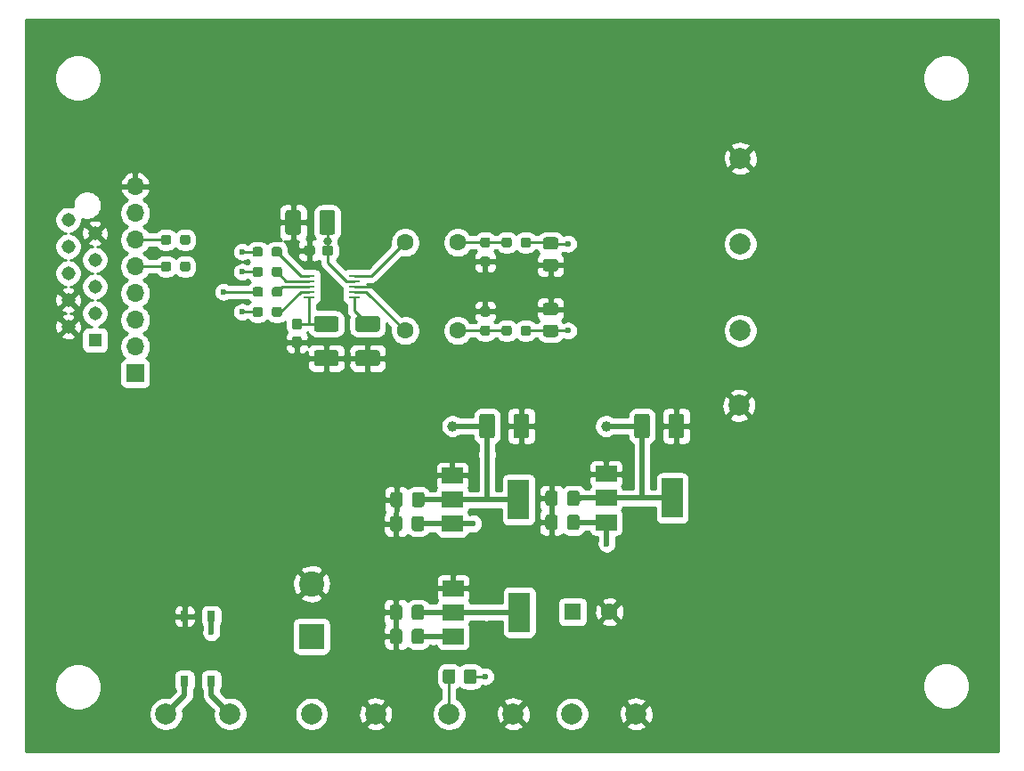
<source format=gbr>
G04 #@! TF.GenerationSoftware,KiCad,Pcbnew,(5.1.9-0-10_14)*
G04 #@! TF.CreationDate,2021-03-23T09:48:54+01:00*
G04 #@! TF.ProjectId,dac-cs4344,6461632d-6373-4343-9334-342e6b696361,rev?*
G04 #@! TF.SameCoordinates,Original*
G04 #@! TF.FileFunction,Copper,L1,Top*
G04 #@! TF.FilePolarity,Positive*
%FSLAX46Y46*%
G04 Gerber Fmt 4.6, Leading zero omitted, Abs format (unit mm)*
G04 Created by KiCad (PCBNEW (5.1.9-0-10_14)) date 2021-03-23 09:48:54*
%MOMM*%
%LPD*%
G01*
G04 APERTURE LIST*
G04 #@! TA.AperFunction,ComponentPad*
%ADD10R,1.308000X1.308000*%
G04 #@! TD*
G04 #@! TA.AperFunction,ComponentPad*
%ADD11C,1.308000*%
G04 #@! TD*
G04 #@! TA.AperFunction,ComponentPad*
%ADD12O,1.700000X1.700000*%
G04 #@! TD*
G04 #@! TA.AperFunction,ComponentPad*
%ADD13R,1.700000X1.700000*%
G04 #@! TD*
G04 #@! TA.AperFunction,ComponentPad*
%ADD14C,2.000000*%
G04 #@! TD*
G04 #@! TA.AperFunction,SMDPad,CuDef*
%ADD15R,1.100000X0.250000*%
G04 #@! TD*
G04 #@! TA.AperFunction,ComponentPad*
%ADD16C,1.600000*%
G04 #@! TD*
G04 #@! TA.AperFunction,SMDPad,CuDef*
%ADD17R,2.000000X1.500000*%
G04 #@! TD*
G04 #@! TA.AperFunction,SMDPad,CuDef*
%ADD18R,2.000000X3.800000*%
G04 #@! TD*
G04 #@! TA.AperFunction,SMDPad,CuDef*
%ADD19C,1.000000*%
G04 #@! TD*
G04 #@! TA.AperFunction,ComponentPad*
%ADD20R,1.600000X1.600000*%
G04 #@! TD*
G04 #@! TA.AperFunction,SMDPad,CuDef*
%ADD21R,0.800000X1.000000*%
G04 #@! TD*
G04 #@! TA.AperFunction,ComponentPad*
%ADD22C,2.400000*%
G04 #@! TD*
G04 #@! TA.AperFunction,ComponentPad*
%ADD23R,2.400000X2.400000*%
G04 #@! TD*
G04 #@! TA.AperFunction,ViaPad*
%ADD24C,0.600000*%
G04 #@! TD*
G04 #@! TA.AperFunction,ViaPad*
%ADD25C,0.800000*%
G04 #@! TD*
G04 #@! TA.AperFunction,Conductor*
%ADD26C,0.250000*%
G04 #@! TD*
G04 #@! TA.AperFunction,Conductor*
%ADD27C,0.500000*%
G04 #@! TD*
G04 #@! TA.AperFunction,Conductor*
%ADD28C,0.254000*%
G04 #@! TD*
G04 #@! TA.AperFunction,Conductor*
%ADD29C,0.100000*%
G04 #@! TD*
G04 APERTURE END LIST*
G04 #@! TA.AperFunction,SMDPad,CuDef*
G36*
G01*
X136362000Y-87463000D02*
X138212000Y-87463000D01*
G75*
G02*
X138462000Y-87713000I0J-250000D01*
G01*
X138462000Y-88713000D01*
G75*
G02*
X138212000Y-88963000I-250000J0D01*
G01*
X136362000Y-88963000D01*
G75*
G02*
X136112000Y-88713000I0J250000D01*
G01*
X136112000Y-87713000D01*
G75*
G02*
X136362000Y-87463000I250000J0D01*
G01*
G37*
G04 #@! TD.AperFunction*
G04 #@! TA.AperFunction,SMDPad,CuDef*
G36*
G01*
X136362000Y-84213000D02*
X138212000Y-84213000D01*
G75*
G02*
X138462000Y-84463000I0J-250000D01*
G01*
X138462000Y-85463000D01*
G75*
G02*
X138212000Y-85713000I-250000J0D01*
G01*
X136362000Y-85713000D01*
G75*
G02*
X136112000Y-85463000I0J250000D01*
G01*
X136112000Y-84463000D01*
G75*
G02*
X136362000Y-84213000I250000J0D01*
G01*
G37*
G04 #@! TD.AperFunction*
G04 #@! TA.AperFunction,SMDPad,CuDef*
G36*
G01*
X122534500Y-79264500D02*
X122534500Y-79739500D01*
G75*
G02*
X122297000Y-79977000I-237500J0D01*
G01*
X121797000Y-79977000D01*
G75*
G02*
X121559500Y-79739500I0J237500D01*
G01*
X121559500Y-79264500D01*
G75*
G02*
X121797000Y-79027000I237500J0D01*
G01*
X122297000Y-79027000D01*
G75*
G02*
X122534500Y-79264500I0J-237500D01*
G01*
G37*
G04 #@! TD.AperFunction*
G04 #@! TA.AperFunction,SMDPad,CuDef*
G36*
G01*
X124359500Y-79264500D02*
X124359500Y-79739500D01*
G75*
G02*
X124122000Y-79977000I-237500J0D01*
G01*
X123622000Y-79977000D01*
G75*
G02*
X123384500Y-79739500I0J237500D01*
G01*
X123384500Y-79264500D01*
G75*
G02*
X123622000Y-79027000I237500J0D01*
G01*
X124122000Y-79027000D01*
G75*
G02*
X124359500Y-79264500I0J-237500D01*
G01*
G37*
G04 #@! TD.AperFunction*
G04 #@! TA.AperFunction,SMDPad,CuDef*
G36*
G01*
X122534500Y-76724500D02*
X122534500Y-77199500D01*
G75*
G02*
X122297000Y-77437000I-237500J0D01*
G01*
X121797000Y-77437000D01*
G75*
G02*
X121559500Y-77199500I0J237500D01*
G01*
X121559500Y-76724500D01*
G75*
G02*
X121797000Y-76487000I237500J0D01*
G01*
X122297000Y-76487000D01*
G75*
G02*
X122534500Y-76724500I0J-237500D01*
G01*
G37*
G04 #@! TD.AperFunction*
G04 #@! TA.AperFunction,SMDPad,CuDef*
G36*
G01*
X124359500Y-76724500D02*
X124359500Y-77199500D01*
G75*
G02*
X124122000Y-77437000I-237500J0D01*
G01*
X123622000Y-77437000D01*
G75*
G02*
X123384500Y-77199500I0J237500D01*
G01*
X123384500Y-76724500D01*
G75*
G02*
X123622000Y-76487000I237500J0D01*
G01*
X124122000Y-76487000D01*
G75*
G02*
X124359500Y-76724500I0J-237500D01*
G01*
G37*
G04 #@! TD.AperFunction*
G04 #@! TA.AperFunction,SMDPad,CuDef*
G36*
G01*
X132100500Y-78342500D02*
X132100500Y-77867500D01*
G75*
G02*
X132338000Y-77630000I237500J0D01*
G01*
X132838000Y-77630000D01*
G75*
G02*
X133075500Y-77867500I0J-237500D01*
G01*
X133075500Y-78342500D01*
G75*
G02*
X132838000Y-78580000I-237500J0D01*
G01*
X132338000Y-78580000D01*
G75*
G02*
X132100500Y-78342500I0J237500D01*
G01*
G37*
G04 #@! TD.AperFunction*
G04 #@! TA.AperFunction,SMDPad,CuDef*
G36*
G01*
X130275500Y-78342500D02*
X130275500Y-77867500D01*
G75*
G02*
X130513000Y-77630000I237500J0D01*
G01*
X131013000Y-77630000D01*
G75*
G02*
X131250500Y-77867500I0J-237500D01*
G01*
X131250500Y-78342500D01*
G75*
G02*
X131013000Y-78580000I-237500J0D01*
G01*
X130513000Y-78580000D01*
G75*
G02*
X130275500Y-78342500I0J237500D01*
G01*
G37*
G04 #@! TD.AperFunction*
G04 #@! TA.AperFunction,SMDPad,CuDef*
G36*
G01*
X132124000Y-82152500D02*
X132124000Y-81677500D01*
G75*
G02*
X132361500Y-81440000I237500J0D01*
G01*
X132861500Y-81440000D01*
G75*
G02*
X133099000Y-81677500I0J-237500D01*
G01*
X133099000Y-82152500D01*
G75*
G02*
X132861500Y-82390000I-237500J0D01*
G01*
X132361500Y-82390000D01*
G75*
G02*
X132124000Y-82152500I0J237500D01*
G01*
G37*
G04 #@! TD.AperFunction*
G04 #@! TA.AperFunction,SMDPad,CuDef*
G36*
G01*
X130299000Y-82152500D02*
X130299000Y-81677500D01*
G75*
G02*
X130536500Y-81440000I237500J0D01*
G01*
X131036500Y-81440000D01*
G75*
G02*
X131274000Y-81677500I0J-237500D01*
G01*
X131274000Y-82152500D01*
G75*
G02*
X131036500Y-82390000I-237500J0D01*
G01*
X130536500Y-82390000D01*
G75*
G02*
X130299000Y-82152500I0J237500D01*
G01*
G37*
G04 #@! TD.AperFunction*
G04 #@! TA.AperFunction,SMDPad,CuDef*
G36*
G01*
X132100500Y-80247500D02*
X132100500Y-79772500D01*
G75*
G02*
X132338000Y-79535000I237500J0D01*
G01*
X132838000Y-79535000D01*
G75*
G02*
X133075500Y-79772500I0J-237500D01*
G01*
X133075500Y-80247500D01*
G75*
G02*
X132838000Y-80485000I-237500J0D01*
G01*
X132338000Y-80485000D01*
G75*
G02*
X132100500Y-80247500I0J237500D01*
G01*
G37*
G04 #@! TD.AperFunction*
G04 #@! TA.AperFunction,SMDPad,CuDef*
G36*
G01*
X130275500Y-80247500D02*
X130275500Y-79772500D01*
G75*
G02*
X130513000Y-79535000I237500J0D01*
G01*
X131013000Y-79535000D01*
G75*
G02*
X131250500Y-79772500I0J-237500D01*
G01*
X131250500Y-80247500D01*
G75*
G02*
X131013000Y-80485000I-237500J0D01*
G01*
X130513000Y-80485000D01*
G75*
G02*
X130275500Y-80247500I0J237500D01*
G01*
G37*
G04 #@! TD.AperFunction*
G04 #@! TA.AperFunction,SMDPad,CuDef*
G36*
G01*
X132100500Y-84057500D02*
X132100500Y-83582500D01*
G75*
G02*
X132338000Y-83345000I237500J0D01*
G01*
X132838000Y-83345000D01*
G75*
G02*
X133075500Y-83582500I0J-237500D01*
G01*
X133075500Y-84057500D01*
G75*
G02*
X132838000Y-84295000I-237500J0D01*
G01*
X132338000Y-84295000D01*
G75*
G02*
X132100500Y-84057500I0J237500D01*
G01*
G37*
G04 #@! TD.AperFunction*
G04 #@! TA.AperFunction,SMDPad,CuDef*
G36*
G01*
X130275500Y-84057500D02*
X130275500Y-83582500D01*
G75*
G02*
X130513000Y-83345000I237500J0D01*
G01*
X131013000Y-83345000D01*
G75*
G02*
X131250500Y-83582500I0J-237500D01*
G01*
X131250500Y-84057500D01*
G75*
G02*
X131013000Y-84295000I-237500J0D01*
G01*
X130513000Y-84295000D01*
G75*
G02*
X130275500Y-84057500I0J237500D01*
G01*
G37*
G04 #@! TD.AperFunction*
G04 #@! TA.AperFunction,SMDPad,CuDef*
G36*
G01*
X155769500Y-77453500D02*
X155769500Y-76978500D01*
G75*
G02*
X156007000Y-76741000I237500J0D01*
G01*
X156507000Y-76741000D01*
G75*
G02*
X156744500Y-76978500I0J-237500D01*
G01*
X156744500Y-77453500D01*
G75*
G02*
X156507000Y-77691000I-237500J0D01*
G01*
X156007000Y-77691000D01*
G75*
G02*
X155769500Y-77453500I0J237500D01*
G01*
G37*
G04 #@! TD.AperFunction*
G04 #@! TA.AperFunction,SMDPad,CuDef*
G36*
G01*
X153944500Y-77453500D02*
X153944500Y-76978500D01*
G75*
G02*
X154182000Y-76741000I237500J0D01*
G01*
X154682000Y-76741000D01*
G75*
G02*
X154919500Y-76978500I0J-237500D01*
G01*
X154919500Y-77453500D01*
G75*
G02*
X154682000Y-77691000I-237500J0D01*
G01*
X154182000Y-77691000D01*
G75*
G02*
X153944500Y-77453500I0J237500D01*
G01*
G37*
G04 #@! TD.AperFunction*
G04 #@! TA.AperFunction,SMDPad,CuDef*
G36*
G01*
X152637500Y-77703500D02*
X152162500Y-77703500D01*
G75*
G02*
X151925000Y-77466000I0J237500D01*
G01*
X151925000Y-76966000D01*
G75*
G02*
X152162500Y-76728500I237500J0D01*
G01*
X152637500Y-76728500D01*
G75*
G02*
X152875000Y-76966000I0J-237500D01*
G01*
X152875000Y-77466000D01*
G75*
G02*
X152637500Y-77703500I-237500J0D01*
G01*
G37*
G04 #@! TD.AperFunction*
G04 #@! TA.AperFunction,SMDPad,CuDef*
G36*
G01*
X152637500Y-79528500D02*
X152162500Y-79528500D01*
G75*
G02*
X151925000Y-79291000I0J237500D01*
G01*
X151925000Y-78791000D01*
G75*
G02*
X152162500Y-78553500I237500J0D01*
G01*
X152637500Y-78553500D01*
G75*
G02*
X152875000Y-78791000I0J-237500D01*
G01*
X152875000Y-79291000D01*
G75*
G02*
X152637500Y-79528500I-237500J0D01*
G01*
G37*
G04 #@! TD.AperFunction*
G04 #@! TA.AperFunction,SMDPad,CuDef*
G36*
G01*
X152162500Y-85110500D02*
X152637500Y-85110500D01*
G75*
G02*
X152875000Y-85348000I0J-237500D01*
G01*
X152875000Y-85848000D01*
G75*
G02*
X152637500Y-86085500I-237500J0D01*
G01*
X152162500Y-86085500D01*
G75*
G02*
X151925000Y-85848000I0J237500D01*
G01*
X151925000Y-85348000D01*
G75*
G02*
X152162500Y-85110500I237500J0D01*
G01*
G37*
G04 #@! TD.AperFunction*
G04 #@! TA.AperFunction,SMDPad,CuDef*
G36*
G01*
X152162500Y-83285500D02*
X152637500Y-83285500D01*
G75*
G02*
X152875000Y-83523000I0J-237500D01*
G01*
X152875000Y-84023000D01*
G75*
G02*
X152637500Y-84260500I-237500J0D01*
G01*
X152162500Y-84260500D01*
G75*
G02*
X151925000Y-84023000I0J237500D01*
G01*
X151925000Y-83523000D01*
G75*
G02*
X152162500Y-83285500I237500J0D01*
G01*
G37*
G04 #@! TD.AperFunction*
D10*
X115294000Y-86490000D03*
D11*
X112754000Y-85220000D03*
X115294000Y-83950000D03*
X112754000Y-82680000D03*
X115294000Y-81410000D03*
X112754000Y-80140000D03*
X115294000Y-78870000D03*
X112754000Y-77600000D03*
X115294000Y-76330000D03*
X112754000Y-75060000D03*
D12*
X119126000Y-71882000D03*
X119126000Y-74422000D03*
X119126000Y-76962000D03*
X119126000Y-79502000D03*
X119126000Y-82042000D03*
X119126000Y-84582000D03*
X119126000Y-87122000D03*
D13*
X119126000Y-89662000D03*
D14*
X176657000Y-77343000D03*
X176530000Y-92710000D03*
X176657000Y-85598000D03*
D15*
X139945000Y-80407000D03*
X139945000Y-80907000D03*
X139945000Y-81407000D03*
X139945000Y-81907000D03*
X139945000Y-82407000D03*
X135645000Y-82407000D03*
X135645000Y-81907000D03*
X135645000Y-81407000D03*
X135645000Y-80907000D03*
X135645000Y-80407000D03*
G04 #@! TA.AperFunction,SMDPad,CuDef*
G36*
G01*
X159098000Y-77887500D02*
X158148000Y-77887500D01*
G75*
G02*
X157898000Y-77637500I0J250000D01*
G01*
X157898000Y-76962500D01*
G75*
G02*
X158148000Y-76712500I250000J0D01*
G01*
X159098000Y-76712500D01*
G75*
G02*
X159348000Y-76962500I0J-250000D01*
G01*
X159348000Y-77637500D01*
G75*
G02*
X159098000Y-77887500I-250000J0D01*
G01*
G37*
G04 #@! TD.AperFunction*
G04 #@! TA.AperFunction,SMDPad,CuDef*
G36*
G01*
X159098000Y-79962500D02*
X158148000Y-79962500D01*
G75*
G02*
X157898000Y-79712500I0J250000D01*
G01*
X157898000Y-79037500D01*
G75*
G02*
X158148000Y-78787500I250000J0D01*
G01*
X159098000Y-78787500D01*
G75*
G02*
X159348000Y-79037500I0J-250000D01*
G01*
X159348000Y-79712500D01*
G75*
G02*
X159098000Y-79962500I-250000J0D01*
G01*
G37*
G04 #@! TD.AperFunction*
G04 #@! TA.AperFunction,SMDPad,CuDef*
G36*
G01*
X134888000Y-74386000D02*
X134888000Y-76236000D01*
G75*
G02*
X134638000Y-76486000I-250000J0D01*
G01*
X133638000Y-76486000D01*
G75*
G02*
X133388000Y-76236000I0J250000D01*
G01*
X133388000Y-74386000D01*
G75*
G02*
X133638000Y-74136000I250000J0D01*
G01*
X134638000Y-74136000D01*
G75*
G02*
X134888000Y-74386000I0J-250000D01*
G01*
G37*
G04 #@! TD.AperFunction*
G04 #@! TA.AperFunction,SMDPad,CuDef*
G36*
G01*
X138138000Y-74386000D02*
X138138000Y-76236000D01*
G75*
G02*
X137888000Y-76486000I-250000J0D01*
G01*
X136888000Y-76486000D01*
G75*
G02*
X136638000Y-76236000I0J250000D01*
G01*
X136638000Y-74386000D01*
G75*
G02*
X136888000Y-74136000I250000J0D01*
G01*
X137888000Y-74136000D01*
G75*
G02*
X138138000Y-74386000I0J-250000D01*
G01*
G37*
G04 #@! TD.AperFunction*
D16*
X144780000Y-77216000D03*
X149780000Y-77216000D03*
G04 #@! TA.AperFunction,SMDPad,CuDef*
G36*
G01*
X136876500Y-78215500D02*
X136876500Y-77740500D01*
G75*
G02*
X137114000Y-77503000I237500J0D01*
G01*
X137714000Y-77503000D01*
G75*
G02*
X137951500Y-77740500I0J-237500D01*
G01*
X137951500Y-78215500D01*
G75*
G02*
X137714000Y-78453000I-237500J0D01*
G01*
X137114000Y-78453000D01*
G75*
G02*
X136876500Y-78215500I0J237500D01*
G01*
G37*
G04 #@! TD.AperFunction*
G04 #@! TA.AperFunction,SMDPad,CuDef*
G36*
G01*
X135151500Y-78215500D02*
X135151500Y-77740500D01*
G75*
G02*
X135389000Y-77503000I237500J0D01*
G01*
X135989000Y-77503000D01*
G75*
G02*
X136226500Y-77740500I0J-237500D01*
G01*
X136226500Y-78215500D01*
G75*
G02*
X135989000Y-78453000I-237500J0D01*
G01*
X135389000Y-78453000D01*
G75*
G02*
X135151500Y-78215500I0J237500D01*
G01*
G37*
G04 #@! TD.AperFunction*
X144780000Y-85598000D03*
X149780000Y-85598000D03*
G04 #@! TA.AperFunction,SMDPad,CuDef*
G36*
G01*
X140299000Y-87463000D02*
X142149000Y-87463000D01*
G75*
G02*
X142399000Y-87713000I0J-250000D01*
G01*
X142399000Y-88713000D01*
G75*
G02*
X142149000Y-88963000I-250000J0D01*
G01*
X140299000Y-88963000D01*
G75*
G02*
X140049000Y-88713000I0J250000D01*
G01*
X140049000Y-87713000D01*
G75*
G02*
X140299000Y-87463000I250000J0D01*
G01*
G37*
G04 #@! TD.AperFunction*
G04 #@! TA.AperFunction,SMDPad,CuDef*
G36*
G01*
X140299000Y-84213000D02*
X142149000Y-84213000D01*
G75*
G02*
X142399000Y-84463000I0J-250000D01*
G01*
X142399000Y-85463000D01*
G75*
G02*
X142149000Y-85713000I-250000J0D01*
G01*
X140299000Y-85713000D01*
G75*
G02*
X140049000Y-85463000I0J250000D01*
G01*
X140049000Y-84463000D01*
G75*
G02*
X140299000Y-84213000I250000J0D01*
G01*
G37*
G04 #@! TD.AperFunction*
G04 #@! TA.AperFunction,SMDPad,CuDef*
G36*
G01*
X155769500Y-85835500D02*
X155769500Y-85360500D01*
G75*
G02*
X156007000Y-85123000I237500J0D01*
G01*
X156507000Y-85123000D01*
G75*
G02*
X156744500Y-85360500I0J-237500D01*
G01*
X156744500Y-85835500D01*
G75*
G02*
X156507000Y-86073000I-237500J0D01*
G01*
X156007000Y-86073000D01*
G75*
G02*
X155769500Y-85835500I0J237500D01*
G01*
G37*
G04 #@! TD.AperFunction*
G04 #@! TA.AperFunction,SMDPad,CuDef*
G36*
G01*
X153944500Y-85835500D02*
X153944500Y-85360500D01*
G75*
G02*
X154182000Y-85123000I237500J0D01*
G01*
X154682000Y-85123000D01*
G75*
G02*
X154919500Y-85360500I0J-237500D01*
G01*
X154919500Y-85835500D01*
G75*
G02*
X154682000Y-86073000I-237500J0D01*
G01*
X154182000Y-86073000D01*
G75*
G02*
X153944500Y-85835500I0J237500D01*
G01*
G37*
G04 #@! TD.AperFunction*
D14*
X176657000Y-69215000D03*
G04 #@! TA.AperFunction,SMDPad,CuDef*
G36*
G01*
X158148000Y-85032000D02*
X159098000Y-85032000D01*
G75*
G02*
X159348000Y-85282000I0J-250000D01*
G01*
X159348000Y-85957000D01*
G75*
G02*
X159098000Y-86207000I-250000J0D01*
G01*
X158148000Y-86207000D01*
G75*
G02*
X157898000Y-85957000I0J250000D01*
G01*
X157898000Y-85282000D01*
G75*
G02*
X158148000Y-85032000I250000J0D01*
G01*
G37*
G04 #@! TD.AperFunction*
G04 #@! TA.AperFunction,SMDPad,CuDef*
G36*
G01*
X158148000Y-82957000D02*
X159098000Y-82957000D01*
G75*
G02*
X159348000Y-83207000I0J-250000D01*
G01*
X159348000Y-83882000D01*
G75*
G02*
X159098000Y-84132000I-250000J0D01*
G01*
X158148000Y-84132000D01*
G75*
G02*
X157898000Y-83882000I0J250000D01*
G01*
X157898000Y-83207000D01*
G75*
G02*
X158148000Y-82957000I250000J0D01*
G01*
G37*
G04 #@! TD.AperFunction*
G04 #@! TA.AperFunction,SMDPad,CuDef*
G36*
G01*
X134730500Y-85500500D02*
X134255500Y-85500500D01*
G75*
G02*
X134018000Y-85263000I0J237500D01*
G01*
X134018000Y-84663000D01*
G75*
G02*
X134255500Y-84425500I237500J0D01*
G01*
X134730500Y-84425500D01*
G75*
G02*
X134968000Y-84663000I0J-237500D01*
G01*
X134968000Y-85263000D01*
G75*
G02*
X134730500Y-85500500I-237500J0D01*
G01*
G37*
G04 #@! TD.AperFunction*
G04 #@! TA.AperFunction,SMDPad,CuDef*
G36*
G01*
X134730500Y-87225500D02*
X134255500Y-87225500D01*
G75*
G02*
X134018000Y-86988000I0J237500D01*
G01*
X134018000Y-86388000D01*
G75*
G02*
X134255500Y-86150500I237500J0D01*
G01*
X134730500Y-86150500D01*
G75*
G02*
X134968000Y-86388000I0J-237500D01*
G01*
X134968000Y-86988000D01*
G75*
G02*
X134730500Y-87225500I-237500J0D01*
G01*
G37*
G04 #@! TD.AperFunction*
X141986000Y-122047000D03*
X135890000Y-122047000D03*
D17*
X163893500Y-99222500D03*
X163893500Y-103822500D03*
X163893500Y-101522500D03*
D18*
X170193500Y-101522500D03*
D17*
X149275000Y-99363500D03*
X149275000Y-103963500D03*
X149275000Y-101663500D03*
D18*
X155575000Y-101663500D03*
D17*
X149352000Y-110081000D03*
X149352000Y-114681000D03*
X149352000Y-112381000D03*
D18*
X155652000Y-112381000D03*
D19*
X163893500Y-94678500D03*
X149288500Y-94678500D03*
G04 #@! TA.AperFunction,SMDPad,CuDef*
G36*
G01*
X169811000Y-95603500D02*
X169811000Y-93753500D01*
G75*
G02*
X170061000Y-93503500I250000J0D01*
G01*
X171061000Y-93503500D01*
G75*
G02*
X171311000Y-93753500I0J-250000D01*
G01*
X171311000Y-95603500D01*
G75*
G02*
X171061000Y-95853500I-250000J0D01*
G01*
X170061000Y-95853500D01*
G75*
G02*
X169811000Y-95603500I0J250000D01*
G01*
G37*
G04 #@! TD.AperFunction*
G04 #@! TA.AperFunction,SMDPad,CuDef*
G36*
G01*
X166561000Y-95603500D02*
X166561000Y-93753500D01*
G75*
G02*
X166811000Y-93503500I250000J0D01*
G01*
X167811000Y-93503500D01*
G75*
G02*
X168061000Y-93753500I0J-250000D01*
G01*
X168061000Y-95603500D01*
G75*
G02*
X167811000Y-95853500I-250000J0D01*
G01*
X166811000Y-95853500D01*
G75*
G02*
X166561000Y-95603500I0J250000D01*
G01*
G37*
G04 #@! TD.AperFunction*
G04 #@! TA.AperFunction,SMDPad,CuDef*
G36*
G01*
X155079000Y-95603500D02*
X155079000Y-93753500D01*
G75*
G02*
X155329000Y-93503500I250000J0D01*
G01*
X156329000Y-93503500D01*
G75*
G02*
X156579000Y-93753500I0J-250000D01*
G01*
X156579000Y-95603500D01*
G75*
G02*
X156329000Y-95853500I-250000J0D01*
G01*
X155329000Y-95853500D01*
G75*
G02*
X155079000Y-95603500I0J250000D01*
G01*
G37*
G04 #@! TD.AperFunction*
G04 #@! TA.AperFunction,SMDPad,CuDef*
G36*
G01*
X151829000Y-95603500D02*
X151829000Y-93753500D01*
G75*
G02*
X152079000Y-93503500I250000J0D01*
G01*
X153079000Y-93503500D01*
G75*
G02*
X153329000Y-93753500I0J-250000D01*
G01*
X153329000Y-95603500D01*
G75*
G02*
X153079000Y-95853500I-250000J0D01*
G01*
X152079000Y-95853500D01*
G75*
G02*
X151829000Y-95603500I0J250000D01*
G01*
G37*
G04 #@! TD.AperFunction*
G04 #@! TA.AperFunction,SMDPad,CuDef*
G36*
G01*
X159294500Y-101061500D02*
X159294500Y-102011500D01*
G75*
G02*
X159044500Y-102261500I-250000J0D01*
G01*
X158369500Y-102261500D01*
G75*
G02*
X158119500Y-102011500I0J250000D01*
G01*
X158119500Y-101061500D01*
G75*
G02*
X158369500Y-100811500I250000J0D01*
G01*
X159044500Y-100811500D01*
G75*
G02*
X159294500Y-101061500I0J-250000D01*
G01*
G37*
G04 #@! TD.AperFunction*
G04 #@! TA.AperFunction,SMDPad,CuDef*
G36*
G01*
X161369500Y-101061500D02*
X161369500Y-102011500D01*
G75*
G02*
X161119500Y-102261500I-250000J0D01*
G01*
X160444500Y-102261500D01*
G75*
G02*
X160194500Y-102011500I0J250000D01*
G01*
X160194500Y-101061500D01*
G75*
G02*
X160444500Y-100811500I250000J0D01*
G01*
X161119500Y-100811500D01*
G75*
G02*
X161369500Y-101061500I0J-250000D01*
G01*
G37*
G04 #@! TD.AperFunction*
G04 #@! TA.AperFunction,SMDPad,CuDef*
G36*
G01*
X144542000Y-101188500D02*
X144542000Y-102138500D01*
G75*
G02*
X144292000Y-102388500I-250000J0D01*
G01*
X143617000Y-102388500D01*
G75*
G02*
X143367000Y-102138500I0J250000D01*
G01*
X143367000Y-101188500D01*
G75*
G02*
X143617000Y-100938500I250000J0D01*
G01*
X144292000Y-100938500D01*
G75*
G02*
X144542000Y-101188500I0J-250000D01*
G01*
G37*
G04 #@! TD.AperFunction*
G04 #@! TA.AperFunction,SMDPad,CuDef*
G36*
G01*
X146617000Y-101188500D02*
X146617000Y-102138500D01*
G75*
G02*
X146367000Y-102388500I-250000J0D01*
G01*
X145692000Y-102388500D01*
G75*
G02*
X145442000Y-102138500I0J250000D01*
G01*
X145442000Y-101188500D01*
G75*
G02*
X145692000Y-100938500I250000J0D01*
G01*
X146367000Y-100938500D01*
G75*
G02*
X146617000Y-101188500I0J-250000D01*
G01*
G37*
G04 #@! TD.AperFunction*
G04 #@! TA.AperFunction,SMDPad,CuDef*
G36*
G01*
X159294500Y-103347500D02*
X159294500Y-104297500D01*
G75*
G02*
X159044500Y-104547500I-250000J0D01*
G01*
X158369500Y-104547500D01*
G75*
G02*
X158119500Y-104297500I0J250000D01*
G01*
X158119500Y-103347500D01*
G75*
G02*
X158369500Y-103097500I250000J0D01*
G01*
X159044500Y-103097500D01*
G75*
G02*
X159294500Y-103347500I0J-250000D01*
G01*
G37*
G04 #@! TD.AperFunction*
G04 #@! TA.AperFunction,SMDPad,CuDef*
G36*
G01*
X161369500Y-103347500D02*
X161369500Y-104297500D01*
G75*
G02*
X161119500Y-104547500I-250000J0D01*
G01*
X160444500Y-104547500D01*
G75*
G02*
X160194500Y-104297500I0J250000D01*
G01*
X160194500Y-103347500D01*
G75*
G02*
X160444500Y-103097500I250000J0D01*
G01*
X161119500Y-103097500D01*
G75*
G02*
X161369500Y-103347500I0J-250000D01*
G01*
G37*
G04 #@! TD.AperFunction*
G04 #@! TA.AperFunction,SMDPad,CuDef*
G36*
G01*
X144520500Y-103474500D02*
X144520500Y-104424500D01*
G75*
G02*
X144270500Y-104674500I-250000J0D01*
G01*
X143595500Y-104674500D01*
G75*
G02*
X143345500Y-104424500I0J250000D01*
G01*
X143345500Y-103474500D01*
G75*
G02*
X143595500Y-103224500I250000J0D01*
G01*
X144270500Y-103224500D01*
G75*
G02*
X144520500Y-103474500I0J-250000D01*
G01*
G37*
G04 #@! TD.AperFunction*
G04 #@! TA.AperFunction,SMDPad,CuDef*
G36*
G01*
X146595500Y-103474500D02*
X146595500Y-104424500D01*
G75*
G02*
X146345500Y-104674500I-250000J0D01*
G01*
X145670500Y-104674500D01*
G75*
G02*
X145420500Y-104424500I0J250000D01*
G01*
X145420500Y-103474500D01*
G75*
G02*
X145670500Y-103224500I250000J0D01*
G01*
X146345500Y-103224500D01*
G75*
G02*
X146595500Y-103474500I0J-250000D01*
G01*
G37*
G04 #@! TD.AperFunction*
D16*
X164211000Y-112331500D03*
D20*
X160711000Y-112331500D03*
G04 #@! TA.AperFunction,SMDPad,CuDef*
G36*
G01*
X144499000Y-111920000D02*
X144499000Y-112870000D01*
G75*
G02*
X144249000Y-113120000I-250000J0D01*
G01*
X143574000Y-113120000D01*
G75*
G02*
X143324000Y-112870000I0J250000D01*
G01*
X143324000Y-111920000D01*
G75*
G02*
X143574000Y-111670000I250000J0D01*
G01*
X144249000Y-111670000D01*
G75*
G02*
X144499000Y-111920000I0J-250000D01*
G01*
G37*
G04 #@! TD.AperFunction*
G04 #@! TA.AperFunction,SMDPad,CuDef*
G36*
G01*
X146574000Y-111920000D02*
X146574000Y-112870000D01*
G75*
G02*
X146324000Y-113120000I-250000J0D01*
G01*
X145649000Y-113120000D01*
G75*
G02*
X145399000Y-112870000I0J250000D01*
G01*
X145399000Y-111920000D01*
G75*
G02*
X145649000Y-111670000I250000J0D01*
G01*
X146324000Y-111670000D01*
G75*
G02*
X146574000Y-111920000I0J-250000D01*
G01*
G37*
G04 #@! TD.AperFunction*
G04 #@! TA.AperFunction,SMDPad,CuDef*
G36*
G01*
X150371000Y-118941001D02*
X150371000Y-118040999D01*
G75*
G02*
X150620999Y-117791000I249999J0D01*
G01*
X151321001Y-117791000D01*
G75*
G02*
X151571000Y-118040999I0J-249999D01*
G01*
X151571000Y-118941001D01*
G75*
G02*
X151321001Y-119191000I-249999J0D01*
G01*
X150620999Y-119191000D01*
G75*
G02*
X150371000Y-118941001I0J249999D01*
G01*
G37*
G04 #@! TD.AperFunction*
G04 #@! TA.AperFunction,SMDPad,CuDef*
G36*
G01*
X148371000Y-118941001D02*
X148371000Y-118040999D01*
G75*
G02*
X148620999Y-117791000I249999J0D01*
G01*
X149321001Y-117791000D01*
G75*
G02*
X149571000Y-118040999I0J-249999D01*
G01*
X149571000Y-118941001D01*
G75*
G02*
X149321001Y-119191000I-249999J0D01*
G01*
X148620999Y-119191000D01*
G75*
G02*
X148371000Y-118941001I0J249999D01*
G01*
G37*
G04 #@! TD.AperFunction*
D14*
X122047000Y-122047000D03*
X128143000Y-122047000D03*
X155067000Y-122047000D03*
X160655000Y-122047000D03*
X166751000Y-122047000D03*
X148971000Y-122047000D03*
D21*
X123825000Y-112749000D03*
X126365000Y-112749000D03*
X126365000Y-118899000D03*
X123825000Y-118899000D03*
G04 #@! TA.AperFunction,SMDPad,CuDef*
G36*
G01*
X144520500Y-114206000D02*
X144520500Y-115156000D01*
G75*
G02*
X144270500Y-115406000I-250000J0D01*
G01*
X143595500Y-115406000D01*
G75*
G02*
X143345500Y-115156000I0J250000D01*
G01*
X143345500Y-114206000D01*
G75*
G02*
X143595500Y-113956000I250000J0D01*
G01*
X144270500Y-113956000D01*
G75*
G02*
X144520500Y-114206000I0J-250000D01*
G01*
G37*
G04 #@! TD.AperFunction*
G04 #@! TA.AperFunction,SMDPad,CuDef*
G36*
G01*
X146595500Y-114206000D02*
X146595500Y-115156000D01*
G75*
G02*
X146345500Y-115406000I-250000J0D01*
G01*
X145670500Y-115406000D01*
G75*
G02*
X145420500Y-115156000I0J250000D01*
G01*
X145420500Y-114206000D01*
G75*
G02*
X145670500Y-113956000I250000J0D01*
G01*
X146345500Y-113956000D01*
G75*
G02*
X146595500Y-114206000I0J-250000D01*
G01*
G37*
G04 #@! TD.AperFunction*
D22*
X135890000Y-109681000D03*
D23*
X135890000Y-114681000D03*
D24*
X142875000Y-81407000D03*
D25*
X137414000Y-77089000D03*
D24*
X152579000Y-97357000D03*
X147447000Y-114681000D03*
X126365000Y-114300000D03*
X152477500Y-112381000D03*
X151257000Y-103949500D03*
X163957000Y-105854500D03*
X152400000Y-118491000D03*
X160274000Y-85598000D03*
X160274000Y-77343000D03*
X129286000Y-78105000D03*
X127508000Y-81915000D03*
X129286000Y-80010000D03*
X129286000Y-83820000D03*
D26*
X135645000Y-84954000D02*
X135636000Y-84963000D01*
X135645000Y-82407000D02*
X135645000Y-84954000D01*
X135636000Y-84963000D02*
X137287000Y-84963000D01*
X134493000Y-84963000D02*
X135636000Y-84963000D01*
X139945000Y-81407000D02*
X142875000Y-81407000D01*
D27*
X152579000Y-101588500D02*
X152654000Y-101663500D01*
X152654000Y-101663500D02*
X155575000Y-101663500D01*
X149275000Y-101663500D02*
X152654000Y-101663500D01*
X149275000Y-101663500D02*
X146029500Y-101663500D01*
X152579000Y-94678500D02*
X149288500Y-94678500D01*
X152579000Y-94678500D02*
X152579000Y-96976000D01*
X152579000Y-96976000D02*
X152579000Y-97357000D01*
D26*
X137414000Y-79136002D02*
X137414000Y-77978000D01*
X139184998Y-80907000D02*
X137414000Y-79136002D01*
X139945000Y-80907000D02*
X139184998Y-80907000D01*
X137414000Y-75337000D02*
X137388000Y-75311000D01*
X137414000Y-77978000D02*
X137414000Y-77089000D01*
X137414000Y-77089000D02*
X137414000Y-75337000D01*
D27*
X152579000Y-97357000D02*
X152579000Y-101588500D01*
X149352000Y-114681000D02*
X147447000Y-114681000D01*
X147447000Y-114681000D02*
X146008000Y-114681000D01*
X126365000Y-114300000D02*
X126365000Y-112749000D01*
X126365000Y-120269000D02*
X128143000Y-122047000D01*
X126365000Y-118899000D02*
X126365000Y-120269000D01*
X123825000Y-120269000D02*
X122047000Y-122047000D01*
X123825000Y-118899000D02*
X123825000Y-120269000D01*
D26*
X148971000Y-118491000D02*
X148971000Y-122047000D01*
D27*
X167311000Y-101461500D02*
X167372000Y-101522500D01*
X167372000Y-101522500D02*
X170193500Y-101522500D01*
X167311000Y-94678500D02*
X167311000Y-101461500D01*
X163893500Y-101522500D02*
X167372000Y-101522500D01*
X167311000Y-94678500D02*
X165544500Y-94678500D01*
X161452500Y-101522500D02*
X161438500Y-101536500D01*
X160796000Y-101522500D02*
X160782000Y-101536500D01*
X163893500Y-101522500D02*
X160796000Y-101522500D01*
X165544500Y-94678500D02*
X163893500Y-94678500D01*
X163893500Y-103822500D02*
X160782000Y-103822500D01*
X146022000Y-103963500D02*
X146008000Y-103949500D01*
X149275000Y-103963500D02*
X146022000Y-103963500D01*
X149352000Y-112381000D02*
X152477500Y-112381000D01*
X146000500Y-112381000D02*
X145986500Y-112395000D01*
X149352000Y-112381000D02*
X146000500Y-112381000D01*
X152477500Y-112381000D02*
X155652000Y-112381000D01*
X149289000Y-103949500D02*
X149275000Y-103963500D01*
X151257000Y-103949500D02*
X149289000Y-103949500D01*
X163957000Y-103886000D02*
X163893500Y-103822500D01*
X163957000Y-105854500D02*
X163957000Y-103886000D01*
D26*
X152400000Y-118491000D02*
X150971000Y-118491000D01*
X133485000Y-80907000D02*
X132588000Y-80010000D01*
X135645000Y-80907000D02*
X133485000Y-80907000D01*
X133119500Y-81407000D02*
X132611500Y-81915000D01*
X135645000Y-81407000D02*
X133119500Y-81407000D01*
X134890000Y-80407000D02*
X132588000Y-78105000D01*
X135645000Y-80407000D02*
X134890000Y-80407000D01*
X149780000Y-85598000D02*
X152400000Y-85598000D01*
X152400000Y-85598000D02*
X154432000Y-85598000D01*
X158601500Y-85598000D02*
X158623000Y-85619500D01*
X156257000Y-85598000D02*
X158601500Y-85598000D01*
X158644500Y-85598000D02*
X158623000Y-85619500D01*
X160274000Y-85598000D02*
X158644500Y-85598000D01*
X139945000Y-83684000D02*
X141224000Y-84963000D01*
X139945000Y-82407000D02*
X139945000Y-83684000D01*
X141089000Y-81907000D02*
X139945000Y-81907000D01*
X144780000Y-85598000D02*
X141089000Y-81907000D01*
X144780000Y-77216000D02*
X141605000Y-80391000D01*
X139961000Y-80391000D02*
X139945000Y-80407000D01*
X141605000Y-80391000D02*
X139961000Y-80391000D01*
X149780000Y-77216000D02*
X152400000Y-77216000D01*
X152400000Y-77216000D02*
X154432000Y-77216000D01*
X158539000Y-77216000D02*
X158623000Y-77300000D01*
X156257000Y-77216000D02*
X158539000Y-77216000D01*
X158666000Y-77343000D02*
X158623000Y-77300000D01*
X160274000Y-77343000D02*
X158666000Y-77343000D01*
X132932000Y-83820000D02*
X132588000Y-83820000D01*
X134845000Y-81907000D02*
X132932000Y-83820000D01*
X135645000Y-81907000D02*
X134845000Y-81907000D01*
X122047000Y-76962000D02*
X119126000Y-76962000D01*
X122047000Y-79502000D02*
X119126000Y-79502000D01*
X129286000Y-78105000D02*
X130763000Y-78105000D01*
X127508000Y-81915000D02*
X130786500Y-81915000D01*
X130763000Y-80010000D02*
X129286000Y-80010000D01*
X129286000Y-83820000D02*
X130763000Y-83820000D01*
D28*
X201168000Y-125603000D02*
X108712000Y-125603000D01*
X108712000Y-121885967D01*
X120412000Y-121885967D01*
X120412000Y-122208033D01*
X120474832Y-122523912D01*
X120598082Y-122821463D01*
X120777013Y-123089252D01*
X121004748Y-123316987D01*
X121272537Y-123495918D01*
X121570088Y-123619168D01*
X121885967Y-123682000D01*
X122208033Y-123682000D01*
X122523912Y-123619168D01*
X122821463Y-123495918D01*
X123089252Y-123316987D01*
X123316987Y-123089252D01*
X123495918Y-122821463D01*
X123619168Y-122523912D01*
X123682000Y-122208033D01*
X123682000Y-121885967D01*
X123645103Y-121700475D01*
X124420049Y-120925530D01*
X124453817Y-120897817D01*
X124481533Y-120864046D01*
X124564411Y-120763059D01*
X124646589Y-120609313D01*
X124697195Y-120442490D01*
X124710000Y-120312477D01*
X124710000Y-120312469D01*
X124714281Y-120269000D01*
X124710000Y-120225531D01*
X124710000Y-119808981D01*
X124755537Y-119753494D01*
X124814502Y-119643180D01*
X124850812Y-119523482D01*
X124863072Y-119399000D01*
X124863072Y-118399000D01*
X125326928Y-118399000D01*
X125326928Y-119399000D01*
X125339188Y-119523482D01*
X125375498Y-119643180D01*
X125434463Y-119753494D01*
X125480001Y-119808982D01*
X125480001Y-120225521D01*
X125475719Y-120269000D01*
X125492805Y-120442490D01*
X125543412Y-120609313D01*
X125625590Y-120763059D01*
X125708468Y-120864046D01*
X125708469Y-120864047D01*
X125736184Y-120897817D01*
X125769951Y-120925529D01*
X126544897Y-121700475D01*
X126508000Y-121885967D01*
X126508000Y-122208033D01*
X126570832Y-122523912D01*
X126694082Y-122821463D01*
X126873013Y-123089252D01*
X127100748Y-123316987D01*
X127368537Y-123495918D01*
X127666088Y-123619168D01*
X127981967Y-123682000D01*
X128304033Y-123682000D01*
X128619912Y-123619168D01*
X128917463Y-123495918D01*
X129185252Y-123316987D01*
X129412987Y-123089252D01*
X129591918Y-122821463D01*
X129715168Y-122523912D01*
X129778000Y-122208033D01*
X129778000Y-121885967D01*
X134255000Y-121885967D01*
X134255000Y-122208033D01*
X134317832Y-122523912D01*
X134441082Y-122821463D01*
X134620013Y-123089252D01*
X134847748Y-123316987D01*
X135115537Y-123495918D01*
X135413088Y-123619168D01*
X135728967Y-123682000D01*
X136051033Y-123682000D01*
X136366912Y-123619168D01*
X136664463Y-123495918D01*
X136932252Y-123316987D01*
X137066826Y-123182413D01*
X141030192Y-123182413D01*
X141125956Y-123446814D01*
X141415571Y-123587704D01*
X141727108Y-123669384D01*
X142048595Y-123688718D01*
X142367675Y-123644961D01*
X142672088Y-123539795D01*
X142846044Y-123446814D01*
X142941808Y-123182413D01*
X141986000Y-122226605D01*
X141030192Y-123182413D01*
X137066826Y-123182413D01*
X137159987Y-123089252D01*
X137338918Y-122821463D01*
X137462168Y-122523912D01*
X137525000Y-122208033D01*
X137525000Y-122109595D01*
X140344282Y-122109595D01*
X140388039Y-122428675D01*
X140493205Y-122733088D01*
X140586186Y-122907044D01*
X140850587Y-123002808D01*
X141806395Y-122047000D01*
X142165605Y-122047000D01*
X143121413Y-123002808D01*
X143385814Y-122907044D01*
X143526704Y-122617429D01*
X143608384Y-122305892D01*
X143627718Y-121984405D01*
X143614219Y-121885967D01*
X147336000Y-121885967D01*
X147336000Y-122208033D01*
X147398832Y-122523912D01*
X147522082Y-122821463D01*
X147701013Y-123089252D01*
X147928748Y-123316987D01*
X148196537Y-123495918D01*
X148494088Y-123619168D01*
X148809967Y-123682000D01*
X149132033Y-123682000D01*
X149447912Y-123619168D01*
X149745463Y-123495918D01*
X150013252Y-123316987D01*
X150147826Y-123182413D01*
X154111192Y-123182413D01*
X154206956Y-123446814D01*
X154496571Y-123587704D01*
X154808108Y-123669384D01*
X155129595Y-123688718D01*
X155448675Y-123644961D01*
X155753088Y-123539795D01*
X155927044Y-123446814D01*
X156022808Y-123182413D01*
X155067000Y-122226605D01*
X154111192Y-123182413D01*
X150147826Y-123182413D01*
X150240987Y-123089252D01*
X150419918Y-122821463D01*
X150543168Y-122523912D01*
X150606000Y-122208033D01*
X150606000Y-122109595D01*
X153425282Y-122109595D01*
X153469039Y-122428675D01*
X153574205Y-122733088D01*
X153667186Y-122907044D01*
X153931587Y-123002808D01*
X154887395Y-122047000D01*
X155246605Y-122047000D01*
X156202413Y-123002808D01*
X156466814Y-122907044D01*
X156607704Y-122617429D01*
X156689384Y-122305892D01*
X156708718Y-121984405D01*
X156695219Y-121885967D01*
X159020000Y-121885967D01*
X159020000Y-122208033D01*
X159082832Y-122523912D01*
X159206082Y-122821463D01*
X159385013Y-123089252D01*
X159612748Y-123316987D01*
X159880537Y-123495918D01*
X160178088Y-123619168D01*
X160493967Y-123682000D01*
X160816033Y-123682000D01*
X161131912Y-123619168D01*
X161429463Y-123495918D01*
X161697252Y-123316987D01*
X161831826Y-123182413D01*
X165795192Y-123182413D01*
X165890956Y-123446814D01*
X166180571Y-123587704D01*
X166492108Y-123669384D01*
X166813595Y-123688718D01*
X167132675Y-123644961D01*
X167437088Y-123539795D01*
X167611044Y-123446814D01*
X167706808Y-123182413D01*
X166751000Y-122226605D01*
X165795192Y-123182413D01*
X161831826Y-123182413D01*
X161924987Y-123089252D01*
X162103918Y-122821463D01*
X162227168Y-122523912D01*
X162290000Y-122208033D01*
X162290000Y-122109595D01*
X165109282Y-122109595D01*
X165153039Y-122428675D01*
X165258205Y-122733088D01*
X165351186Y-122907044D01*
X165615587Y-123002808D01*
X166571395Y-122047000D01*
X166930605Y-122047000D01*
X167886413Y-123002808D01*
X168150814Y-122907044D01*
X168291704Y-122617429D01*
X168373384Y-122305892D01*
X168392718Y-121984405D01*
X168348961Y-121665325D01*
X168243795Y-121360912D01*
X168150814Y-121186956D01*
X167886413Y-121091192D01*
X166930605Y-122047000D01*
X166571395Y-122047000D01*
X165615587Y-121091192D01*
X165351186Y-121186956D01*
X165210296Y-121476571D01*
X165128616Y-121788108D01*
X165109282Y-122109595D01*
X162290000Y-122109595D01*
X162290000Y-121885967D01*
X162227168Y-121570088D01*
X162103918Y-121272537D01*
X161924987Y-121004748D01*
X161831826Y-120911587D01*
X165795192Y-120911587D01*
X166751000Y-121867395D01*
X167706808Y-120911587D01*
X167611044Y-120647186D01*
X167321429Y-120506296D01*
X167009892Y-120424616D01*
X166688405Y-120405282D01*
X166369325Y-120449039D01*
X166064912Y-120554205D01*
X165890956Y-120647186D01*
X165795192Y-120911587D01*
X161831826Y-120911587D01*
X161697252Y-120777013D01*
X161429463Y-120598082D01*
X161131912Y-120474832D01*
X160816033Y-120412000D01*
X160493967Y-120412000D01*
X160178088Y-120474832D01*
X159880537Y-120598082D01*
X159612748Y-120777013D01*
X159385013Y-121004748D01*
X159206082Y-121272537D01*
X159082832Y-121570088D01*
X159020000Y-121885967D01*
X156695219Y-121885967D01*
X156664961Y-121665325D01*
X156559795Y-121360912D01*
X156466814Y-121186956D01*
X156202413Y-121091192D01*
X155246605Y-122047000D01*
X154887395Y-122047000D01*
X153931587Y-121091192D01*
X153667186Y-121186956D01*
X153526296Y-121476571D01*
X153444616Y-121788108D01*
X153425282Y-122109595D01*
X150606000Y-122109595D01*
X150606000Y-121885967D01*
X150543168Y-121570088D01*
X150419918Y-121272537D01*
X150240987Y-121004748D01*
X150147826Y-120911587D01*
X154111192Y-120911587D01*
X155067000Y-121867395D01*
X156022808Y-120911587D01*
X155927044Y-120647186D01*
X155637429Y-120506296D01*
X155325892Y-120424616D01*
X155004405Y-120405282D01*
X154685325Y-120449039D01*
X154380912Y-120554205D01*
X154206956Y-120647186D01*
X154111192Y-120911587D01*
X150147826Y-120911587D01*
X150013252Y-120777013D01*
X149745463Y-120598082D01*
X149731000Y-120592091D01*
X149731000Y-119723976D01*
X149814387Y-119679405D01*
X149948962Y-119568962D01*
X149971000Y-119542109D01*
X149993038Y-119568962D01*
X150127613Y-119679405D01*
X150281149Y-119761472D01*
X150447745Y-119812008D01*
X150620999Y-119829072D01*
X151321001Y-119829072D01*
X151494255Y-119812008D01*
X151660851Y-119761472D01*
X151814387Y-119679405D01*
X151948962Y-119568962D01*
X152059405Y-119434387D01*
X152091102Y-119375086D01*
X152127271Y-119390068D01*
X152307911Y-119426000D01*
X152492089Y-119426000D01*
X152672729Y-119390068D01*
X152842889Y-119319586D01*
X152996028Y-119217262D01*
X153053418Y-119159872D01*
X193980000Y-119159872D01*
X193980000Y-119600128D01*
X194065890Y-120031925D01*
X194234369Y-120438669D01*
X194478962Y-120804729D01*
X194790271Y-121116038D01*
X195156331Y-121360631D01*
X195563075Y-121529110D01*
X195994872Y-121615000D01*
X196435128Y-121615000D01*
X196866925Y-121529110D01*
X197273669Y-121360631D01*
X197639729Y-121116038D01*
X197951038Y-120804729D01*
X198195631Y-120438669D01*
X198364110Y-120031925D01*
X198450000Y-119600128D01*
X198450000Y-119159872D01*
X198364110Y-118728075D01*
X198195631Y-118321331D01*
X197951038Y-117955271D01*
X197639729Y-117643962D01*
X197273669Y-117399369D01*
X196866925Y-117230890D01*
X196435128Y-117145000D01*
X195994872Y-117145000D01*
X195563075Y-117230890D01*
X195156331Y-117399369D01*
X194790271Y-117643962D01*
X194478962Y-117955271D01*
X194234369Y-118321331D01*
X194065890Y-118728075D01*
X193980000Y-119159872D01*
X153053418Y-119159872D01*
X153126262Y-119087028D01*
X153228586Y-118933889D01*
X153299068Y-118763729D01*
X153335000Y-118583089D01*
X153335000Y-118398911D01*
X153299068Y-118218271D01*
X153228586Y-118048111D01*
X153126262Y-117894972D01*
X152996028Y-117764738D01*
X152842889Y-117662414D01*
X152672729Y-117591932D01*
X152492089Y-117556000D01*
X152307911Y-117556000D01*
X152127271Y-117591932D01*
X152091102Y-117606914D01*
X152059405Y-117547613D01*
X151948962Y-117413038D01*
X151814387Y-117302595D01*
X151660851Y-117220528D01*
X151494255Y-117169992D01*
X151321001Y-117152928D01*
X150620999Y-117152928D01*
X150447745Y-117169992D01*
X150281149Y-117220528D01*
X150127613Y-117302595D01*
X149993038Y-117413038D01*
X149971000Y-117439891D01*
X149948962Y-117413038D01*
X149814387Y-117302595D01*
X149660851Y-117220528D01*
X149494255Y-117169992D01*
X149321001Y-117152928D01*
X148620999Y-117152928D01*
X148447745Y-117169992D01*
X148281149Y-117220528D01*
X148127613Y-117302595D01*
X147993038Y-117413038D01*
X147882595Y-117547613D01*
X147800528Y-117701149D01*
X147749992Y-117867745D01*
X147732928Y-118040999D01*
X147732928Y-118941001D01*
X147749992Y-119114255D01*
X147800528Y-119280851D01*
X147882595Y-119434387D01*
X147993038Y-119568962D01*
X148127613Y-119679405D01*
X148211000Y-119723977D01*
X148211001Y-120592091D01*
X148196537Y-120598082D01*
X147928748Y-120777013D01*
X147701013Y-121004748D01*
X147522082Y-121272537D01*
X147398832Y-121570088D01*
X147336000Y-121885967D01*
X143614219Y-121885967D01*
X143583961Y-121665325D01*
X143478795Y-121360912D01*
X143385814Y-121186956D01*
X143121413Y-121091192D01*
X142165605Y-122047000D01*
X141806395Y-122047000D01*
X140850587Y-121091192D01*
X140586186Y-121186956D01*
X140445296Y-121476571D01*
X140363616Y-121788108D01*
X140344282Y-122109595D01*
X137525000Y-122109595D01*
X137525000Y-121885967D01*
X137462168Y-121570088D01*
X137338918Y-121272537D01*
X137159987Y-121004748D01*
X137066826Y-120911587D01*
X141030192Y-120911587D01*
X141986000Y-121867395D01*
X142941808Y-120911587D01*
X142846044Y-120647186D01*
X142556429Y-120506296D01*
X142244892Y-120424616D01*
X141923405Y-120405282D01*
X141604325Y-120449039D01*
X141299912Y-120554205D01*
X141125956Y-120647186D01*
X141030192Y-120911587D01*
X137066826Y-120911587D01*
X136932252Y-120777013D01*
X136664463Y-120598082D01*
X136366912Y-120474832D01*
X136051033Y-120412000D01*
X135728967Y-120412000D01*
X135413088Y-120474832D01*
X135115537Y-120598082D01*
X134847748Y-120777013D01*
X134620013Y-121004748D01*
X134441082Y-121272537D01*
X134317832Y-121570088D01*
X134255000Y-121885967D01*
X129778000Y-121885967D01*
X129715168Y-121570088D01*
X129591918Y-121272537D01*
X129412987Y-121004748D01*
X129185252Y-120777013D01*
X128917463Y-120598082D01*
X128619912Y-120474832D01*
X128304033Y-120412000D01*
X127981967Y-120412000D01*
X127796475Y-120448897D01*
X127250000Y-119902422D01*
X127250000Y-119808981D01*
X127295537Y-119753494D01*
X127354502Y-119643180D01*
X127390812Y-119523482D01*
X127403072Y-119399000D01*
X127403072Y-118399000D01*
X127390812Y-118274518D01*
X127354502Y-118154820D01*
X127295537Y-118044506D01*
X127216185Y-117947815D01*
X127119494Y-117868463D01*
X127009180Y-117809498D01*
X126889482Y-117773188D01*
X126765000Y-117760928D01*
X125965000Y-117760928D01*
X125840518Y-117773188D01*
X125720820Y-117809498D01*
X125610506Y-117868463D01*
X125513815Y-117947815D01*
X125434463Y-118044506D01*
X125375498Y-118154820D01*
X125339188Y-118274518D01*
X125326928Y-118399000D01*
X124863072Y-118399000D01*
X124850812Y-118274518D01*
X124814502Y-118154820D01*
X124755537Y-118044506D01*
X124676185Y-117947815D01*
X124579494Y-117868463D01*
X124469180Y-117809498D01*
X124349482Y-117773188D01*
X124225000Y-117760928D01*
X123425000Y-117760928D01*
X123300518Y-117773188D01*
X123180820Y-117809498D01*
X123070506Y-117868463D01*
X122973815Y-117947815D01*
X122894463Y-118044506D01*
X122835498Y-118154820D01*
X122799188Y-118274518D01*
X122786928Y-118399000D01*
X122786928Y-119399000D01*
X122799188Y-119523482D01*
X122835498Y-119643180D01*
X122894463Y-119753494D01*
X122940001Y-119808982D01*
X122940001Y-119902420D01*
X122393525Y-120448897D01*
X122208033Y-120412000D01*
X121885967Y-120412000D01*
X121570088Y-120474832D01*
X121272537Y-120598082D01*
X121004748Y-120777013D01*
X120777013Y-121004748D01*
X120598082Y-121272537D01*
X120474832Y-121570088D01*
X120412000Y-121885967D01*
X108712000Y-121885967D01*
X108712000Y-119286872D01*
X111430000Y-119286872D01*
X111430000Y-119727128D01*
X111515890Y-120158925D01*
X111684369Y-120565669D01*
X111928962Y-120931729D01*
X112240271Y-121243038D01*
X112606331Y-121487631D01*
X113013075Y-121656110D01*
X113444872Y-121742000D01*
X113885128Y-121742000D01*
X114316925Y-121656110D01*
X114723669Y-121487631D01*
X115089729Y-121243038D01*
X115401038Y-120931729D01*
X115645631Y-120565669D01*
X115814110Y-120158925D01*
X115900000Y-119727128D01*
X115900000Y-119286872D01*
X115814110Y-118855075D01*
X115645631Y-118448331D01*
X115401038Y-118082271D01*
X115089729Y-117770962D01*
X114723669Y-117526369D01*
X114316925Y-117357890D01*
X113885128Y-117272000D01*
X113444872Y-117272000D01*
X113013075Y-117357890D01*
X112606331Y-117526369D01*
X112240271Y-117770962D01*
X111928962Y-118082271D01*
X111684369Y-118448331D01*
X111515890Y-118855075D01*
X111430000Y-119286872D01*
X108712000Y-119286872D01*
X108712000Y-113249000D01*
X122786928Y-113249000D01*
X122799188Y-113373482D01*
X122835498Y-113493180D01*
X122894463Y-113603494D01*
X122973815Y-113700185D01*
X123070506Y-113779537D01*
X123180820Y-113838502D01*
X123300518Y-113874812D01*
X123425000Y-113887072D01*
X123539250Y-113884000D01*
X123698000Y-113725250D01*
X123698000Y-112876000D01*
X123952000Y-112876000D01*
X123952000Y-113725250D01*
X124110750Y-113884000D01*
X124225000Y-113887072D01*
X124349482Y-113874812D01*
X124469180Y-113838502D01*
X124579494Y-113779537D01*
X124676185Y-113700185D01*
X124755537Y-113603494D01*
X124814502Y-113493180D01*
X124850812Y-113373482D01*
X124863072Y-113249000D01*
X124860000Y-113034750D01*
X124701250Y-112876000D01*
X123952000Y-112876000D01*
X123698000Y-112876000D01*
X122948750Y-112876000D01*
X122790000Y-113034750D01*
X122786928Y-113249000D01*
X108712000Y-113249000D01*
X108712000Y-112249000D01*
X122786928Y-112249000D01*
X122790000Y-112463250D01*
X122948750Y-112622000D01*
X123698000Y-112622000D01*
X123698000Y-111772750D01*
X123952000Y-111772750D01*
X123952000Y-112622000D01*
X124701250Y-112622000D01*
X124860000Y-112463250D01*
X124863072Y-112249000D01*
X125326928Y-112249000D01*
X125326928Y-113249000D01*
X125339188Y-113373482D01*
X125375498Y-113493180D01*
X125434463Y-113603494D01*
X125480000Y-113658982D01*
X125480000Y-113993307D01*
X125465932Y-114027271D01*
X125430000Y-114207911D01*
X125430000Y-114392089D01*
X125465932Y-114572729D01*
X125536414Y-114742889D01*
X125638738Y-114896028D01*
X125768972Y-115026262D01*
X125922111Y-115128586D01*
X126092271Y-115199068D01*
X126272911Y-115235000D01*
X126457089Y-115235000D01*
X126637729Y-115199068D01*
X126807889Y-115128586D01*
X126961028Y-115026262D01*
X127091262Y-114896028D01*
X127193586Y-114742889D01*
X127264068Y-114572729D01*
X127300000Y-114392089D01*
X127300000Y-114207911D01*
X127264068Y-114027271D01*
X127250000Y-113993308D01*
X127250000Y-113658981D01*
X127295537Y-113603494D01*
X127354502Y-113493180D01*
X127358196Y-113481000D01*
X134051928Y-113481000D01*
X134051928Y-115881000D01*
X134064188Y-116005482D01*
X134100498Y-116125180D01*
X134159463Y-116235494D01*
X134238815Y-116332185D01*
X134335506Y-116411537D01*
X134445820Y-116470502D01*
X134565518Y-116506812D01*
X134690000Y-116519072D01*
X137090000Y-116519072D01*
X137214482Y-116506812D01*
X137334180Y-116470502D01*
X137444494Y-116411537D01*
X137541185Y-116332185D01*
X137620537Y-116235494D01*
X137679502Y-116125180D01*
X137715812Y-116005482D01*
X137728072Y-115881000D01*
X137728072Y-115406000D01*
X142707428Y-115406000D01*
X142719688Y-115530482D01*
X142755998Y-115650180D01*
X142814963Y-115760494D01*
X142894315Y-115857185D01*
X142991006Y-115936537D01*
X143101320Y-115995502D01*
X143221018Y-116031812D01*
X143345500Y-116044072D01*
X143647250Y-116041000D01*
X143806000Y-115882250D01*
X143806000Y-114808000D01*
X142869250Y-114808000D01*
X142710500Y-114966750D01*
X142707428Y-115406000D01*
X137728072Y-115406000D01*
X137728072Y-113481000D01*
X137715812Y-113356518D01*
X137679502Y-113236820D01*
X137620537Y-113126506D01*
X137615198Y-113120000D01*
X142685928Y-113120000D01*
X142698188Y-113244482D01*
X142734498Y-113364180D01*
X142793463Y-113474494D01*
X142856331Y-113551099D01*
X142814963Y-113601506D01*
X142755998Y-113711820D01*
X142719688Y-113831518D01*
X142707428Y-113956000D01*
X142710500Y-114395250D01*
X142869250Y-114554000D01*
X143806000Y-114554000D01*
X143806000Y-113479750D01*
X143784500Y-113458250D01*
X143784500Y-112522000D01*
X142847750Y-112522000D01*
X142689000Y-112680750D01*
X142685928Y-113120000D01*
X137615198Y-113120000D01*
X137541185Y-113029815D01*
X137444494Y-112950463D01*
X137334180Y-112891498D01*
X137214482Y-112855188D01*
X137090000Y-112842928D01*
X134690000Y-112842928D01*
X134565518Y-112855188D01*
X134445820Y-112891498D01*
X134335506Y-112950463D01*
X134238815Y-113029815D01*
X134159463Y-113126506D01*
X134100498Y-113236820D01*
X134064188Y-113356518D01*
X134051928Y-113481000D01*
X127358196Y-113481000D01*
X127390812Y-113373482D01*
X127403072Y-113249000D01*
X127403072Y-112249000D01*
X127390812Y-112124518D01*
X127354502Y-112004820D01*
X127295537Y-111894506D01*
X127216185Y-111797815D01*
X127119494Y-111718463D01*
X127028828Y-111670000D01*
X142685928Y-111670000D01*
X142689000Y-112109250D01*
X142847750Y-112268000D01*
X143784500Y-112268000D01*
X143784500Y-111193750D01*
X144038500Y-111193750D01*
X144038500Y-112268000D01*
X144058500Y-112268000D01*
X144058500Y-112522000D01*
X144038500Y-112522000D01*
X144038500Y-113596250D01*
X144060000Y-113617750D01*
X144060000Y-114554000D01*
X144080000Y-114554000D01*
X144080000Y-114808000D01*
X144060000Y-114808000D01*
X144060000Y-115882250D01*
X144218750Y-116041000D01*
X144520500Y-116044072D01*
X144644982Y-116031812D01*
X144764680Y-115995502D01*
X144874994Y-115936537D01*
X144971685Y-115857185D01*
X145037158Y-115777406D01*
X145042538Y-115783962D01*
X145177114Y-115894405D01*
X145330650Y-115976472D01*
X145497246Y-116027008D01*
X145670500Y-116044072D01*
X146345500Y-116044072D01*
X146518754Y-116027008D01*
X146685350Y-115976472D01*
X146838886Y-115894405D01*
X146973462Y-115783962D01*
X147083905Y-115649386D01*
X147128476Y-115566000D01*
X147140308Y-115566000D01*
X147174271Y-115580068D01*
X147354911Y-115616000D01*
X147539089Y-115616000D01*
X147719729Y-115580068D01*
X147732093Y-115574947D01*
X147762498Y-115675180D01*
X147821463Y-115785494D01*
X147900815Y-115882185D01*
X147997506Y-115961537D01*
X148107820Y-116020502D01*
X148227518Y-116056812D01*
X148352000Y-116069072D01*
X150352000Y-116069072D01*
X150476482Y-116056812D01*
X150596180Y-116020502D01*
X150706494Y-115961537D01*
X150803185Y-115882185D01*
X150882537Y-115785494D01*
X150941502Y-115675180D01*
X150977812Y-115555482D01*
X150990072Y-115431000D01*
X150990072Y-113931000D01*
X150977812Y-113806518D01*
X150941502Y-113686820D01*
X150882537Y-113576506D01*
X150845191Y-113531000D01*
X150882537Y-113485494D01*
X150941502Y-113375180D01*
X150974621Y-113266000D01*
X152170808Y-113266000D01*
X152204771Y-113280068D01*
X152385411Y-113316000D01*
X152569589Y-113316000D01*
X152750229Y-113280068D01*
X152784192Y-113266000D01*
X154013928Y-113266000D01*
X154013928Y-114281000D01*
X154026188Y-114405482D01*
X154062498Y-114525180D01*
X154121463Y-114635494D01*
X154200815Y-114732185D01*
X154297506Y-114811537D01*
X154407820Y-114870502D01*
X154527518Y-114906812D01*
X154652000Y-114919072D01*
X156652000Y-114919072D01*
X156776482Y-114906812D01*
X156896180Y-114870502D01*
X157006494Y-114811537D01*
X157103185Y-114732185D01*
X157182537Y-114635494D01*
X157241502Y-114525180D01*
X157277812Y-114405482D01*
X157290072Y-114281000D01*
X157290072Y-111531500D01*
X159272928Y-111531500D01*
X159272928Y-113131500D01*
X159285188Y-113255982D01*
X159321498Y-113375680D01*
X159380463Y-113485994D01*
X159459815Y-113582685D01*
X159556506Y-113662037D01*
X159666820Y-113721002D01*
X159786518Y-113757312D01*
X159911000Y-113769572D01*
X161511000Y-113769572D01*
X161635482Y-113757312D01*
X161755180Y-113721002D01*
X161865494Y-113662037D01*
X161962185Y-113582685D01*
X162041537Y-113485994D01*
X162100502Y-113375680D01*
X162116117Y-113324202D01*
X163397903Y-113324202D01*
X163469486Y-113568171D01*
X163724996Y-113689071D01*
X163999184Y-113757800D01*
X164281512Y-113771717D01*
X164561130Y-113730287D01*
X164827292Y-113635103D01*
X164952514Y-113568171D01*
X165024097Y-113324202D01*
X164211000Y-112511105D01*
X163397903Y-113324202D01*
X162116117Y-113324202D01*
X162136812Y-113255982D01*
X162149072Y-113131500D01*
X162149072Y-112402012D01*
X162770783Y-112402012D01*
X162812213Y-112681630D01*
X162907397Y-112947792D01*
X162974329Y-113073014D01*
X163218298Y-113144597D01*
X164031395Y-112331500D01*
X164390605Y-112331500D01*
X165203702Y-113144597D01*
X165447671Y-113073014D01*
X165568571Y-112817504D01*
X165637300Y-112543316D01*
X165651217Y-112260988D01*
X165609787Y-111981370D01*
X165514603Y-111715208D01*
X165447671Y-111589986D01*
X165203702Y-111518403D01*
X164390605Y-112331500D01*
X164031395Y-112331500D01*
X163218298Y-111518403D01*
X162974329Y-111589986D01*
X162853429Y-111845496D01*
X162784700Y-112119684D01*
X162770783Y-112402012D01*
X162149072Y-112402012D01*
X162149072Y-111531500D01*
X162136812Y-111407018D01*
X162116118Y-111338798D01*
X163397903Y-111338798D01*
X164211000Y-112151895D01*
X165024097Y-111338798D01*
X164952514Y-111094829D01*
X164697004Y-110973929D01*
X164422816Y-110905200D01*
X164140488Y-110891283D01*
X163860870Y-110932713D01*
X163594708Y-111027897D01*
X163469486Y-111094829D01*
X163397903Y-111338798D01*
X162116118Y-111338798D01*
X162100502Y-111287320D01*
X162041537Y-111177006D01*
X161962185Y-111080315D01*
X161865494Y-111000963D01*
X161755180Y-110941998D01*
X161635482Y-110905688D01*
X161511000Y-110893428D01*
X159911000Y-110893428D01*
X159786518Y-110905688D01*
X159666820Y-110941998D01*
X159556506Y-111000963D01*
X159459815Y-111080315D01*
X159380463Y-111177006D01*
X159321498Y-111287320D01*
X159285188Y-111407018D01*
X159272928Y-111531500D01*
X157290072Y-111531500D01*
X157290072Y-110481000D01*
X157277812Y-110356518D01*
X157241502Y-110236820D01*
X157182537Y-110126506D01*
X157103185Y-110029815D01*
X157006494Y-109950463D01*
X156896180Y-109891498D01*
X156776482Y-109855188D01*
X156652000Y-109842928D01*
X154652000Y-109842928D01*
X154527518Y-109855188D01*
X154407820Y-109891498D01*
X154297506Y-109950463D01*
X154200815Y-110029815D01*
X154121463Y-110126506D01*
X154062498Y-110236820D01*
X154026188Y-110356518D01*
X154013928Y-110481000D01*
X154013928Y-111496000D01*
X152784192Y-111496000D01*
X152750229Y-111481932D01*
X152569589Y-111446000D01*
X152385411Y-111446000D01*
X152204771Y-111481932D01*
X152170808Y-111496000D01*
X150974621Y-111496000D01*
X150941502Y-111386820D01*
X150882537Y-111276506D01*
X150845191Y-111231000D01*
X150882537Y-111185494D01*
X150941502Y-111075180D01*
X150977812Y-110955482D01*
X150990072Y-110831000D01*
X150987000Y-110366750D01*
X150828250Y-110208000D01*
X149479000Y-110208000D01*
X149479000Y-110228000D01*
X149225000Y-110228000D01*
X149225000Y-110208000D01*
X147875750Y-110208000D01*
X147717000Y-110366750D01*
X147713928Y-110831000D01*
X147726188Y-110955482D01*
X147762498Y-111075180D01*
X147821463Y-111185494D01*
X147858809Y-111231000D01*
X147821463Y-111276506D01*
X147762498Y-111386820D01*
X147729379Y-111496000D01*
X147099493Y-111496000D01*
X147062405Y-111426614D01*
X146951962Y-111292038D01*
X146817386Y-111181595D01*
X146663850Y-111099528D01*
X146497254Y-111048992D01*
X146324000Y-111031928D01*
X145649000Y-111031928D01*
X145475746Y-111048992D01*
X145309150Y-111099528D01*
X145155614Y-111181595D01*
X145021038Y-111292038D01*
X145015658Y-111298594D01*
X144950185Y-111218815D01*
X144853494Y-111139463D01*
X144743180Y-111080498D01*
X144623482Y-111044188D01*
X144499000Y-111031928D01*
X144197250Y-111035000D01*
X144038500Y-111193750D01*
X143784500Y-111193750D01*
X143625750Y-111035000D01*
X143324000Y-111031928D01*
X143199518Y-111044188D01*
X143079820Y-111080498D01*
X142969506Y-111139463D01*
X142872815Y-111218815D01*
X142793463Y-111315506D01*
X142734498Y-111425820D01*
X142698188Y-111545518D01*
X142685928Y-111670000D01*
X127028828Y-111670000D01*
X127009180Y-111659498D01*
X126889482Y-111623188D01*
X126765000Y-111610928D01*
X125965000Y-111610928D01*
X125840518Y-111623188D01*
X125720820Y-111659498D01*
X125610506Y-111718463D01*
X125513815Y-111797815D01*
X125434463Y-111894506D01*
X125375498Y-112004820D01*
X125339188Y-112124518D01*
X125326928Y-112249000D01*
X124863072Y-112249000D01*
X124850812Y-112124518D01*
X124814502Y-112004820D01*
X124755537Y-111894506D01*
X124676185Y-111797815D01*
X124579494Y-111718463D01*
X124469180Y-111659498D01*
X124349482Y-111623188D01*
X124225000Y-111610928D01*
X124110750Y-111614000D01*
X123952000Y-111772750D01*
X123698000Y-111772750D01*
X123539250Y-111614000D01*
X123425000Y-111610928D01*
X123300518Y-111623188D01*
X123180820Y-111659498D01*
X123070506Y-111718463D01*
X122973815Y-111797815D01*
X122894463Y-111894506D01*
X122835498Y-112004820D01*
X122799188Y-112124518D01*
X122786928Y-112249000D01*
X108712000Y-112249000D01*
X108712000Y-110958980D01*
X134791626Y-110958980D01*
X134911514Y-111243836D01*
X135235210Y-111404699D01*
X135584069Y-111499322D01*
X135944684Y-111524067D01*
X136303198Y-111477985D01*
X136645833Y-111362846D01*
X136868486Y-111243836D01*
X136988374Y-110958980D01*
X135890000Y-109860605D01*
X134791626Y-110958980D01*
X108712000Y-110958980D01*
X108712000Y-109735684D01*
X134046933Y-109735684D01*
X134093015Y-110094198D01*
X134208154Y-110436833D01*
X134327164Y-110659486D01*
X134612020Y-110779374D01*
X135710395Y-109681000D01*
X136069605Y-109681000D01*
X137167980Y-110779374D01*
X137452836Y-110659486D01*
X137613699Y-110335790D01*
X137708322Y-109986931D01*
X137733067Y-109626316D01*
X137695109Y-109331000D01*
X147713928Y-109331000D01*
X147717000Y-109795250D01*
X147875750Y-109954000D01*
X149225000Y-109954000D01*
X149225000Y-108854750D01*
X149479000Y-108854750D01*
X149479000Y-109954000D01*
X150828250Y-109954000D01*
X150987000Y-109795250D01*
X150990072Y-109331000D01*
X150977812Y-109206518D01*
X150941502Y-109086820D01*
X150882537Y-108976506D01*
X150803185Y-108879815D01*
X150706494Y-108800463D01*
X150596180Y-108741498D01*
X150476482Y-108705188D01*
X150352000Y-108692928D01*
X149637750Y-108696000D01*
X149479000Y-108854750D01*
X149225000Y-108854750D01*
X149066250Y-108696000D01*
X148352000Y-108692928D01*
X148227518Y-108705188D01*
X148107820Y-108741498D01*
X147997506Y-108800463D01*
X147900815Y-108879815D01*
X147821463Y-108976506D01*
X147762498Y-109086820D01*
X147726188Y-109206518D01*
X147713928Y-109331000D01*
X137695109Y-109331000D01*
X137686985Y-109267802D01*
X137571846Y-108925167D01*
X137452836Y-108702514D01*
X137167980Y-108582626D01*
X136069605Y-109681000D01*
X135710395Y-109681000D01*
X134612020Y-108582626D01*
X134327164Y-108702514D01*
X134166301Y-109026210D01*
X134071678Y-109375069D01*
X134046933Y-109735684D01*
X108712000Y-109735684D01*
X108712000Y-108403020D01*
X134791626Y-108403020D01*
X135890000Y-109501395D01*
X136988374Y-108403020D01*
X136868486Y-108118164D01*
X136544790Y-107957301D01*
X136195931Y-107862678D01*
X135835316Y-107837933D01*
X135476802Y-107884015D01*
X135134167Y-107999154D01*
X134911514Y-108118164D01*
X134791626Y-108403020D01*
X108712000Y-108403020D01*
X108712000Y-104674500D01*
X142707428Y-104674500D01*
X142719688Y-104798982D01*
X142755998Y-104918680D01*
X142814963Y-105028994D01*
X142894315Y-105125685D01*
X142991006Y-105205037D01*
X143101320Y-105264002D01*
X143221018Y-105300312D01*
X143345500Y-105312572D01*
X143647250Y-105309500D01*
X143806000Y-105150750D01*
X143806000Y-104076500D01*
X142869250Y-104076500D01*
X142710500Y-104235250D01*
X142707428Y-104674500D01*
X108712000Y-104674500D01*
X108712000Y-103224500D01*
X142707428Y-103224500D01*
X142710500Y-103663750D01*
X142869250Y-103822500D01*
X143806000Y-103822500D01*
X143806000Y-102886250D01*
X143827500Y-102864750D01*
X143827500Y-102748250D01*
X144060000Y-102748250D01*
X144060000Y-103822500D01*
X144080000Y-103822500D01*
X144080000Y-104076500D01*
X144060000Y-104076500D01*
X144060000Y-105150750D01*
X144218750Y-105309500D01*
X144520500Y-105312572D01*
X144644982Y-105300312D01*
X144764680Y-105264002D01*
X144874994Y-105205037D01*
X144971685Y-105125685D01*
X145037158Y-105045906D01*
X145042538Y-105052462D01*
X145177114Y-105162905D01*
X145330650Y-105244972D01*
X145497246Y-105295508D01*
X145670500Y-105312572D01*
X146345500Y-105312572D01*
X146518754Y-105295508D01*
X146685350Y-105244972D01*
X146838886Y-105162905D01*
X146973462Y-105052462D01*
X147083905Y-104917886D01*
X147120993Y-104848500D01*
X147652379Y-104848500D01*
X147685498Y-104957680D01*
X147744463Y-105067994D01*
X147823815Y-105164685D01*
X147920506Y-105244037D01*
X148030820Y-105303002D01*
X148150518Y-105339312D01*
X148275000Y-105351572D01*
X150275000Y-105351572D01*
X150399482Y-105339312D01*
X150519180Y-105303002D01*
X150629494Y-105244037D01*
X150726185Y-105164685D01*
X150805537Y-105067994D01*
X150864502Y-104957680D01*
X150900812Y-104837982D01*
X150901155Y-104834500D01*
X150950308Y-104834500D01*
X150984271Y-104848568D01*
X151164911Y-104884500D01*
X151349089Y-104884500D01*
X151529729Y-104848568D01*
X151699889Y-104778086D01*
X151853028Y-104675762D01*
X151981290Y-104547500D01*
X157481428Y-104547500D01*
X157493688Y-104671982D01*
X157529998Y-104791680D01*
X157588963Y-104901994D01*
X157668315Y-104998685D01*
X157765006Y-105078037D01*
X157875320Y-105137002D01*
X157995018Y-105173312D01*
X158119500Y-105185572D01*
X158421250Y-105182500D01*
X158580000Y-105023750D01*
X158580000Y-103949500D01*
X157643250Y-103949500D01*
X157484500Y-104108250D01*
X157481428Y-104547500D01*
X151981290Y-104547500D01*
X151983262Y-104545528D01*
X152085586Y-104392389D01*
X152156068Y-104222229D01*
X152192000Y-104041589D01*
X152192000Y-103857411D01*
X152156068Y-103676771D01*
X152085586Y-103506611D01*
X151983262Y-103353472D01*
X151853028Y-103223238D01*
X151699889Y-103120914D01*
X151529729Y-103050432D01*
X151349089Y-103014500D01*
X151164911Y-103014500D01*
X150984271Y-103050432D01*
X150950308Y-103064500D01*
X150893375Y-103064500D01*
X150864502Y-102969320D01*
X150805537Y-102859006D01*
X150768191Y-102813500D01*
X150805537Y-102767994D01*
X150864502Y-102657680D01*
X150897621Y-102548500D01*
X152610533Y-102548500D01*
X152653999Y-102552781D01*
X152697466Y-102548500D01*
X153936928Y-102548500D01*
X153936928Y-103563500D01*
X153949188Y-103687982D01*
X153985498Y-103807680D01*
X154044463Y-103917994D01*
X154123815Y-104014685D01*
X154220506Y-104094037D01*
X154330820Y-104153002D01*
X154450518Y-104189312D01*
X154575000Y-104201572D01*
X156575000Y-104201572D01*
X156699482Y-104189312D01*
X156819180Y-104153002D01*
X156929494Y-104094037D01*
X157026185Y-104014685D01*
X157105537Y-103917994D01*
X157164502Y-103807680D01*
X157200812Y-103687982D01*
X157213072Y-103563500D01*
X157213072Y-102261500D01*
X157481428Y-102261500D01*
X157493688Y-102385982D01*
X157529998Y-102505680D01*
X157588963Y-102615994D01*
X157641081Y-102679500D01*
X157588963Y-102743006D01*
X157529998Y-102853320D01*
X157493688Y-102973018D01*
X157481428Y-103097500D01*
X157484500Y-103536750D01*
X157643250Y-103695500D01*
X158580000Y-103695500D01*
X158580000Y-101663500D01*
X157643250Y-101663500D01*
X157484500Y-101822250D01*
X157481428Y-102261500D01*
X157213072Y-102261500D01*
X157213072Y-100811500D01*
X157481428Y-100811500D01*
X157484500Y-101250750D01*
X157643250Y-101409500D01*
X158580000Y-101409500D01*
X158580000Y-100335250D01*
X158834000Y-100335250D01*
X158834000Y-101409500D01*
X158854000Y-101409500D01*
X158854000Y-101663500D01*
X158834000Y-101663500D01*
X158834000Y-103695500D01*
X158854000Y-103695500D01*
X158854000Y-103949500D01*
X158834000Y-103949500D01*
X158834000Y-105023750D01*
X158992750Y-105182500D01*
X159294500Y-105185572D01*
X159418982Y-105173312D01*
X159538680Y-105137002D01*
X159648994Y-105078037D01*
X159745685Y-104998685D01*
X159811158Y-104918906D01*
X159816538Y-104925462D01*
X159951114Y-105035905D01*
X160104650Y-105117972D01*
X160271246Y-105168508D01*
X160444500Y-105185572D01*
X161119500Y-105185572D01*
X161292754Y-105168508D01*
X161459350Y-105117972D01*
X161612886Y-105035905D01*
X161747462Y-104925462D01*
X161857905Y-104790886D01*
X161902476Y-104707500D01*
X162270879Y-104707500D01*
X162303998Y-104816680D01*
X162362963Y-104926994D01*
X162442315Y-105023685D01*
X162539006Y-105103037D01*
X162649320Y-105162002D01*
X162769018Y-105198312D01*
X162893500Y-105210572D01*
X163072000Y-105210572D01*
X163072000Y-105547807D01*
X163057932Y-105581771D01*
X163022000Y-105762411D01*
X163022000Y-105946589D01*
X163057932Y-106127229D01*
X163128414Y-106297389D01*
X163230738Y-106450528D01*
X163360972Y-106580762D01*
X163514111Y-106683086D01*
X163684271Y-106753568D01*
X163864911Y-106789500D01*
X164049089Y-106789500D01*
X164229729Y-106753568D01*
X164399889Y-106683086D01*
X164553028Y-106580762D01*
X164683262Y-106450528D01*
X164785586Y-106297389D01*
X164856068Y-106127229D01*
X164892000Y-105946589D01*
X164892000Y-105762411D01*
X164856068Y-105581771D01*
X164842000Y-105547808D01*
X164842000Y-105210572D01*
X164893500Y-105210572D01*
X165017982Y-105198312D01*
X165137680Y-105162002D01*
X165247994Y-105103037D01*
X165344685Y-105023685D01*
X165424037Y-104926994D01*
X165483002Y-104816680D01*
X165519312Y-104696982D01*
X165531572Y-104572500D01*
X165531572Y-103072500D01*
X165519312Y-102948018D01*
X165483002Y-102828320D01*
X165424037Y-102718006D01*
X165386691Y-102672500D01*
X165424037Y-102626994D01*
X165483002Y-102516680D01*
X165516121Y-102407500D01*
X167328533Y-102407500D01*
X167371999Y-102411781D01*
X167415466Y-102407500D01*
X168555428Y-102407500D01*
X168555428Y-103422500D01*
X168567688Y-103546982D01*
X168603998Y-103666680D01*
X168662963Y-103776994D01*
X168742315Y-103873685D01*
X168839006Y-103953037D01*
X168949320Y-104012002D01*
X169069018Y-104048312D01*
X169193500Y-104060572D01*
X171193500Y-104060572D01*
X171317982Y-104048312D01*
X171437680Y-104012002D01*
X171547994Y-103953037D01*
X171644685Y-103873685D01*
X171724037Y-103776994D01*
X171783002Y-103666680D01*
X171819312Y-103546982D01*
X171831572Y-103422500D01*
X171831572Y-99622500D01*
X171819312Y-99498018D01*
X171783002Y-99378320D01*
X171724037Y-99268006D01*
X171644685Y-99171315D01*
X171547994Y-99091963D01*
X171437680Y-99032998D01*
X171317982Y-98996688D01*
X171193500Y-98984428D01*
X169193500Y-98984428D01*
X169069018Y-98996688D01*
X168949320Y-99032998D01*
X168839006Y-99091963D01*
X168742315Y-99171315D01*
X168662963Y-99268006D01*
X168603998Y-99378320D01*
X168567688Y-99498018D01*
X168555428Y-99622500D01*
X168555428Y-100637500D01*
X168196000Y-100637500D01*
X168196000Y-96399839D01*
X168304386Y-96341905D01*
X168438962Y-96231462D01*
X168549405Y-96096886D01*
X168631472Y-95943350D01*
X168658727Y-95853500D01*
X169172928Y-95853500D01*
X169185188Y-95977982D01*
X169221498Y-96097680D01*
X169280463Y-96207994D01*
X169359815Y-96304685D01*
X169456506Y-96384037D01*
X169566820Y-96443002D01*
X169686518Y-96479312D01*
X169811000Y-96491572D01*
X170275250Y-96488500D01*
X170434000Y-96329750D01*
X170434000Y-94805500D01*
X170688000Y-94805500D01*
X170688000Y-96329750D01*
X170846750Y-96488500D01*
X171311000Y-96491572D01*
X171435482Y-96479312D01*
X171555180Y-96443002D01*
X171665494Y-96384037D01*
X171762185Y-96304685D01*
X171841537Y-96207994D01*
X171900502Y-96097680D01*
X171936812Y-95977982D01*
X171949072Y-95853500D01*
X171946000Y-94964250D01*
X171787250Y-94805500D01*
X170688000Y-94805500D01*
X170434000Y-94805500D01*
X169334750Y-94805500D01*
X169176000Y-94964250D01*
X169172928Y-95853500D01*
X168658727Y-95853500D01*
X168682008Y-95776754D01*
X168699072Y-95603500D01*
X168699072Y-93753500D01*
X168682008Y-93580246D01*
X168658728Y-93503500D01*
X169172928Y-93503500D01*
X169176000Y-94392750D01*
X169334750Y-94551500D01*
X170434000Y-94551500D01*
X170434000Y-93027250D01*
X170688000Y-93027250D01*
X170688000Y-94551500D01*
X171787250Y-94551500D01*
X171946000Y-94392750D01*
X171947890Y-93845413D01*
X175574192Y-93845413D01*
X175669956Y-94109814D01*
X175959571Y-94250704D01*
X176271108Y-94332384D01*
X176592595Y-94351718D01*
X176911675Y-94307961D01*
X177216088Y-94202795D01*
X177390044Y-94109814D01*
X177485808Y-93845413D01*
X176530000Y-92889605D01*
X175574192Y-93845413D01*
X171947890Y-93845413D01*
X171949072Y-93503500D01*
X171936812Y-93379018D01*
X171900502Y-93259320D01*
X171841537Y-93149006D01*
X171762185Y-93052315D01*
X171665494Y-92972963D01*
X171555180Y-92913998D01*
X171435482Y-92877688D01*
X171311000Y-92865428D01*
X170846750Y-92868500D01*
X170688000Y-93027250D01*
X170434000Y-93027250D01*
X170275250Y-92868500D01*
X169811000Y-92865428D01*
X169686518Y-92877688D01*
X169566820Y-92913998D01*
X169456506Y-92972963D01*
X169359815Y-93052315D01*
X169280463Y-93149006D01*
X169221498Y-93259320D01*
X169185188Y-93379018D01*
X169172928Y-93503500D01*
X168658728Y-93503500D01*
X168631472Y-93413650D01*
X168549405Y-93260114D01*
X168438962Y-93125538D01*
X168304386Y-93015095D01*
X168150850Y-92933028D01*
X167984254Y-92882492D01*
X167811000Y-92865428D01*
X166811000Y-92865428D01*
X166637746Y-92882492D01*
X166471150Y-92933028D01*
X166317614Y-93015095D01*
X166183038Y-93125538D01*
X166072595Y-93260114D01*
X165990528Y-93413650D01*
X165939992Y-93580246D01*
X165922928Y-93753500D01*
X165922928Y-93793500D01*
X164611950Y-93793500D01*
X164431124Y-93672676D01*
X164224567Y-93587117D01*
X164005288Y-93543500D01*
X163781712Y-93543500D01*
X163562433Y-93587117D01*
X163355876Y-93672676D01*
X163169980Y-93796888D01*
X163011888Y-93954980D01*
X162887676Y-94140876D01*
X162802117Y-94347433D01*
X162758500Y-94566712D01*
X162758500Y-94790288D01*
X162802117Y-95009567D01*
X162887676Y-95216124D01*
X163011888Y-95402020D01*
X163169980Y-95560112D01*
X163355876Y-95684324D01*
X163562433Y-95769883D01*
X163781712Y-95813500D01*
X164005288Y-95813500D01*
X164224567Y-95769883D01*
X164431124Y-95684324D01*
X164611950Y-95563500D01*
X165922928Y-95563500D01*
X165922928Y-95603500D01*
X165939992Y-95776754D01*
X165990528Y-95943350D01*
X166072595Y-96096886D01*
X166183038Y-96231462D01*
X166317614Y-96341905D01*
X166426000Y-96399839D01*
X166426001Y-100637500D01*
X165516121Y-100637500D01*
X165483002Y-100528320D01*
X165424037Y-100418006D01*
X165386691Y-100372500D01*
X165424037Y-100326994D01*
X165483002Y-100216680D01*
X165519312Y-100096982D01*
X165531572Y-99972500D01*
X165528500Y-99508250D01*
X165369750Y-99349500D01*
X164020500Y-99349500D01*
X164020500Y-99369500D01*
X163766500Y-99369500D01*
X163766500Y-99349500D01*
X162417250Y-99349500D01*
X162258500Y-99508250D01*
X162255428Y-99972500D01*
X162267688Y-100096982D01*
X162303998Y-100216680D01*
X162362963Y-100326994D01*
X162400309Y-100372500D01*
X162362963Y-100418006D01*
X162303998Y-100528320D01*
X162270879Y-100637500D01*
X161894993Y-100637500D01*
X161857905Y-100568114D01*
X161747462Y-100433538D01*
X161612886Y-100323095D01*
X161459350Y-100241028D01*
X161292754Y-100190492D01*
X161119500Y-100173428D01*
X160444500Y-100173428D01*
X160271246Y-100190492D01*
X160104650Y-100241028D01*
X159951114Y-100323095D01*
X159816538Y-100433538D01*
X159811158Y-100440094D01*
X159745685Y-100360315D01*
X159648994Y-100280963D01*
X159538680Y-100221998D01*
X159418982Y-100185688D01*
X159294500Y-100173428D01*
X158992750Y-100176500D01*
X158834000Y-100335250D01*
X158580000Y-100335250D01*
X158421250Y-100176500D01*
X158119500Y-100173428D01*
X157995018Y-100185688D01*
X157875320Y-100221998D01*
X157765006Y-100280963D01*
X157668315Y-100360315D01*
X157588963Y-100457006D01*
X157529998Y-100567320D01*
X157493688Y-100687018D01*
X157481428Y-100811500D01*
X157213072Y-100811500D01*
X157213072Y-99763500D01*
X157200812Y-99639018D01*
X157164502Y-99519320D01*
X157105537Y-99409006D01*
X157026185Y-99312315D01*
X156929494Y-99232963D01*
X156819180Y-99173998D01*
X156699482Y-99137688D01*
X156575000Y-99125428D01*
X154575000Y-99125428D01*
X154450518Y-99137688D01*
X154330820Y-99173998D01*
X154220506Y-99232963D01*
X154123815Y-99312315D01*
X154044463Y-99409006D01*
X153985498Y-99519320D01*
X153949188Y-99639018D01*
X153936928Y-99763500D01*
X153936928Y-100778500D01*
X153464000Y-100778500D01*
X153464000Y-98472500D01*
X162255428Y-98472500D01*
X162258500Y-98936750D01*
X162417250Y-99095500D01*
X163766500Y-99095500D01*
X163766500Y-97996250D01*
X164020500Y-97996250D01*
X164020500Y-99095500D01*
X165369750Y-99095500D01*
X165528500Y-98936750D01*
X165531572Y-98472500D01*
X165519312Y-98348018D01*
X165483002Y-98228320D01*
X165424037Y-98118006D01*
X165344685Y-98021315D01*
X165247994Y-97941963D01*
X165137680Y-97882998D01*
X165017982Y-97846688D01*
X164893500Y-97834428D01*
X164179250Y-97837500D01*
X164020500Y-97996250D01*
X163766500Y-97996250D01*
X163607750Y-97837500D01*
X162893500Y-97834428D01*
X162769018Y-97846688D01*
X162649320Y-97882998D01*
X162539006Y-97941963D01*
X162442315Y-98021315D01*
X162362963Y-98118006D01*
X162303998Y-98228320D01*
X162267688Y-98348018D01*
X162255428Y-98472500D01*
X153464000Y-98472500D01*
X153464000Y-97663692D01*
X153478068Y-97629729D01*
X153514000Y-97449089D01*
X153514000Y-97264911D01*
X153478068Y-97084271D01*
X153464000Y-97050308D01*
X153464000Y-96399839D01*
X153572386Y-96341905D01*
X153706962Y-96231462D01*
X153817405Y-96096886D01*
X153899472Y-95943350D01*
X153926727Y-95853500D01*
X154440928Y-95853500D01*
X154453188Y-95977982D01*
X154489498Y-96097680D01*
X154548463Y-96207994D01*
X154627815Y-96304685D01*
X154724506Y-96384037D01*
X154834820Y-96443002D01*
X154954518Y-96479312D01*
X155079000Y-96491572D01*
X155543250Y-96488500D01*
X155702000Y-96329750D01*
X155702000Y-94805500D01*
X155956000Y-94805500D01*
X155956000Y-96329750D01*
X156114750Y-96488500D01*
X156579000Y-96491572D01*
X156703482Y-96479312D01*
X156823180Y-96443002D01*
X156933494Y-96384037D01*
X157030185Y-96304685D01*
X157109537Y-96207994D01*
X157168502Y-96097680D01*
X157204812Y-95977982D01*
X157217072Y-95853500D01*
X157214000Y-94964250D01*
X157055250Y-94805500D01*
X155956000Y-94805500D01*
X155702000Y-94805500D01*
X154602750Y-94805500D01*
X154444000Y-94964250D01*
X154440928Y-95853500D01*
X153926727Y-95853500D01*
X153950008Y-95776754D01*
X153967072Y-95603500D01*
X153967072Y-93753500D01*
X153950008Y-93580246D01*
X153926728Y-93503500D01*
X154440928Y-93503500D01*
X154444000Y-94392750D01*
X154602750Y-94551500D01*
X155702000Y-94551500D01*
X155702000Y-93027250D01*
X155956000Y-93027250D01*
X155956000Y-94551500D01*
X157055250Y-94551500D01*
X157214000Y-94392750D01*
X157217072Y-93503500D01*
X157204812Y-93379018D01*
X157168502Y-93259320D01*
X157109537Y-93149006D01*
X157030185Y-93052315D01*
X156933494Y-92972963D01*
X156823180Y-92913998D01*
X156703482Y-92877688D01*
X156579000Y-92865428D01*
X156114750Y-92868500D01*
X155956000Y-93027250D01*
X155702000Y-93027250D01*
X155543250Y-92868500D01*
X155079000Y-92865428D01*
X154954518Y-92877688D01*
X154834820Y-92913998D01*
X154724506Y-92972963D01*
X154627815Y-93052315D01*
X154548463Y-93149006D01*
X154489498Y-93259320D01*
X154453188Y-93379018D01*
X154440928Y-93503500D01*
X153926728Y-93503500D01*
X153899472Y-93413650D01*
X153817405Y-93260114D01*
X153706962Y-93125538D01*
X153572386Y-93015095D01*
X153418850Y-92933028D01*
X153252254Y-92882492D01*
X153079000Y-92865428D01*
X152079000Y-92865428D01*
X151905746Y-92882492D01*
X151739150Y-92933028D01*
X151585614Y-93015095D01*
X151451038Y-93125538D01*
X151340595Y-93260114D01*
X151258528Y-93413650D01*
X151207992Y-93580246D01*
X151190928Y-93753500D01*
X151190928Y-93793500D01*
X150006950Y-93793500D01*
X149826124Y-93672676D01*
X149619567Y-93587117D01*
X149400288Y-93543500D01*
X149176712Y-93543500D01*
X148957433Y-93587117D01*
X148750876Y-93672676D01*
X148564980Y-93796888D01*
X148406888Y-93954980D01*
X148282676Y-94140876D01*
X148197117Y-94347433D01*
X148153500Y-94566712D01*
X148153500Y-94790288D01*
X148197117Y-95009567D01*
X148282676Y-95216124D01*
X148406888Y-95402020D01*
X148564980Y-95560112D01*
X148750876Y-95684324D01*
X148957433Y-95769883D01*
X149176712Y-95813500D01*
X149400288Y-95813500D01*
X149619567Y-95769883D01*
X149826124Y-95684324D01*
X150006950Y-95563500D01*
X151190928Y-95563500D01*
X151190928Y-95603500D01*
X151207992Y-95776754D01*
X151258528Y-95943350D01*
X151340595Y-96096886D01*
X151451038Y-96231462D01*
X151585614Y-96341905D01*
X151694001Y-96399839D01*
X151694001Y-96932514D01*
X151694000Y-96932524D01*
X151694000Y-97050308D01*
X151679932Y-97084271D01*
X151644000Y-97264911D01*
X151644000Y-97449089D01*
X151679932Y-97629729D01*
X151694000Y-97663693D01*
X151694001Y-100778500D01*
X150897621Y-100778500D01*
X150864502Y-100669320D01*
X150805537Y-100559006D01*
X150768191Y-100513500D01*
X150805537Y-100467994D01*
X150864502Y-100357680D01*
X150900812Y-100237982D01*
X150913072Y-100113500D01*
X150910000Y-99649250D01*
X150751250Y-99490500D01*
X149402000Y-99490500D01*
X149402000Y-99510500D01*
X149148000Y-99510500D01*
X149148000Y-99490500D01*
X147798750Y-99490500D01*
X147640000Y-99649250D01*
X147636928Y-100113500D01*
X147649188Y-100237982D01*
X147685498Y-100357680D01*
X147744463Y-100467994D01*
X147781809Y-100513500D01*
X147744463Y-100559006D01*
X147685498Y-100669320D01*
X147652379Y-100778500D01*
X147149976Y-100778500D01*
X147105405Y-100695114D01*
X146994962Y-100560538D01*
X146860386Y-100450095D01*
X146706850Y-100368028D01*
X146540254Y-100317492D01*
X146367000Y-100300428D01*
X145692000Y-100300428D01*
X145518746Y-100317492D01*
X145352150Y-100368028D01*
X145198614Y-100450095D01*
X145064038Y-100560538D01*
X145058658Y-100567094D01*
X144993185Y-100487315D01*
X144896494Y-100407963D01*
X144786180Y-100348998D01*
X144666482Y-100312688D01*
X144542000Y-100300428D01*
X144240250Y-100303500D01*
X144081500Y-100462250D01*
X144081500Y-101536500D01*
X144101500Y-101536500D01*
X144101500Y-101790500D01*
X144081500Y-101790500D01*
X144081500Y-102726750D01*
X144060000Y-102748250D01*
X143827500Y-102748250D01*
X143827500Y-101790500D01*
X142890750Y-101790500D01*
X142732000Y-101949250D01*
X142728928Y-102388500D01*
X142741188Y-102512982D01*
X142777498Y-102632680D01*
X142836463Y-102742994D01*
X142877831Y-102793401D01*
X142814963Y-102870006D01*
X142755998Y-102980320D01*
X142719688Y-103100018D01*
X142707428Y-103224500D01*
X108712000Y-103224500D01*
X108712000Y-100938500D01*
X142728928Y-100938500D01*
X142732000Y-101377750D01*
X142890750Y-101536500D01*
X143827500Y-101536500D01*
X143827500Y-100462250D01*
X143668750Y-100303500D01*
X143367000Y-100300428D01*
X143242518Y-100312688D01*
X143122820Y-100348998D01*
X143012506Y-100407963D01*
X142915815Y-100487315D01*
X142836463Y-100584006D01*
X142777498Y-100694320D01*
X142741188Y-100814018D01*
X142728928Y-100938500D01*
X108712000Y-100938500D01*
X108712000Y-98613500D01*
X147636928Y-98613500D01*
X147640000Y-99077750D01*
X147798750Y-99236500D01*
X149148000Y-99236500D01*
X149148000Y-98137250D01*
X149402000Y-98137250D01*
X149402000Y-99236500D01*
X150751250Y-99236500D01*
X150910000Y-99077750D01*
X150913072Y-98613500D01*
X150900812Y-98489018D01*
X150864502Y-98369320D01*
X150805537Y-98259006D01*
X150726185Y-98162315D01*
X150629494Y-98082963D01*
X150519180Y-98023998D01*
X150399482Y-97987688D01*
X150275000Y-97975428D01*
X149560750Y-97978500D01*
X149402000Y-98137250D01*
X149148000Y-98137250D01*
X148989250Y-97978500D01*
X148275000Y-97975428D01*
X148150518Y-97987688D01*
X148030820Y-98023998D01*
X147920506Y-98082963D01*
X147823815Y-98162315D01*
X147744463Y-98259006D01*
X147685498Y-98369320D01*
X147649188Y-98489018D01*
X147636928Y-98613500D01*
X108712000Y-98613500D01*
X108712000Y-92772595D01*
X174888282Y-92772595D01*
X174932039Y-93091675D01*
X175037205Y-93396088D01*
X175130186Y-93570044D01*
X175394587Y-93665808D01*
X176350395Y-92710000D01*
X176709605Y-92710000D01*
X177665413Y-93665808D01*
X177929814Y-93570044D01*
X178070704Y-93280429D01*
X178152384Y-92968892D01*
X178171718Y-92647405D01*
X178127961Y-92328325D01*
X178022795Y-92023912D01*
X177929814Y-91849956D01*
X177665413Y-91754192D01*
X176709605Y-92710000D01*
X176350395Y-92710000D01*
X175394587Y-91754192D01*
X175130186Y-91849956D01*
X174989296Y-92139571D01*
X174907616Y-92451108D01*
X174888282Y-92772595D01*
X108712000Y-92772595D01*
X108712000Y-91574587D01*
X175574192Y-91574587D01*
X176530000Y-92530395D01*
X177485808Y-91574587D01*
X177390044Y-91310186D01*
X177100429Y-91169296D01*
X176788892Y-91087616D01*
X176467405Y-91068282D01*
X176148325Y-91112039D01*
X175843912Y-91217205D01*
X175669956Y-91310186D01*
X175574192Y-91574587D01*
X108712000Y-91574587D01*
X108712000Y-88812000D01*
X117637928Y-88812000D01*
X117637928Y-90512000D01*
X117650188Y-90636482D01*
X117686498Y-90756180D01*
X117745463Y-90866494D01*
X117824815Y-90963185D01*
X117921506Y-91042537D01*
X118031820Y-91101502D01*
X118151518Y-91137812D01*
X118276000Y-91150072D01*
X119976000Y-91150072D01*
X120100482Y-91137812D01*
X120220180Y-91101502D01*
X120330494Y-91042537D01*
X120427185Y-90963185D01*
X120506537Y-90866494D01*
X120565502Y-90756180D01*
X120601812Y-90636482D01*
X120614072Y-90512000D01*
X120614072Y-88963000D01*
X135473928Y-88963000D01*
X135486188Y-89087482D01*
X135522498Y-89207180D01*
X135581463Y-89317494D01*
X135660815Y-89414185D01*
X135757506Y-89493537D01*
X135867820Y-89552502D01*
X135987518Y-89588812D01*
X136112000Y-89601072D01*
X137001250Y-89598000D01*
X137160000Y-89439250D01*
X137160000Y-88340000D01*
X137414000Y-88340000D01*
X137414000Y-89439250D01*
X137572750Y-89598000D01*
X138462000Y-89601072D01*
X138586482Y-89588812D01*
X138706180Y-89552502D01*
X138816494Y-89493537D01*
X138913185Y-89414185D01*
X138992537Y-89317494D01*
X139051502Y-89207180D01*
X139087812Y-89087482D01*
X139100072Y-88963000D01*
X139410928Y-88963000D01*
X139423188Y-89087482D01*
X139459498Y-89207180D01*
X139518463Y-89317494D01*
X139597815Y-89414185D01*
X139694506Y-89493537D01*
X139804820Y-89552502D01*
X139924518Y-89588812D01*
X140049000Y-89601072D01*
X140938250Y-89598000D01*
X141097000Y-89439250D01*
X141097000Y-88340000D01*
X141351000Y-88340000D01*
X141351000Y-89439250D01*
X141509750Y-89598000D01*
X142399000Y-89601072D01*
X142523482Y-89588812D01*
X142643180Y-89552502D01*
X142753494Y-89493537D01*
X142850185Y-89414185D01*
X142929537Y-89317494D01*
X142988502Y-89207180D01*
X143024812Y-89087482D01*
X143037072Y-88963000D01*
X143034000Y-88498750D01*
X142875250Y-88340000D01*
X141351000Y-88340000D01*
X141097000Y-88340000D01*
X139572750Y-88340000D01*
X139414000Y-88498750D01*
X139410928Y-88963000D01*
X139100072Y-88963000D01*
X139097000Y-88498750D01*
X138938250Y-88340000D01*
X137414000Y-88340000D01*
X137160000Y-88340000D01*
X135635750Y-88340000D01*
X135477000Y-88498750D01*
X135473928Y-88963000D01*
X120614072Y-88963000D01*
X120614072Y-88812000D01*
X120601812Y-88687518D01*
X120565502Y-88567820D01*
X120506537Y-88457506D01*
X120427185Y-88360815D01*
X120330494Y-88281463D01*
X120220180Y-88222498D01*
X120147620Y-88200487D01*
X120279475Y-88068632D01*
X120441990Y-87825411D01*
X120553932Y-87555158D01*
X120611000Y-87268260D01*
X120611000Y-87225500D01*
X133379928Y-87225500D01*
X133392188Y-87349982D01*
X133428498Y-87469680D01*
X133487463Y-87579994D01*
X133566815Y-87676685D01*
X133663506Y-87756037D01*
X133773820Y-87815002D01*
X133893518Y-87851312D01*
X134018000Y-87863572D01*
X134207250Y-87860500D01*
X134366000Y-87701750D01*
X134366000Y-86815000D01*
X134620000Y-86815000D01*
X134620000Y-87701750D01*
X134778750Y-87860500D01*
X134968000Y-87863572D01*
X135092482Y-87851312D01*
X135212180Y-87815002D01*
X135322494Y-87756037D01*
X135419185Y-87676685D01*
X135474893Y-87608805D01*
X135477000Y-87927250D01*
X135635750Y-88086000D01*
X137160000Y-88086000D01*
X137160000Y-86986750D01*
X137414000Y-86986750D01*
X137414000Y-88086000D01*
X138938250Y-88086000D01*
X139097000Y-87927250D01*
X139100072Y-87463000D01*
X139410928Y-87463000D01*
X139414000Y-87927250D01*
X139572750Y-88086000D01*
X141097000Y-88086000D01*
X141097000Y-86986750D01*
X141351000Y-86986750D01*
X141351000Y-88086000D01*
X142875250Y-88086000D01*
X143034000Y-87927250D01*
X143037072Y-87463000D01*
X143024812Y-87338518D01*
X142988502Y-87218820D01*
X142929537Y-87108506D01*
X142850185Y-87011815D01*
X142753494Y-86932463D01*
X142643180Y-86873498D01*
X142523482Y-86837188D01*
X142399000Y-86824928D01*
X141509750Y-86828000D01*
X141351000Y-86986750D01*
X141097000Y-86986750D01*
X140938250Y-86828000D01*
X140049000Y-86824928D01*
X139924518Y-86837188D01*
X139804820Y-86873498D01*
X139694506Y-86932463D01*
X139597815Y-87011815D01*
X139518463Y-87108506D01*
X139459498Y-87218820D01*
X139423188Y-87338518D01*
X139410928Y-87463000D01*
X139100072Y-87463000D01*
X139087812Y-87338518D01*
X139051502Y-87218820D01*
X138992537Y-87108506D01*
X138913185Y-87011815D01*
X138816494Y-86932463D01*
X138706180Y-86873498D01*
X138586482Y-86837188D01*
X138462000Y-86824928D01*
X137572750Y-86828000D01*
X137414000Y-86986750D01*
X137160000Y-86986750D01*
X137001250Y-86828000D01*
X136112000Y-86824928D01*
X135987518Y-86837188D01*
X135867820Y-86873498D01*
X135757506Y-86932463D01*
X135660815Y-87011815D01*
X135604305Y-87080673D01*
X135603000Y-86973750D01*
X135444250Y-86815000D01*
X134620000Y-86815000D01*
X134366000Y-86815000D01*
X133541750Y-86815000D01*
X133383000Y-86973750D01*
X133379928Y-87225500D01*
X120611000Y-87225500D01*
X120611000Y-86975740D01*
X120553932Y-86688842D01*
X120441990Y-86418589D01*
X120279475Y-86175368D01*
X120072632Y-85968525D01*
X119898240Y-85852000D01*
X120072632Y-85735475D01*
X120279475Y-85528632D01*
X120441990Y-85285411D01*
X120553932Y-85015158D01*
X120611000Y-84728260D01*
X120611000Y-84435740D01*
X120553932Y-84148842D01*
X120441990Y-83878589D01*
X120279475Y-83635368D01*
X120072632Y-83428525D01*
X119898240Y-83312000D01*
X120072632Y-83195475D01*
X120279475Y-82988632D01*
X120441990Y-82745411D01*
X120553932Y-82475158D01*
X120611000Y-82188260D01*
X120611000Y-81895740D01*
X120596514Y-81822911D01*
X126573000Y-81822911D01*
X126573000Y-82007089D01*
X126608932Y-82187729D01*
X126679414Y-82357889D01*
X126781738Y-82511028D01*
X126911972Y-82641262D01*
X127065111Y-82743586D01*
X127235271Y-82814068D01*
X127415911Y-82850000D01*
X127600089Y-82850000D01*
X127780729Y-82814068D01*
X127950889Y-82743586D01*
X128053535Y-82675000D01*
X129838080Y-82675000D01*
X129917377Y-82771623D01*
X130022453Y-82857857D01*
X129893877Y-82963377D01*
X129820585Y-83052683D01*
X129728889Y-82991414D01*
X129558729Y-82920932D01*
X129378089Y-82885000D01*
X129193911Y-82885000D01*
X129013271Y-82920932D01*
X128843111Y-82991414D01*
X128689972Y-83093738D01*
X128559738Y-83223972D01*
X128457414Y-83377111D01*
X128386932Y-83547271D01*
X128351000Y-83727911D01*
X128351000Y-83912089D01*
X128386932Y-84092729D01*
X128457414Y-84262889D01*
X128559738Y-84416028D01*
X128689972Y-84546262D01*
X128843111Y-84648586D01*
X129013271Y-84719068D01*
X129193911Y-84755000D01*
X129378089Y-84755000D01*
X129558729Y-84719068D01*
X129728889Y-84648586D01*
X129820585Y-84587317D01*
X129893877Y-84676623D01*
X130026558Y-84785512D01*
X130177933Y-84866423D01*
X130342184Y-84916248D01*
X130513000Y-84933072D01*
X131013000Y-84933072D01*
X131183816Y-84916248D01*
X131348067Y-84866423D01*
X131499442Y-84785512D01*
X131632123Y-84676623D01*
X131675500Y-84623768D01*
X131718877Y-84676623D01*
X131851558Y-84785512D01*
X132002933Y-84866423D01*
X132167184Y-84916248D01*
X132338000Y-84933072D01*
X132838000Y-84933072D01*
X133008816Y-84916248D01*
X133173067Y-84866423D01*
X133324442Y-84785512D01*
X133379928Y-84739976D01*
X133379928Y-85263000D01*
X133396752Y-85433816D01*
X133446577Y-85598067D01*
X133526774Y-85748106D01*
X133487463Y-85796006D01*
X133428498Y-85906320D01*
X133392188Y-86026018D01*
X133379928Y-86150500D01*
X133383000Y-86402250D01*
X133541750Y-86561000D01*
X134366000Y-86561000D01*
X134366000Y-86541000D01*
X134620000Y-86541000D01*
X134620000Y-86561000D01*
X135444250Y-86561000D01*
X135603000Y-86402250D01*
X135606072Y-86150500D01*
X135593812Y-86026018D01*
X135557502Y-85906320D01*
X135498537Y-85796006D01*
X135459226Y-85748106D01*
X135472645Y-85723000D01*
X135517306Y-85723000D01*
X135541528Y-85802850D01*
X135623595Y-85956386D01*
X135734038Y-86090962D01*
X135868614Y-86201405D01*
X136022150Y-86283472D01*
X136188746Y-86334008D01*
X136362000Y-86351072D01*
X138212000Y-86351072D01*
X138385254Y-86334008D01*
X138551850Y-86283472D01*
X138705386Y-86201405D01*
X138839962Y-86090962D01*
X138950405Y-85956386D01*
X139032472Y-85802850D01*
X139083008Y-85636254D01*
X139100072Y-85463000D01*
X139100072Y-84463000D01*
X139083008Y-84289746D01*
X139032472Y-84123150D01*
X138950405Y-83969614D01*
X138839962Y-83835038D01*
X138705386Y-83724595D01*
X138551850Y-83642528D01*
X138385254Y-83591992D01*
X138212000Y-83574928D01*
X136405000Y-83574928D01*
X136405000Y-83131870D01*
X136439180Y-83121502D01*
X136549494Y-83062537D01*
X136646185Y-82983185D01*
X136725537Y-82886494D01*
X136784502Y-82776180D01*
X136820812Y-82656482D01*
X136833072Y-82532000D01*
X136833072Y-82282000D01*
X136820812Y-82157518D01*
X136820655Y-82157000D01*
X136820812Y-82156482D01*
X136833072Y-82032000D01*
X136833072Y-81782000D01*
X136820812Y-81657518D01*
X136820655Y-81657000D01*
X136820812Y-81656482D01*
X136833072Y-81532000D01*
X136833072Y-81282000D01*
X136820812Y-81157518D01*
X136820655Y-81157000D01*
X136820812Y-81156482D01*
X136833072Y-81032000D01*
X136833072Y-80782000D01*
X136820812Y-80657518D01*
X136820655Y-80657000D01*
X136820812Y-80656482D01*
X136833072Y-80532000D01*
X136833072Y-80282000D01*
X136820812Y-80157518D01*
X136784502Y-80037820D01*
X136725537Y-79927506D01*
X136646185Y-79830815D01*
X136549494Y-79751463D01*
X136439180Y-79692498D01*
X136319482Y-79656188D01*
X136195000Y-79643928D01*
X135201730Y-79643928D01*
X134010802Y-78453000D01*
X134513428Y-78453000D01*
X134525688Y-78577482D01*
X134561998Y-78697180D01*
X134620963Y-78807494D01*
X134700315Y-78904185D01*
X134797006Y-78983537D01*
X134907320Y-79042502D01*
X135027018Y-79078812D01*
X135151500Y-79091072D01*
X135403250Y-79088000D01*
X135562000Y-78929250D01*
X135562000Y-78105000D01*
X134675250Y-78105000D01*
X134516500Y-78263750D01*
X134513428Y-78453000D01*
X134010802Y-78453000D01*
X133713572Y-78155771D01*
X133713572Y-77867500D01*
X133696748Y-77696684D01*
X133646923Y-77532433D01*
X133566012Y-77381058D01*
X133457123Y-77248377D01*
X133324442Y-77139488D01*
X133274729Y-77112916D01*
X133388000Y-77124072D01*
X133852250Y-77121000D01*
X134011000Y-76962250D01*
X134011000Y-75438000D01*
X134265000Y-75438000D01*
X134265000Y-76962250D01*
X134423750Y-77121000D01*
X134642349Y-77122446D01*
X134620963Y-77148506D01*
X134561998Y-77258820D01*
X134525688Y-77378518D01*
X134513428Y-77503000D01*
X134516500Y-77692250D01*
X134675250Y-77851000D01*
X135562000Y-77851000D01*
X135562000Y-77026750D01*
X135816000Y-77026750D01*
X135816000Y-77851000D01*
X135836000Y-77851000D01*
X135836000Y-78105000D01*
X135816000Y-78105000D01*
X135816000Y-78929250D01*
X135974750Y-79088000D01*
X136226500Y-79091072D01*
X136350982Y-79078812D01*
X136470680Y-79042502D01*
X136580994Y-78983537D01*
X136628894Y-78944226D01*
X136654000Y-78957646D01*
X136654000Y-79098679D01*
X136650324Y-79136002D01*
X136654000Y-79173324D01*
X136654000Y-79173334D01*
X136664997Y-79284987D01*
X136708454Y-79428248D01*
X136779026Y-79560278D01*
X136818871Y-79608828D01*
X136873999Y-79676003D01*
X136903002Y-79699805D01*
X138621203Y-81418008D01*
X138644997Y-81447001D01*
X138673990Y-81470795D01*
X138673994Y-81470799D01*
X138744683Y-81528811D01*
X138760722Y-81541974D01*
X138775746Y-81550004D01*
X138760000Y-81565750D01*
X138770114Y-81654467D01*
X138769188Y-81657518D01*
X138756928Y-81782000D01*
X138756928Y-82032000D01*
X138769188Y-82156482D01*
X138769345Y-82157000D01*
X138769188Y-82157518D01*
X138756928Y-82282000D01*
X138756928Y-82532000D01*
X138769188Y-82656482D01*
X138805498Y-82776180D01*
X138864463Y-82886494D01*
X138943815Y-82983185D01*
X139040506Y-83062537D01*
X139150820Y-83121502D01*
X139185001Y-83131871D01*
X139185001Y-83646668D01*
X139181324Y-83684000D01*
X139185001Y-83721333D01*
X139195998Y-83832986D01*
X139199754Y-83845368D01*
X139239454Y-83976246D01*
X139310026Y-84108276D01*
X139377362Y-84190324D01*
X139405000Y-84224001D01*
X139433998Y-84247799D01*
X139439153Y-84252954D01*
X139427992Y-84289746D01*
X139410928Y-84463000D01*
X139410928Y-85463000D01*
X139427992Y-85636254D01*
X139478528Y-85802850D01*
X139560595Y-85956386D01*
X139671038Y-86090962D01*
X139805614Y-86201405D01*
X139959150Y-86283472D01*
X140125746Y-86334008D01*
X140299000Y-86351072D01*
X142149000Y-86351072D01*
X142322254Y-86334008D01*
X142488850Y-86283472D01*
X142642386Y-86201405D01*
X142776962Y-86090962D01*
X142887405Y-85956386D01*
X142969472Y-85802850D01*
X143020008Y-85636254D01*
X143037072Y-85463000D01*
X143037072Y-84929874D01*
X143381312Y-85274114D01*
X143345000Y-85456665D01*
X143345000Y-85739335D01*
X143400147Y-86016574D01*
X143508320Y-86277727D01*
X143665363Y-86512759D01*
X143865241Y-86712637D01*
X144100273Y-86869680D01*
X144361426Y-86977853D01*
X144638665Y-87033000D01*
X144921335Y-87033000D01*
X145198574Y-86977853D01*
X145459727Y-86869680D01*
X145694759Y-86712637D01*
X145894637Y-86512759D01*
X146051680Y-86277727D01*
X146159853Y-86016574D01*
X146215000Y-85739335D01*
X146215000Y-85456665D01*
X148345000Y-85456665D01*
X148345000Y-85739335D01*
X148400147Y-86016574D01*
X148508320Y-86277727D01*
X148665363Y-86512759D01*
X148865241Y-86712637D01*
X149100273Y-86869680D01*
X149361426Y-86977853D01*
X149638665Y-87033000D01*
X149921335Y-87033000D01*
X150198574Y-86977853D01*
X150459727Y-86869680D01*
X150694759Y-86712637D01*
X150894637Y-86512759D01*
X150998043Y-86358000D01*
X151453822Y-86358000D01*
X151543377Y-86467123D01*
X151676058Y-86576012D01*
X151827433Y-86656923D01*
X151991684Y-86706748D01*
X152162500Y-86723572D01*
X152637500Y-86723572D01*
X152808316Y-86706748D01*
X152972567Y-86656923D01*
X153123942Y-86576012D01*
X153256623Y-86467123D01*
X153346178Y-86358000D01*
X153483580Y-86358000D01*
X153562877Y-86454623D01*
X153695558Y-86563512D01*
X153846933Y-86644423D01*
X154011184Y-86694248D01*
X154182000Y-86711072D01*
X154682000Y-86711072D01*
X154852816Y-86694248D01*
X155017067Y-86644423D01*
X155168442Y-86563512D01*
X155301123Y-86454623D01*
X155344500Y-86401768D01*
X155387877Y-86454623D01*
X155520558Y-86563512D01*
X155671933Y-86644423D01*
X155836184Y-86694248D01*
X156007000Y-86711072D01*
X156507000Y-86711072D01*
X156677816Y-86694248D01*
X156842067Y-86644423D01*
X156993442Y-86563512D01*
X157126123Y-86454623D01*
X157205420Y-86358000D01*
X157360213Y-86358000D01*
X157409595Y-86450386D01*
X157520038Y-86584962D01*
X157654614Y-86695405D01*
X157808150Y-86777472D01*
X157974746Y-86828008D01*
X158148000Y-86845072D01*
X159098000Y-86845072D01*
X159271254Y-86828008D01*
X159437850Y-86777472D01*
X159591386Y-86695405D01*
X159725962Y-86584962D01*
X159836405Y-86450386D01*
X159845861Y-86432696D01*
X160001271Y-86497068D01*
X160181911Y-86533000D01*
X160366089Y-86533000D01*
X160546729Y-86497068D01*
X160716889Y-86426586D01*
X160870028Y-86324262D01*
X161000262Y-86194028D01*
X161102586Y-86040889D01*
X161173068Y-85870729D01*
X161209000Y-85690089D01*
X161209000Y-85505911D01*
X161195287Y-85436967D01*
X175022000Y-85436967D01*
X175022000Y-85759033D01*
X175084832Y-86074912D01*
X175208082Y-86372463D01*
X175387013Y-86640252D01*
X175614748Y-86867987D01*
X175882537Y-87046918D01*
X176180088Y-87170168D01*
X176495967Y-87233000D01*
X176818033Y-87233000D01*
X177133912Y-87170168D01*
X177431463Y-87046918D01*
X177699252Y-86867987D01*
X177926987Y-86640252D01*
X178105918Y-86372463D01*
X178229168Y-86074912D01*
X178292000Y-85759033D01*
X178292000Y-85436967D01*
X178229168Y-85121088D01*
X178105918Y-84823537D01*
X177926987Y-84555748D01*
X177699252Y-84328013D01*
X177431463Y-84149082D01*
X177133912Y-84025832D01*
X176818033Y-83963000D01*
X176495967Y-83963000D01*
X176180088Y-84025832D01*
X175882537Y-84149082D01*
X175614748Y-84328013D01*
X175387013Y-84555748D01*
X175208082Y-84823537D01*
X175084832Y-85121088D01*
X175022000Y-85436967D01*
X161195287Y-85436967D01*
X161173068Y-85325271D01*
X161102586Y-85155111D01*
X161000262Y-85001972D01*
X160870028Y-84871738D01*
X160716889Y-84769414D01*
X160546729Y-84698932D01*
X160366089Y-84663000D01*
X160181911Y-84663000D01*
X160001271Y-84698932D01*
X159831111Y-84769414D01*
X159824354Y-84773929D01*
X159725962Y-84654038D01*
X159719406Y-84648658D01*
X159799185Y-84583185D01*
X159878537Y-84486494D01*
X159937502Y-84376180D01*
X159973812Y-84256482D01*
X159986072Y-84132000D01*
X159983000Y-83830250D01*
X159824250Y-83671500D01*
X158750000Y-83671500D01*
X158750000Y-83691500D01*
X158496000Y-83691500D01*
X158496000Y-83671500D01*
X157421750Y-83671500D01*
X157263000Y-83830250D01*
X157259928Y-84132000D01*
X157272188Y-84256482D01*
X157308498Y-84376180D01*
X157367463Y-84486494D01*
X157446815Y-84583185D01*
X157526594Y-84648658D01*
X157520038Y-84654038D01*
X157409595Y-84788614D01*
X157383198Y-84838000D01*
X157205420Y-84838000D01*
X157126123Y-84741377D01*
X156993442Y-84632488D01*
X156842067Y-84551577D01*
X156677816Y-84501752D01*
X156507000Y-84484928D01*
X156007000Y-84484928D01*
X155836184Y-84501752D01*
X155671933Y-84551577D01*
X155520558Y-84632488D01*
X155387877Y-84741377D01*
X155344500Y-84794232D01*
X155301123Y-84741377D01*
X155168442Y-84632488D01*
X155017067Y-84551577D01*
X154852816Y-84501752D01*
X154682000Y-84484928D01*
X154182000Y-84484928D01*
X154011184Y-84501752D01*
X153846933Y-84551577D01*
X153695558Y-84632488D01*
X153562877Y-84741377D01*
X153483580Y-84838000D01*
X153346178Y-84838000D01*
X153276188Y-84752717D01*
X153326185Y-84711685D01*
X153405537Y-84614994D01*
X153464502Y-84504680D01*
X153500812Y-84384982D01*
X153513072Y-84260500D01*
X153510000Y-84058750D01*
X153351250Y-83900000D01*
X152527000Y-83900000D01*
X152527000Y-83920000D01*
X152273000Y-83920000D01*
X152273000Y-83900000D01*
X151448750Y-83900000D01*
X151290000Y-84058750D01*
X151286928Y-84260500D01*
X151299188Y-84384982D01*
X151335498Y-84504680D01*
X151394463Y-84614994D01*
X151473815Y-84711685D01*
X151523812Y-84752717D01*
X151453822Y-84838000D01*
X150998043Y-84838000D01*
X150894637Y-84683241D01*
X150694759Y-84483363D01*
X150459727Y-84326320D01*
X150198574Y-84218147D01*
X149921335Y-84163000D01*
X149638665Y-84163000D01*
X149361426Y-84218147D01*
X149100273Y-84326320D01*
X148865241Y-84483363D01*
X148665363Y-84683241D01*
X148508320Y-84918273D01*
X148400147Y-85179426D01*
X148345000Y-85456665D01*
X146215000Y-85456665D01*
X146159853Y-85179426D01*
X146051680Y-84918273D01*
X145894637Y-84683241D01*
X145694759Y-84483363D01*
X145459727Y-84326320D01*
X145198574Y-84218147D01*
X144921335Y-84163000D01*
X144638665Y-84163000D01*
X144456114Y-84199312D01*
X143542302Y-83285500D01*
X151286928Y-83285500D01*
X151290000Y-83487250D01*
X151448750Y-83646000D01*
X152273000Y-83646000D01*
X152273000Y-82809250D01*
X152527000Y-82809250D01*
X152527000Y-83646000D01*
X153351250Y-83646000D01*
X153510000Y-83487250D01*
X153513072Y-83285500D01*
X153500812Y-83161018D01*
X153464502Y-83041320D01*
X153419432Y-82957000D01*
X157259928Y-82957000D01*
X157263000Y-83258750D01*
X157421750Y-83417500D01*
X158496000Y-83417500D01*
X158496000Y-82480750D01*
X158750000Y-82480750D01*
X158750000Y-83417500D01*
X159824250Y-83417500D01*
X159983000Y-83258750D01*
X159986072Y-82957000D01*
X159973812Y-82832518D01*
X159937502Y-82712820D01*
X159878537Y-82602506D01*
X159799185Y-82505815D01*
X159702494Y-82426463D01*
X159592180Y-82367498D01*
X159472482Y-82331188D01*
X159348000Y-82318928D01*
X158908750Y-82322000D01*
X158750000Y-82480750D01*
X158496000Y-82480750D01*
X158337250Y-82322000D01*
X157898000Y-82318928D01*
X157773518Y-82331188D01*
X157653820Y-82367498D01*
X157543506Y-82426463D01*
X157446815Y-82505815D01*
X157367463Y-82602506D01*
X157308498Y-82712820D01*
X157272188Y-82832518D01*
X157259928Y-82957000D01*
X153419432Y-82957000D01*
X153405537Y-82931006D01*
X153326185Y-82834315D01*
X153229494Y-82754963D01*
X153119180Y-82695998D01*
X152999482Y-82659688D01*
X152875000Y-82647428D01*
X152685750Y-82650500D01*
X152527000Y-82809250D01*
X152273000Y-82809250D01*
X152114250Y-82650500D01*
X151925000Y-82647428D01*
X151800518Y-82659688D01*
X151680820Y-82695998D01*
X151570506Y-82754963D01*
X151473815Y-82834315D01*
X151394463Y-82931006D01*
X151335498Y-83041320D01*
X151299188Y-83161018D01*
X151286928Y-83285500D01*
X143542302Y-83285500D01*
X141652804Y-81396003D01*
X141629001Y-81366999D01*
X141513276Y-81272026D01*
X141381247Y-81201454D01*
X141237986Y-81157997D01*
X141166945Y-81151000D01*
X141567678Y-81151000D01*
X141605000Y-81154676D01*
X141642322Y-81151000D01*
X141642333Y-81151000D01*
X141753986Y-81140003D01*
X141897247Y-81096546D01*
X142029276Y-81025974D01*
X142145001Y-80931001D01*
X142168804Y-80901997D01*
X143542301Y-79528500D01*
X151286928Y-79528500D01*
X151299188Y-79652982D01*
X151335498Y-79772680D01*
X151394463Y-79882994D01*
X151473815Y-79979685D01*
X151570506Y-80059037D01*
X151680820Y-80118002D01*
X151800518Y-80154312D01*
X151925000Y-80166572D01*
X152114250Y-80163500D01*
X152273000Y-80004750D01*
X152273000Y-79168000D01*
X152527000Y-79168000D01*
X152527000Y-80004750D01*
X152685750Y-80163500D01*
X152875000Y-80166572D01*
X152999482Y-80154312D01*
X153119180Y-80118002D01*
X153229494Y-80059037D01*
X153326185Y-79979685D01*
X153340288Y-79962500D01*
X157259928Y-79962500D01*
X157272188Y-80086982D01*
X157308498Y-80206680D01*
X157367463Y-80316994D01*
X157446815Y-80413685D01*
X157543506Y-80493037D01*
X157653820Y-80552002D01*
X157773518Y-80588312D01*
X157898000Y-80600572D01*
X158337250Y-80597500D01*
X158496000Y-80438750D01*
X158496000Y-79502000D01*
X158750000Y-79502000D01*
X158750000Y-80438750D01*
X158908750Y-80597500D01*
X159348000Y-80600572D01*
X159472482Y-80588312D01*
X159592180Y-80552002D01*
X159702494Y-80493037D01*
X159799185Y-80413685D01*
X159878537Y-80316994D01*
X159937502Y-80206680D01*
X159973812Y-80086982D01*
X159986072Y-79962500D01*
X159983000Y-79660750D01*
X159824250Y-79502000D01*
X158750000Y-79502000D01*
X158496000Y-79502000D01*
X157421750Y-79502000D01*
X157263000Y-79660750D01*
X157259928Y-79962500D01*
X153340288Y-79962500D01*
X153405537Y-79882994D01*
X153464502Y-79772680D01*
X153500812Y-79652982D01*
X153513072Y-79528500D01*
X153510000Y-79326750D01*
X153351250Y-79168000D01*
X152527000Y-79168000D01*
X152273000Y-79168000D01*
X151448750Y-79168000D01*
X151290000Y-79326750D01*
X151286928Y-79528500D01*
X143542301Y-79528500D01*
X144456114Y-78614688D01*
X144638665Y-78651000D01*
X144921335Y-78651000D01*
X145198574Y-78595853D01*
X145459727Y-78487680D01*
X145694759Y-78330637D01*
X145894637Y-78130759D01*
X146051680Y-77895727D01*
X146159853Y-77634574D01*
X146215000Y-77357335D01*
X146215000Y-77074665D01*
X148345000Y-77074665D01*
X148345000Y-77357335D01*
X148400147Y-77634574D01*
X148508320Y-77895727D01*
X148665363Y-78130759D01*
X148865241Y-78330637D01*
X149100273Y-78487680D01*
X149361426Y-78595853D01*
X149638665Y-78651000D01*
X149921335Y-78651000D01*
X150198574Y-78595853D01*
X150459727Y-78487680D01*
X150694759Y-78330637D01*
X150894637Y-78130759D01*
X150998043Y-77976000D01*
X151453822Y-77976000D01*
X151523812Y-78061283D01*
X151473815Y-78102315D01*
X151394463Y-78199006D01*
X151335498Y-78309320D01*
X151299188Y-78429018D01*
X151286928Y-78553500D01*
X151290000Y-78755250D01*
X151448750Y-78914000D01*
X152273000Y-78914000D01*
X152273000Y-78894000D01*
X152527000Y-78894000D01*
X152527000Y-78914000D01*
X153351250Y-78914000D01*
X153510000Y-78755250D01*
X153513072Y-78553500D01*
X153500812Y-78429018D01*
X153464502Y-78309320D01*
X153405537Y-78199006D01*
X153326185Y-78102315D01*
X153276188Y-78061283D01*
X153346178Y-77976000D01*
X153483580Y-77976000D01*
X153562877Y-78072623D01*
X153695558Y-78181512D01*
X153846933Y-78262423D01*
X154011184Y-78312248D01*
X154182000Y-78329072D01*
X154682000Y-78329072D01*
X154852816Y-78312248D01*
X155017067Y-78262423D01*
X155168442Y-78181512D01*
X155301123Y-78072623D01*
X155344500Y-78019768D01*
X155387877Y-78072623D01*
X155520558Y-78181512D01*
X155671933Y-78262423D01*
X155836184Y-78312248D01*
X156007000Y-78329072D01*
X156507000Y-78329072D01*
X156677816Y-78312248D01*
X156842067Y-78262423D01*
X156993442Y-78181512D01*
X157126123Y-78072623D01*
X157205420Y-77976000D01*
X157327118Y-77976000D01*
X157327528Y-77977350D01*
X157409595Y-78130886D01*
X157520038Y-78265462D01*
X157526594Y-78270842D01*
X157446815Y-78336315D01*
X157367463Y-78433006D01*
X157308498Y-78543320D01*
X157272188Y-78663018D01*
X157259928Y-78787500D01*
X157263000Y-79089250D01*
X157421750Y-79248000D01*
X158496000Y-79248000D01*
X158496000Y-79228000D01*
X158750000Y-79228000D01*
X158750000Y-79248000D01*
X159824250Y-79248000D01*
X159983000Y-79089250D01*
X159986072Y-78787500D01*
X159973812Y-78663018D01*
X159937502Y-78543320D01*
X159878537Y-78433006D01*
X159799185Y-78336315D01*
X159719406Y-78270842D01*
X159725962Y-78265462D01*
X159812958Y-78159457D01*
X159831111Y-78171586D01*
X160001271Y-78242068D01*
X160181911Y-78278000D01*
X160366089Y-78278000D01*
X160546729Y-78242068D01*
X160716889Y-78171586D01*
X160870028Y-78069262D01*
X161000262Y-77939028D01*
X161102586Y-77785889D01*
X161173068Y-77615729D01*
X161209000Y-77435089D01*
X161209000Y-77250911D01*
X161195287Y-77181967D01*
X175022000Y-77181967D01*
X175022000Y-77504033D01*
X175084832Y-77819912D01*
X175208082Y-78117463D01*
X175387013Y-78385252D01*
X175614748Y-78612987D01*
X175882537Y-78791918D01*
X176180088Y-78915168D01*
X176495967Y-78978000D01*
X176818033Y-78978000D01*
X177133912Y-78915168D01*
X177431463Y-78791918D01*
X177699252Y-78612987D01*
X177926987Y-78385252D01*
X178105918Y-78117463D01*
X178229168Y-77819912D01*
X178292000Y-77504033D01*
X178292000Y-77181967D01*
X178229168Y-76866088D01*
X178105918Y-76568537D01*
X177926987Y-76300748D01*
X177699252Y-76073013D01*
X177431463Y-75894082D01*
X177133912Y-75770832D01*
X176818033Y-75708000D01*
X176495967Y-75708000D01*
X176180088Y-75770832D01*
X175882537Y-75894082D01*
X175614748Y-76073013D01*
X175387013Y-76300748D01*
X175208082Y-76568537D01*
X175084832Y-76866088D01*
X175022000Y-77181967D01*
X161195287Y-77181967D01*
X161173068Y-77070271D01*
X161102586Y-76900111D01*
X161000262Y-76746972D01*
X160870028Y-76616738D01*
X160716889Y-76514414D01*
X160546729Y-76443932D01*
X160366089Y-76408000D01*
X160181911Y-76408000D01*
X160001271Y-76443932D01*
X159855270Y-76504407D01*
X159836405Y-76469114D01*
X159725962Y-76334538D01*
X159591386Y-76224095D01*
X159437850Y-76142028D01*
X159271254Y-76091492D01*
X159098000Y-76074428D01*
X158148000Y-76074428D01*
X157974746Y-76091492D01*
X157808150Y-76142028D01*
X157654614Y-76224095D01*
X157520038Y-76334538D01*
X157420357Y-76456000D01*
X157205420Y-76456000D01*
X157126123Y-76359377D01*
X156993442Y-76250488D01*
X156842067Y-76169577D01*
X156677816Y-76119752D01*
X156507000Y-76102928D01*
X156007000Y-76102928D01*
X155836184Y-76119752D01*
X155671933Y-76169577D01*
X155520558Y-76250488D01*
X155387877Y-76359377D01*
X155344500Y-76412232D01*
X155301123Y-76359377D01*
X155168442Y-76250488D01*
X155017067Y-76169577D01*
X154852816Y-76119752D01*
X154682000Y-76102928D01*
X154182000Y-76102928D01*
X154011184Y-76119752D01*
X153846933Y-76169577D01*
X153695558Y-76250488D01*
X153562877Y-76359377D01*
X153483580Y-76456000D01*
X153346178Y-76456000D01*
X153256623Y-76346877D01*
X153123942Y-76237988D01*
X152972567Y-76157077D01*
X152808316Y-76107252D01*
X152637500Y-76090428D01*
X152162500Y-76090428D01*
X151991684Y-76107252D01*
X151827433Y-76157077D01*
X151676058Y-76237988D01*
X151543377Y-76346877D01*
X151453822Y-76456000D01*
X150998043Y-76456000D01*
X150894637Y-76301241D01*
X150694759Y-76101363D01*
X150459727Y-75944320D01*
X150198574Y-75836147D01*
X149921335Y-75781000D01*
X149638665Y-75781000D01*
X149361426Y-75836147D01*
X149100273Y-75944320D01*
X148865241Y-76101363D01*
X148665363Y-76301241D01*
X148508320Y-76536273D01*
X148400147Y-76797426D01*
X148345000Y-77074665D01*
X146215000Y-77074665D01*
X146159853Y-76797426D01*
X146051680Y-76536273D01*
X145894637Y-76301241D01*
X145694759Y-76101363D01*
X145459727Y-75944320D01*
X145198574Y-75836147D01*
X144921335Y-75781000D01*
X144638665Y-75781000D01*
X144361426Y-75836147D01*
X144100273Y-75944320D01*
X143865241Y-76101363D01*
X143665363Y-76301241D01*
X143508320Y-76536273D01*
X143400147Y-76797426D01*
X143345000Y-77074665D01*
X143345000Y-77357335D01*
X143381312Y-77539886D01*
X141290199Y-79631000D01*
X139998322Y-79631000D01*
X139960999Y-79627324D01*
X139923677Y-79631000D01*
X139923667Y-79631000D01*
X139812014Y-79641997D01*
X139805648Y-79643928D01*
X139395000Y-79643928D01*
X139270518Y-79656188D01*
X139150820Y-79692498D01*
X139082055Y-79729254D01*
X138253098Y-78900298D01*
X138333123Y-78834623D01*
X138442012Y-78701942D01*
X138522923Y-78550567D01*
X138572748Y-78386316D01*
X138589572Y-78215500D01*
X138589572Y-77740500D01*
X138572748Y-77569684D01*
X138522923Y-77405433D01*
X138442012Y-77254058D01*
X138437531Y-77248598D01*
X138449000Y-77190939D01*
X138449000Y-76987061D01*
X138437347Y-76928479D01*
X138515962Y-76863962D01*
X138626405Y-76729386D01*
X138708472Y-76575850D01*
X138759008Y-76409254D01*
X138776072Y-76236000D01*
X138776072Y-74386000D01*
X138759008Y-74212746D01*
X138708472Y-74046150D01*
X138626405Y-73892614D01*
X138515962Y-73758038D01*
X138381386Y-73647595D01*
X138227850Y-73565528D01*
X138061254Y-73514992D01*
X137888000Y-73497928D01*
X136888000Y-73497928D01*
X136714746Y-73514992D01*
X136548150Y-73565528D01*
X136394614Y-73647595D01*
X136260038Y-73758038D01*
X136149595Y-73892614D01*
X136067528Y-74046150D01*
X136016992Y-74212746D01*
X135999928Y-74386000D01*
X135999928Y-76236000D01*
X136016992Y-76409254D01*
X136067528Y-76575850D01*
X136149595Y-76729386D01*
X136260038Y-76863962D01*
X136265949Y-76868813D01*
X136226500Y-76864928D01*
X135974750Y-76868000D01*
X135816000Y-77026750D01*
X135562000Y-77026750D01*
X135403250Y-76868000D01*
X135396036Y-76867912D01*
X135418537Y-76840494D01*
X135477502Y-76730180D01*
X135513812Y-76610482D01*
X135526072Y-76486000D01*
X135523000Y-75596750D01*
X135364250Y-75438000D01*
X134265000Y-75438000D01*
X134011000Y-75438000D01*
X132911750Y-75438000D01*
X132753000Y-75596750D01*
X132749928Y-76486000D01*
X132762188Y-76610482D01*
X132798498Y-76730180D01*
X132857463Y-76840494D01*
X132936815Y-76937185D01*
X133032935Y-77016068D01*
X133008816Y-77008752D01*
X132838000Y-76991928D01*
X132338000Y-76991928D01*
X132167184Y-77008752D01*
X132002933Y-77058577D01*
X131851558Y-77139488D01*
X131718877Y-77248377D01*
X131675500Y-77301232D01*
X131632123Y-77248377D01*
X131499442Y-77139488D01*
X131348067Y-77058577D01*
X131183816Y-77008752D01*
X131013000Y-76991928D01*
X130513000Y-76991928D01*
X130342184Y-77008752D01*
X130177933Y-77058577D01*
X130026558Y-77139488D01*
X129893877Y-77248377D01*
X129820585Y-77337683D01*
X129728889Y-77276414D01*
X129558729Y-77205932D01*
X129378089Y-77170000D01*
X129193911Y-77170000D01*
X129013271Y-77205932D01*
X128843111Y-77276414D01*
X128689972Y-77378738D01*
X128559738Y-77508972D01*
X128457414Y-77662111D01*
X128386932Y-77832271D01*
X128351000Y-78012911D01*
X128351000Y-78197089D01*
X128386932Y-78377729D01*
X128457414Y-78547889D01*
X128559738Y-78701028D01*
X128689972Y-78831262D01*
X128843111Y-78933586D01*
X129013271Y-79004068D01*
X129193911Y-79040000D01*
X129378089Y-79040000D01*
X129558729Y-79004068D01*
X129728889Y-78933586D01*
X129820585Y-78872317D01*
X129893877Y-78961623D01*
X130010703Y-79057500D01*
X129893877Y-79153377D01*
X129820585Y-79242683D01*
X129728889Y-79181414D01*
X129558729Y-79110932D01*
X129378089Y-79075000D01*
X129193911Y-79075000D01*
X129013271Y-79110932D01*
X128843111Y-79181414D01*
X128689972Y-79283738D01*
X128559738Y-79413972D01*
X128457414Y-79567111D01*
X128386932Y-79737271D01*
X128351000Y-79917911D01*
X128351000Y-80102089D01*
X128386932Y-80282729D01*
X128457414Y-80452889D01*
X128559738Y-80606028D01*
X128689972Y-80736262D01*
X128843111Y-80838586D01*
X129013271Y-80909068D01*
X129193911Y-80945000D01*
X129378089Y-80945000D01*
X129558729Y-80909068D01*
X129728889Y-80838586D01*
X129820585Y-80777317D01*
X129893877Y-80866623D01*
X130022453Y-80972143D01*
X129917377Y-81058377D01*
X129838080Y-81155000D01*
X128053535Y-81155000D01*
X127950889Y-81086414D01*
X127780729Y-81015932D01*
X127600089Y-80980000D01*
X127415911Y-80980000D01*
X127235271Y-81015932D01*
X127065111Y-81086414D01*
X126911972Y-81188738D01*
X126781738Y-81318972D01*
X126679414Y-81472111D01*
X126608932Y-81642271D01*
X126573000Y-81822911D01*
X120596514Y-81822911D01*
X120553932Y-81608842D01*
X120441990Y-81338589D01*
X120279475Y-81095368D01*
X120072632Y-80888525D01*
X119898240Y-80772000D01*
X120072632Y-80655475D01*
X120279475Y-80448632D01*
X120404178Y-80262000D01*
X121098580Y-80262000D01*
X121177877Y-80358623D01*
X121310558Y-80467512D01*
X121461933Y-80548423D01*
X121626184Y-80598248D01*
X121797000Y-80615072D01*
X122297000Y-80615072D01*
X122467816Y-80598248D01*
X122632067Y-80548423D01*
X122783442Y-80467512D01*
X122916123Y-80358623D01*
X122959500Y-80305768D01*
X123002877Y-80358623D01*
X123135558Y-80467512D01*
X123286933Y-80548423D01*
X123451184Y-80598248D01*
X123622000Y-80615072D01*
X124122000Y-80615072D01*
X124292816Y-80598248D01*
X124457067Y-80548423D01*
X124608442Y-80467512D01*
X124741123Y-80358623D01*
X124850012Y-80225942D01*
X124930923Y-80074567D01*
X124980748Y-79910316D01*
X124997572Y-79739500D01*
X124997572Y-79264500D01*
X124980748Y-79093684D01*
X124930923Y-78929433D01*
X124850012Y-78778058D01*
X124741123Y-78645377D01*
X124608442Y-78536488D01*
X124457067Y-78455577D01*
X124292816Y-78405752D01*
X124122000Y-78388928D01*
X123622000Y-78388928D01*
X123451184Y-78405752D01*
X123286933Y-78455577D01*
X123135558Y-78536488D01*
X123002877Y-78645377D01*
X122959500Y-78698232D01*
X122916123Y-78645377D01*
X122783442Y-78536488D01*
X122632067Y-78455577D01*
X122467816Y-78405752D01*
X122297000Y-78388928D01*
X121797000Y-78388928D01*
X121626184Y-78405752D01*
X121461933Y-78455577D01*
X121310558Y-78536488D01*
X121177877Y-78645377D01*
X121098580Y-78742000D01*
X120404178Y-78742000D01*
X120279475Y-78555368D01*
X120072632Y-78348525D01*
X119898240Y-78232000D01*
X120072632Y-78115475D01*
X120279475Y-77908632D01*
X120404178Y-77722000D01*
X121098580Y-77722000D01*
X121177877Y-77818623D01*
X121310558Y-77927512D01*
X121461933Y-78008423D01*
X121626184Y-78058248D01*
X121797000Y-78075072D01*
X122297000Y-78075072D01*
X122467816Y-78058248D01*
X122632067Y-78008423D01*
X122783442Y-77927512D01*
X122916123Y-77818623D01*
X122959500Y-77765768D01*
X123002877Y-77818623D01*
X123135558Y-77927512D01*
X123286933Y-78008423D01*
X123451184Y-78058248D01*
X123622000Y-78075072D01*
X124122000Y-78075072D01*
X124292816Y-78058248D01*
X124457067Y-78008423D01*
X124608442Y-77927512D01*
X124741123Y-77818623D01*
X124850012Y-77685942D01*
X124930923Y-77534567D01*
X124980748Y-77370316D01*
X124997572Y-77199500D01*
X124997572Y-76724500D01*
X124980748Y-76553684D01*
X124930923Y-76389433D01*
X124850012Y-76238058D01*
X124741123Y-76105377D01*
X124608442Y-75996488D01*
X124457067Y-75915577D01*
X124292816Y-75865752D01*
X124122000Y-75848928D01*
X123622000Y-75848928D01*
X123451184Y-75865752D01*
X123286933Y-75915577D01*
X123135558Y-75996488D01*
X123002877Y-76105377D01*
X122959500Y-76158232D01*
X122916123Y-76105377D01*
X122783442Y-75996488D01*
X122632067Y-75915577D01*
X122467816Y-75865752D01*
X122297000Y-75848928D01*
X121797000Y-75848928D01*
X121626184Y-75865752D01*
X121461933Y-75915577D01*
X121310558Y-75996488D01*
X121177877Y-76105377D01*
X121098580Y-76202000D01*
X120404178Y-76202000D01*
X120279475Y-76015368D01*
X120072632Y-75808525D01*
X119898240Y-75692000D01*
X120072632Y-75575475D01*
X120279475Y-75368632D01*
X120441990Y-75125411D01*
X120553932Y-74855158D01*
X120611000Y-74568260D01*
X120611000Y-74275740D01*
X120583204Y-74136000D01*
X132749928Y-74136000D01*
X132753000Y-75025250D01*
X132911750Y-75184000D01*
X134011000Y-75184000D01*
X134011000Y-73659750D01*
X134265000Y-73659750D01*
X134265000Y-75184000D01*
X135364250Y-75184000D01*
X135523000Y-75025250D01*
X135526072Y-74136000D01*
X135513812Y-74011518D01*
X135477502Y-73891820D01*
X135418537Y-73781506D01*
X135339185Y-73684815D01*
X135242494Y-73605463D01*
X135132180Y-73546498D01*
X135012482Y-73510188D01*
X134888000Y-73497928D01*
X134423750Y-73501000D01*
X134265000Y-73659750D01*
X134011000Y-73659750D01*
X133852250Y-73501000D01*
X133388000Y-73497928D01*
X133263518Y-73510188D01*
X133143820Y-73546498D01*
X133033506Y-73605463D01*
X132936815Y-73684815D01*
X132857463Y-73781506D01*
X132798498Y-73891820D01*
X132762188Y-74011518D01*
X132749928Y-74136000D01*
X120583204Y-74136000D01*
X120553932Y-73988842D01*
X120441990Y-73718589D01*
X120279475Y-73475368D01*
X120072632Y-73268525D01*
X119890466Y-73146805D01*
X120007355Y-73077178D01*
X120223588Y-72882269D01*
X120397641Y-72648920D01*
X120522825Y-72386099D01*
X120567476Y-72238890D01*
X120446155Y-72009000D01*
X119253000Y-72009000D01*
X119253000Y-72029000D01*
X118999000Y-72029000D01*
X118999000Y-72009000D01*
X117805845Y-72009000D01*
X117684524Y-72238890D01*
X117729175Y-72386099D01*
X117854359Y-72648920D01*
X118028412Y-72882269D01*
X118244645Y-73077178D01*
X118361534Y-73146805D01*
X118179368Y-73268525D01*
X117972525Y-73475368D01*
X117810010Y-73718589D01*
X117698068Y-73988842D01*
X117641000Y-74275740D01*
X117641000Y-74568260D01*
X117698068Y-74855158D01*
X117810010Y-75125411D01*
X117972525Y-75368632D01*
X118179368Y-75575475D01*
X118353760Y-75692000D01*
X118179368Y-75808525D01*
X117972525Y-76015368D01*
X117810010Y-76258589D01*
X117698068Y-76528842D01*
X117641000Y-76815740D01*
X117641000Y-77108260D01*
X117698068Y-77395158D01*
X117810010Y-77665411D01*
X117972525Y-77908632D01*
X118179368Y-78115475D01*
X118353760Y-78232000D01*
X118179368Y-78348525D01*
X117972525Y-78555368D01*
X117810010Y-78798589D01*
X117698068Y-79068842D01*
X117641000Y-79355740D01*
X117641000Y-79648260D01*
X117698068Y-79935158D01*
X117810010Y-80205411D01*
X117972525Y-80448632D01*
X118179368Y-80655475D01*
X118353760Y-80772000D01*
X118179368Y-80888525D01*
X117972525Y-81095368D01*
X117810010Y-81338589D01*
X117698068Y-81608842D01*
X117641000Y-81895740D01*
X117641000Y-82188260D01*
X117698068Y-82475158D01*
X117810010Y-82745411D01*
X117972525Y-82988632D01*
X118179368Y-83195475D01*
X118353760Y-83312000D01*
X118179368Y-83428525D01*
X117972525Y-83635368D01*
X117810010Y-83878589D01*
X117698068Y-84148842D01*
X117641000Y-84435740D01*
X117641000Y-84728260D01*
X117698068Y-85015158D01*
X117810010Y-85285411D01*
X117972525Y-85528632D01*
X118179368Y-85735475D01*
X118353760Y-85852000D01*
X118179368Y-85968525D01*
X117972525Y-86175368D01*
X117810010Y-86418589D01*
X117698068Y-86688842D01*
X117641000Y-86975740D01*
X117641000Y-87268260D01*
X117698068Y-87555158D01*
X117810010Y-87825411D01*
X117972525Y-88068632D01*
X118104380Y-88200487D01*
X118031820Y-88222498D01*
X117921506Y-88281463D01*
X117824815Y-88360815D01*
X117745463Y-88457506D01*
X117686498Y-88567820D01*
X117650188Y-88687518D01*
X117637928Y-88812000D01*
X108712000Y-88812000D01*
X108712000Y-86108387D01*
X112045218Y-86108387D01*
X112099093Y-86337468D01*
X112329684Y-86443763D01*
X112576581Y-86503028D01*
X112830296Y-86512988D01*
X113081079Y-86473259D01*
X113319293Y-86385368D01*
X113408907Y-86337468D01*
X113462782Y-86108387D01*
X112754000Y-85399605D01*
X112045218Y-86108387D01*
X108712000Y-86108387D01*
X108712000Y-85296296D01*
X111461012Y-85296296D01*
X111500741Y-85547079D01*
X111588632Y-85785293D01*
X111636532Y-85874907D01*
X111865613Y-85928782D01*
X112574395Y-85220000D01*
X112933605Y-85220000D01*
X113642387Y-85928782D01*
X113871468Y-85874907D01*
X113889402Y-85836000D01*
X114001928Y-85836000D01*
X114001928Y-87144000D01*
X114014188Y-87268482D01*
X114050498Y-87388180D01*
X114109463Y-87498494D01*
X114188815Y-87595185D01*
X114285506Y-87674537D01*
X114395820Y-87733502D01*
X114515518Y-87769812D01*
X114640000Y-87782072D01*
X115948000Y-87782072D01*
X116072482Y-87769812D01*
X116192180Y-87733502D01*
X116302494Y-87674537D01*
X116399185Y-87595185D01*
X116478537Y-87498494D01*
X116537502Y-87388180D01*
X116573812Y-87268482D01*
X116586072Y-87144000D01*
X116586072Y-85836000D01*
X116573812Y-85711518D01*
X116537502Y-85591820D01*
X116478537Y-85481506D01*
X116399185Y-85384815D01*
X116302494Y-85305463D01*
X116192180Y-85246498D01*
X116072482Y-85210188D01*
X115948000Y-85197928D01*
X115627440Y-85197928D01*
X115669987Y-85189465D01*
X115904570Y-85092297D01*
X116115690Y-84951232D01*
X116295232Y-84771690D01*
X116436297Y-84560570D01*
X116533465Y-84325987D01*
X116583000Y-84076955D01*
X116583000Y-83823045D01*
X116533465Y-83574013D01*
X116436297Y-83339430D01*
X116295232Y-83128310D01*
X116115690Y-82948768D01*
X115904570Y-82807703D01*
X115669987Y-82710535D01*
X115516476Y-82680000D01*
X115669987Y-82649465D01*
X115904570Y-82552297D01*
X116115690Y-82411232D01*
X116295232Y-82231690D01*
X116436297Y-82020570D01*
X116533465Y-81785987D01*
X116583000Y-81536955D01*
X116583000Y-81283045D01*
X116533465Y-81034013D01*
X116436297Y-80799430D01*
X116295232Y-80588310D01*
X116115690Y-80408768D01*
X115904570Y-80267703D01*
X115669987Y-80170535D01*
X115516476Y-80140000D01*
X115669987Y-80109465D01*
X115904570Y-80012297D01*
X116115690Y-79871232D01*
X116295232Y-79691690D01*
X116436297Y-79480570D01*
X116533465Y-79245987D01*
X116583000Y-78996955D01*
X116583000Y-78743045D01*
X116533465Y-78494013D01*
X116436297Y-78259430D01*
X116295232Y-78048310D01*
X116115690Y-77868768D01*
X115904570Y-77727703D01*
X115669987Y-77630535D01*
X115516001Y-77599906D01*
X115621079Y-77583259D01*
X115859293Y-77495368D01*
X115948907Y-77447468D01*
X116002782Y-77218387D01*
X115294000Y-76509605D01*
X114585218Y-77218387D01*
X114639093Y-77447468D01*
X114869684Y-77553763D01*
X115066484Y-77601003D01*
X114918013Y-77630535D01*
X114683430Y-77727703D01*
X114472310Y-77868768D01*
X114292768Y-78048310D01*
X114151703Y-78259430D01*
X114054535Y-78494013D01*
X114005000Y-78743045D01*
X114005000Y-78996955D01*
X114054535Y-79245987D01*
X114151703Y-79480570D01*
X114292768Y-79691690D01*
X114472310Y-79871232D01*
X114683430Y-80012297D01*
X114918013Y-80109465D01*
X115071524Y-80140000D01*
X114918013Y-80170535D01*
X114683430Y-80267703D01*
X114472310Y-80408768D01*
X114292768Y-80588310D01*
X114151703Y-80799430D01*
X114054535Y-81034013D01*
X114005000Y-81283045D01*
X114005000Y-81536955D01*
X114054535Y-81785987D01*
X114151703Y-82020570D01*
X114292768Y-82231690D01*
X114472310Y-82411232D01*
X114683430Y-82552297D01*
X114918013Y-82649465D01*
X115071524Y-82680000D01*
X114918013Y-82710535D01*
X114683430Y-82807703D01*
X114472310Y-82948768D01*
X114292768Y-83128310D01*
X114151703Y-83339430D01*
X114054535Y-83574013D01*
X114005000Y-83823045D01*
X114005000Y-84076955D01*
X114054535Y-84325987D01*
X114151703Y-84560570D01*
X114292768Y-84771690D01*
X114472310Y-84951232D01*
X114683430Y-85092297D01*
X114918013Y-85189465D01*
X114960560Y-85197928D01*
X114640000Y-85197928D01*
X114515518Y-85210188D01*
X114395820Y-85246498D01*
X114285506Y-85305463D01*
X114188815Y-85384815D01*
X114109463Y-85481506D01*
X114050498Y-85591820D01*
X114014188Y-85711518D01*
X114001928Y-85836000D01*
X113889402Y-85836000D01*
X113977763Y-85644316D01*
X114037028Y-85397419D01*
X114046988Y-85143704D01*
X114007259Y-84892921D01*
X113919368Y-84654707D01*
X113871468Y-84565093D01*
X113642387Y-84511218D01*
X112933605Y-85220000D01*
X112574395Y-85220000D01*
X111865613Y-84511218D01*
X111636532Y-84565093D01*
X111530237Y-84795684D01*
X111470972Y-85042581D01*
X111461012Y-85296296D01*
X108712000Y-85296296D01*
X108712000Y-83568387D01*
X112045218Y-83568387D01*
X112099093Y-83797468D01*
X112329684Y-83903763D01*
X112526397Y-83950982D01*
X112426921Y-83966741D01*
X112188707Y-84054632D01*
X112099093Y-84102532D01*
X112045218Y-84331613D01*
X112754000Y-85040395D01*
X113462782Y-84331613D01*
X113408907Y-84102532D01*
X113178316Y-83996237D01*
X112981603Y-83949018D01*
X113081079Y-83933259D01*
X113319293Y-83845368D01*
X113408907Y-83797468D01*
X113462782Y-83568387D01*
X112754000Y-82859605D01*
X112045218Y-83568387D01*
X108712000Y-83568387D01*
X108712000Y-82756296D01*
X111461012Y-82756296D01*
X111500741Y-83007079D01*
X111588632Y-83245293D01*
X111636532Y-83334907D01*
X111865613Y-83388782D01*
X112574395Y-82680000D01*
X112933605Y-82680000D01*
X113642387Y-83388782D01*
X113871468Y-83334907D01*
X113977763Y-83104316D01*
X114037028Y-82857419D01*
X114046988Y-82603704D01*
X114007259Y-82352921D01*
X113919368Y-82114707D01*
X113871468Y-82025093D01*
X113642387Y-81971218D01*
X112933605Y-82680000D01*
X112574395Y-82680000D01*
X111865613Y-81971218D01*
X111636532Y-82025093D01*
X111530237Y-82255684D01*
X111470972Y-82502581D01*
X111461012Y-82756296D01*
X108712000Y-82756296D01*
X108712000Y-74933045D01*
X111465000Y-74933045D01*
X111465000Y-75186955D01*
X111514535Y-75435987D01*
X111611703Y-75670570D01*
X111752768Y-75881690D01*
X111932310Y-76061232D01*
X112143430Y-76202297D01*
X112378013Y-76299465D01*
X112531524Y-76330000D01*
X112378013Y-76360535D01*
X112143430Y-76457703D01*
X111932310Y-76598768D01*
X111752768Y-76778310D01*
X111611703Y-76989430D01*
X111514535Y-77224013D01*
X111465000Y-77473045D01*
X111465000Y-77726955D01*
X111514535Y-77975987D01*
X111611703Y-78210570D01*
X111752768Y-78421690D01*
X111932310Y-78601232D01*
X112143430Y-78742297D01*
X112378013Y-78839465D01*
X112531524Y-78870000D01*
X112378013Y-78900535D01*
X112143430Y-78997703D01*
X111932310Y-79138768D01*
X111752768Y-79318310D01*
X111611703Y-79529430D01*
X111514535Y-79764013D01*
X111465000Y-80013045D01*
X111465000Y-80266955D01*
X111514535Y-80515987D01*
X111611703Y-80750570D01*
X111752768Y-80961690D01*
X111932310Y-81141232D01*
X112143430Y-81282297D01*
X112378013Y-81379465D01*
X112531999Y-81410094D01*
X112426921Y-81426741D01*
X112188707Y-81514632D01*
X112099093Y-81562532D01*
X112045218Y-81791613D01*
X112754000Y-82500395D01*
X113462782Y-81791613D01*
X113408907Y-81562532D01*
X113178316Y-81456237D01*
X112981516Y-81408997D01*
X113129987Y-81379465D01*
X113364570Y-81282297D01*
X113575690Y-81141232D01*
X113755232Y-80961690D01*
X113896297Y-80750570D01*
X113993465Y-80515987D01*
X114043000Y-80266955D01*
X114043000Y-80013045D01*
X113993465Y-79764013D01*
X113896297Y-79529430D01*
X113755232Y-79318310D01*
X113575690Y-79138768D01*
X113364570Y-78997703D01*
X113129987Y-78900535D01*
X112976476Y-78870000D01*
X113129987Y-78839465D01*
X113364570Y-78742297D01*
X113575690Y-78601232D01*
X113755232Y-78421690D01*
X113896297Y-78210570D01*
X113993465Y-77975987D01*
X114043000Y-77726955D01*
X114043000Y-77473045D01*
X113993465Y-77224013D01*
X113896297Y-76989430D01*
X113755232Y-76778310D01*
X113575690Y-76598768D01*
X113364570Y-76457703D01*
X113240464Y-76406296D01*
X114001012Y-76406296D01*
X114040741Y-76657079D01*
X114128632Y-76895293D01*
X114176532Y-76984907D01*
X114405613Y-77038782D01*
X115114395Y-76330000D01*
X115473605Y-76330000D01*
X116182387Y-77038782D01*
X116411468Y-76984907D01*
X116517763Y-76754316D01*
X116577028Y-76507419D01*
X116586988Y-76253704D01*
X116547259Y-76002921D01*
X116459368Y-75764707D01*
X116411468Y-75675093D01*
X116182387Y-75621218D01*
X115473605Y-76330000D01*
X115114395Y-76330000D01*
X114405613Y-75621218D01*
X114176532Y-75675093D01*
X114070237Y-75905684D01*
X114010972Y-76152581D01*
X114001012Y-76406296D01*
X113240464Y-76406296D01*
X113129987Y-76360535D01*
X112976476Y-76330000D01*
X113129987Y-76299465D01*
X113364570Y-76202297D01*
X113575690Y-76061232D01*
X113755232Y-75881690D01*
X113896297Y-75670570D01*
X113991134Y-75441613D01*
X114585218Y-75441613D01*
X115294000Y-76150395D01*
X116002782Y-75441613D01*
X115948907Y-75212532D01*
X115718316Y-75106237D01*
X115471419Y-75046972D01*
X115217704Y-75037012D01*
X114966921Y-75076741D01*
X114728707Y-75164632D01*
X114639093Y-75212532D01*
X114585218Y-75441613D01*
X113991134Y-75441613D01*
X113993465Y-75435987D01*
X114043000Y-75186955D01*
X114043000Y-74947450D01*
X114150011Y-74991775D01*
X114417589Y-75045000D01*
X114690411Y-75045000D01*
X114957989Y-74991775D01*
X115210043Y-74887371D01*
X115436886Y-74735799D01*
X115629799Y-74542886D01*
X115781371Y-74316043D01*
X115885775Y-74063989D01*
X115939000Y-73796411D01*
X115939000Y-73523589D01*
X115885775Y-73256011D01*
X115781371Y-73003957D01*
X115629799Y-72777114D01*
X115436886Y-72584201D01*
X115210043Y-72432629D01*
X114957989Y-72328225D01*
X114690411Y-72275000D01*
X114417589Y-72275000D01*
X114150011Y-72328225D01*
X113897957Y-72432629D01*
X113671114Y-72584201D01*
X113478201Y-72777114D01*
X113326629Y-73003957D01*
X113222225Y-73256011D01*
X113169000Y-73523589D01*
X113169000Y-73796411D01*
X113177733Y-73840312D01*
X113129987Y-73820535D01*
X112880955Y-73771000D01*
X112627045Y-73771000D01*
X112378013Y-73820535D01*
X112143430Y-73917703D01*
X111932310Y-74058768D01*
X111752768Y-74238310D01*
X111611703Y-74449430D01*
X111514535Y-74684013D01*
X111465000Y-74933045D01*
X108712000Y-74933045D01*
X108712000Y-71525110D01*
X117684524Y-71525110D01*
X117805845Y-71755000D01*
X118999000Y-71755000D01*
X118999000Y-70561186D01*
X119253000Y-70561186D01*
X119253000Y-71755000D01*
X120446155Y-71755000D01*
X120567476Y-71525110D01*
X120522825Y-71377901D01*
X120397641Y-71115080D01*
X120223588Y-70881731D01*
X120007355Y-70686822D01*
X119757252Y-70537843D01*
X119482891Y-70440519D01*
X119253000Y-70561186D01*
X118999000Y-70561186D01*
X118769109Y-70440519D01*
X118494748Y-70537843D01*
X118244645Y-70686822D01*
X118028412Y-70881731D01*
X117854359Y-71115080D01*
X117729175Y-71377901D01*
X117684524Y-71525110D01*
X108712000Y-71525110D01*
X108712000Y-70350413D01*
X175701192Y-70350413D01*
X175796956Y-70614814D01*
X176086571Y-70755704D01*
X176398108Y-70837384D01*
X176719595Y-70856718D01*
X177038675Y-70812961D01*
X177343088Y-70707795D01*
X177517044Y-70614814D01*
X177612808Y-70350413D01*
X176657000Y-69394605D01*
X175701192Y-70350413D01*
X108712000Y-70350413D01*
X108712000Y-69277595D01*
X175015282Y-69277595D01*
X175059039Y-69596675D01*
X175164205Y-69901088D01*
X175257186Y-70075044D01*
X175521587Y-70170808D01*
X176477395Y-69215000D01*
X176836605Y-69215000D01*
X177792413Y-70170808D01*
X178056814Y-70075044D01*
X178197704Y-69785429D01*
X178279384Y-69473892D01*
X178298718Y-69152405D01*
X178254961Y-68833325D01*
X178149795Y-68528912D01*
X178056814Y-68354956D01*
X177792413Y-68259192D01*
X176836605Y-69215000D01*
X176477395Y-69215000D01*
X175521587Y-68259192D01*
X175257186Y-68354956D01*
X175116296Y-68644571D01*
X175034616Y-68956108D01*
X175015282Y-69277595D01*
X108712000Y-69277595D01*
X108712000Y-68079587D01*
X175701192Y-68079587D01*
X176657000Y-69035395D01*
X177612808Y-68079587D01*
X177517044Y-67815186D01*
X177227429Y-67674296D01*
X176915892Y-67592616D01*
X176594405Y-67573282D01*
X176275325Y-67617039D01*
X175970912Y-67722205D01*
X175796956Y-67815186D01*
X175701192Y-68079587D01*
X108712000Y-68079587D01*
X108712000Y-61374872D01*
X111430000Y-61374872D01*
X111430000Y-61815128D01*
X111515890Y-62246925D01*
X111684369Y-62653669D01*
X111928962Y-63019729D01*
X112240271Y-63331038D01*
X112606331Y-63575631D01*
X113013075Y-63744110D01*
X113444872Y-63830000D01*
X113885128Y-63830000D01*
X114316925Y-63744110D01*
X114723669Y-63575631D01*
X115089729Y-63331038D01*
X115401038Y-63019729D01*
X115645631Y-62653669D01*
X115814110Y-62246925D01*
X115900000Y-61815128D01*
X115900000Y-61374872D01*
X193980000Y-61374872D01*
X193980000Y-61815128D01*
X194065890Y-62246925D01*
X194234369Y-62653669D01*
X194478962Y-63019729D01*
X194790271Y-63331038D01*
X195156331Y-63575631D01*
X195563075Y-63744110D01*
X195994872Y-63830000D01*
X196435128Y-63830000D01*
X196866925Y-63744110D01*
X197273669Y-63575631D01*
X197639729Y-63331038D01*
X197951038Y-63019729D01*
X198195631Y-62653669D01*
X198364110Y-62246925D01*
X198450000Y-61815128D01*
X198450000Y-61374872D01*
X198364110Y-60943075D01*
X198195631Y-60536331D01*
X197951038Y-60170271D01*
X197639729Y-59858962D01*
X197273669Y-59614369D01*
X196866925Y-59445890D01*
X196435128Y-59360000D01*
X195994872Y-59360000D01*
X195563075Y-59445890D01*
X195156331Y-59614369D01*
X194790271Y-59858962D01*
X194478962Y-60170271D01*
X194234369Y-60536331D01*
X194065890Y-60943075D01*
X193980000Y-61374872D01*
X115900000Y-61374872D01*
X115814110Y-60943075D01*
X115645631Y-60536331D01*
X115401038Y-60170271D01*
X115089729Y-59858962D01*
X114723669Y-59614369D01*
X114316925Y-59445890D01*
X113885128Y-59360000D01*
X113444872Y-59360000D01*
X113013075Y-59445890D01*
X112606331Y-59614369D01*
X112240271Y-59858962D01*
X111928962Y-60170271D01*
X111684369Y-60536331D01*
X111515890Y-60943075D01*
X111430000Y-61374872D01*
X108712000Y-61374872D01*
X108712000Y-56007000D01*
X201168000Y-56007000D01*
X201168000Y-125603000D01*
G04 #@! TA.AperFunction,Conductor*
D29*
G36*
X201168000Y-125603000D02*
G01*
X108712000Y-125603000D01*
X108712000Y-121885967D01*
X120412000Y-121885967D01*
X120412000Y-122208033D01*
X120474832Y-122523912D01*
X120598082Y-122821463D01*
X120777013Y-123089252D01*
X121004748Y-123316987D01*
X121272537Y-123495918D01*
X121570088Y-123619168D01*
X121885967Y-123682000D01*
X122208033Y-123682000D01*
X122523912Y-123619168D01*
X122821463Y-123495918D01*
X123089252Y-123316987D01*
X123316987Y-123089252D01*
X123495918Y-122821463D01*
X123619168Y-122523912D01*
X123682000Y-122208033D01*
X123682000Y-121885967D01*
X123645103Y-121700475D01*
X124420049Y-120925530D01*
X124453817Y-120897817D01*
X124481533Y-120864046D01*
X124564411Y-120763059D01*
X124646589Y-120609313D01*
X124697195Y-120442490D01*
X124710000Y-120312477D01*
X124710000Y-120312469D01*
X124714281Y-120269000D01*
X124710000Y-120225531D01*
X124710000Y-119808981D01*
X124755537Y-119753494D01*
X124814502Y-119643180D01*
X124850812Y-119523482D01*
X124863072Y-119399000D01*
X124863072Y-118399000D01*
X125326928Y-118399000D01*
X125326928Y-119399000D01*
X125339188Y-119523482D01*
X125375498Y-119643180D01*
X125434463Y-119753494D01*
X125480001Y-119808982D01*
X125480001Y-120225521D01*
X125475719Y-120269000D01*
X125492805Y-120442490D01*
X125543412Y-120609313D01*
X125625590Y-120763059D01*
X125708468Y-120864046D01*
X125708469Y-120864047D01*
X125736184Y-120897817D01*
X125769951Y-120925529D01*
X126544897Y-121700475D01*
X126508000Y-121885967D01*
X126508000Y-122208033D01*
X126570832Y-122523912D01*
X126694082Y-122821463D01*
X126873013Y-123089252D01*
X127100748Y-123316987D01*
X127368537Y-123495918D01*
X127666088Y-123619168D01*
X127981967Y-123682000D01*
X128304033Y-123682000D01*
X128619912Y-123619168D01*
X128917463Y-123495918D01*
X129185252Y-123316987D01*
X129412987Y-123089252D01*
X129591918Y-122821463D01*
X129715168Y-122523912D01*
X129778000Y-122208033D01*
X129778000Y-121885967D01*
X134255000Y-121885967D01*
X134255000Y-122208033D01*
X134317832Y-122523912D01*
X134441082Y-122821463D01*
X134620013Y-123089252D01*
X134847748Y-123316987D01*
X135115537Y-123495918D01*
X135413088Y-123619168D01*
X135728967Y-123682000D01*
X136051033Y-123682000D01*
X136366912Y-123619168D01*
X136664463Y-123495918D01*
X136932252Y-123316987D01*
X137066826Y-123182413D01*
X141030192Y-123182413D01*
X141125956Y-123446814D01*
X141415571Y-123587704D01*
X141727108Y-123669384D01*
X142048595Y-123688718D01*
X142367675Y-123644961D01*
X142672088Y-123539795D01*
X142846044Y-123446814D01*
X142941808Y-123182413D01*
X141986000Y-122226605D01*
X141030192Y-123182413D01*
X137066826Y-123182413D01*
X137159987Y-123089252D01*
X137338918Y-122821463D01*
X137462168Y-122523912D01*
X137525000Y-122208033D01*
X137525000Y-122109595D01*
X140344282Y-122109595D01*
X140388039Y-122428675D01*
X140493205Y-122733088D01*
X140586186Y-122907044D01*
X140850587Y-123002808D01*
X141806395Y-122047000D01*
X142165605Y-122047000D01*
X143121413Y-123002808D01*
X143385814Y-122907044D01*
X143526704Y-122617429D01*
X143608384Y-122305892D01*
X143627718Y-121984405D01*
X143614219Y-121885967D01*
X147336000Y-121885967D01*
X147336000Y-122208033D01*
X147398832Y-122523912D01*
X147522082Y-122821463D01*
X147701013Y-123089252D01*
X147928748Y-123316987D01*
X148196537Y-123495918D01*
X148494088Y-123619168D01*
X148809967Y-123682000D01*
X149132033Y-123682000D01*
X149447912Y-123619168D01*
X149745463Y-123495918D01*
X150013252Y-123316987D01*
X150147826Y-123182413D01*
X154111192Y-123182413D01*
X154206956Y-123446814D01*
X154496571Y-123587704D01*
X154808108Y-123669384D01*
X155129595Y-123688718D01*
X155448675Y-123644961D01*
X155753088Y-123539795D01*
X155927044Y-123446814D01*
X156022808Y-123182413D01*
X155067000Y-122226605D01*
X154111192Y-123182413D01*
X150147826Y-123182413D01*
X150240987Y-123089252D01*
X150419918Y-122821463D01*
X150543168Y-122523912D01*
X150606000Y-122208033D01*
X150606000Y-122109595D01*
X153425282Y-122109595D01*
X153469039Y-122428675D01*
X153574205Y-122733088D01*
X153667186Y-122907044D01*
X153931587Y-123002808D01*
X154887395Y-122047000D01*
X155246605Y-122047000D01*
X156202413Y-123002808D01*
X156466814Y-122907044D01*
X156607704Y-122617429D01*
X156689384Y-122305892D01*
X156708718Y-121984405D01*
X156695219Y-121885967D01*
X159020000Y-121885967D01*
X159020000Y-122208033D01*
X159082832Y-122523912D01*
X159206082Y-122821463D01*
X159385013Y-123089252D01*
X159612748Y-123316987D01*
X159880537Y-123495918D01*
X160178088Y-123619168D01*
X160493967Y-123682000D01*
X160816033Y-123682000D01*
X161131912Y-123619168D01*
X161429463Y-123495918D01*
X161697252Y-123316987D01*
X161831826Y-123182413D01*
X165795192Y-123182413D01*
X165890956Y-123446814D01*
X166180571Y-123587704D01*
X166492108Y-123669384D01*
X166813595Y-123688718D01*
X167132675Y-123644961D01*
X167437088Y-123539795D01*
X167611044Y-123446814D01*
X167706808Y-123182413D01*
X166751000Y-122226605D01*
X165795192Y-123182413D01*
X161831826Y-123182413D01*
X161924987Y-123089252D01*
X162103918Y-122821463D01*
X162227168Y-122523912D01*
X162290000Y-122208033D01*
X162290000Y-122109595D01*
X165109282Y-122109595D01*
X165153039Y-122428675D01*
X165258205Y-122733088D01*
X165351186Y-122907044D01*
X165615587Y-123002808D01*
X166571395Y-122047000D01*
X166930605Y-122047000D01*
X167886413Y-123002808D01*
X168150814Y-122907044D01*
X168291704Y-122617429D01*
X168373384Y-122305892D01*
X168392718Y-121984405D01*
X168348961Y-121665325D01*
X168243795Y-121360912D01*
X168150814Y-121186956D01*
X167886413Y-121091192D01*
X166930605Y-122047000D01*
X166571395Y-122047000D01*
X165615587Y-121091192D01*
X165351186Y-121186956D01*
X165210296Y-121476571D01*
X165128616Y-121788108D01*
X165109282Y-122109595D01*
X162290000Y-122109595D01*
X162290000Y-121885967D01*
X162227168Y-121570088D01*
X162103918Y-121272537D01*
X161924987Y-121004748D01*
X161831826Y-120911587D01*
X165795192Y-120911587D01*
X166751000Y-121867395D01*
X167706808Y-120911587D01*
X167611044Y-120647186D01*
X167321429Y-120506296D01*
X167009892Y-120424616D01*
X166688405Y-120405282D01*
X166369325Y-120449039D01*
X166064912Y-120554205D01*
X165890956Y-120647186D01*
X165795192Y-120911587D01*
X161831826Y-120911587D01*
X161697252Y-120777013D01*
X161429463Y-120598082D01*
X161131912Y-120474832D01*
X160816033Y-120412000D01*
X160493967Y-120412000D01*
X160178088Y-120474832D01*
X159880537Y-120598082D01*
X159612748Y-120777013D01*
X159385013Y-121004748D01*
X159206082Y-121272537D01*
X159082832Y-121570088D01*
X159020000Y-121885967D01*
X156695219Y-121885967D01*
X156664961Y-121665325D01*
X156559795Y-121360912D01*
X156466814Y-121186956D01*
X156202413Y-121091192D01*
X155246605Y-122047000D01*
X154887395Y-122047000D01*
X153931587Y-121091192D01*
X153667186Y-121186956D01*
X153526296Y-121476571D01*
X153444616Y-121788108D01*
X153425282Y-122109595D01*
X150606000Y-122109595D01*
X150606000Y-121885967D01*
X150543168Y-121570088D01*
X150419918Y-121272537D01*
X150240987Y-121004748D01*
X150147826Y-120911587D01*
X154111192Y-120911587D01*
X155067000Y-121867395D01*
X156022808Y-120911587D01*
X155927044Y-120647186D01*
X155637429Y-120506296D01*
X155325892Y-120424616D01*
X155004405Y-120405282D01*
X154685325Y-120449039D01*
X154380912Y-120554205D01*
X154206956Y-120647186D01*
X154111192Y-120911587D01*
X150147826Y-120911587D01*
X150013252Y-120777013D01*
X149745463Y-120598082D01*
X149731000Y-120592091D01*
X149731000Y-119723976D01*
X149814387Y-119679405D01*
X149948962Y-119568962D01*
X149971000Y-119542109D01*
X149993038Y-119568962D01*
X150127613Y-119679405D01*
X150281149Y-119761472D01*
X150447745Y-119812008D01*
X150620999Y-119829072D01*
X151321001Y-119829072D01*
X151494255Y-119812008D01*
X151660851Y-119761472D01*
X151814387Y-119679405D01*
X151948962Y-119568962D01*
X152059405Y-119434387D01*
X152091102Y-119375086D01*
X152127271Y-119390068D01*
X152307911Y-119426000D01*
X152492089Y-119426000D01*
X152672729Y-119390068D01*
X152842889Y-119319586D01*
X152996028Y-119217262D01*
X153053418Y-119159872D01*
X193980000Y-119159872D01*
X193980000Y-119600128D01*
X194065890Y-120031925D01*
X194234369Y-120438669D01*
X194478962Y-120804729D01*
X194790271Y-121116038D01*
X195156331Y-121360631D01*
X195563075Y-121529110D01*
X195994872Y-121615000D01*
X196435128Y-121615000D01*
X196866925Y-121529110D01*
X197273669Y-121360631D01*
X197639729Y-121116038D01*
X197951038Y-120804729D01*
X198195631Y-120438669D01*
X198364110Y-120031925D01*
X198450000Y-119600128D01*
X198450000Y-119159872D01*
X198364110Y-118728075D01*
X198195631Y-118321331D01*
X197951038Y-117955271D01*
X197639729Y-117643962D01*
X197273669Y-117399369D01*
X196866925Y-117230890D01*
X196435128Y-117145000D01*
X195994872Y-117145000D01*
X195563075Y-117230890D01*
X195156331Y-117399369D01*
X194790271Y-117643962D01*
X194478962Y-117955271D01*
X194234369Y-118321331D01*
X194065890Y-118728075D01*
X193980000Y-119159872D01*
X153053418Y-119159872D01*
X153126262Y-119087028D01*
X153228586Y-118933889D01*
X153299068Y-118763729D01*
X153335000Y-118583089D01*
X153335000Y-118398911D01*
X153299068Y-118218271D01*
X153228586Y-118048111D01*
X153126262Y-117894972D01*
X152996028Y-117764738D01*
X152842889Y-117662414D01*
X152672729Y-117591932D01*
X152492089Y-117556000D01*
X152307911Y-117556000D01*
X152127271Y-117591932D01*
X152091102Y-117606914D01*
X152059405Y-117547613D01*
X151948962Y-117413038D01*
X151814387Y-117302595D01*
X151660851Y-117220528D01*
X151494255Y-117169992D01*
X151321001Y-117152928D01*
X150620999Y-117152928D01*
X150447745Y-117169992D01*
X150281149Y-117220528D01*
X150127613Y-117302595D01*
X149993038Y-117413038D01*
X149971000Y-117439891D01*
X149948962Y-117413038D01*
X149814387Y-117302595D01*
X149660851Y-117220528D01*
X149494255Y-117169992D01*
X149321001Y-117152928D01*
X148620999Y-117152928D01*
X148447745Y-117169992D01*
X148281149Y-117220528D01*
X148127613Y-117302595D01*
X147993038Y-117413038D01*
X147882595Y-117547613D01*
X147800528Y-117701149D01*
X147749992Y-117867745D01*
X147732928Y-118040999D01*
X147732928Y-118941001D01*
X147749992Y-119114255D01*
X147800528Y-119280851D01*
X147882595Y-119434387D01*
X147993038Y-119568962D01*
X148127613Y-119679405D01*
X148211000Y-119723977D01*
X148211001Y-120592091D01*
X148196537Y-120598082D01*
X147928748Y-120777013D01*
X147701013Y-121004748D01*
X147522082Y-121272537D01*
X147398832Y-121570088D01*
X147336000Y-121885967D01*
X143614219Y-121885967D01*
X143583961Y-121665325D01*
X143478795Y-121360912D01*
X143385814Y-121186956D01*
X143121413Y-121091192D01*
X142165605Y-122047000D01*
X141806395Y-122047000D01*
X140850587Y-121091192D01*
X140586186Y-121186956D01*
X140445296Y-121476571D01*
X140363616Y-121788108D01*
X140344282Y-122109595D01*
X137525000Y-122109595D01*
X137525000Y-121885967D01*
X137462168Y-121570088D01*
X137338918Y-121272537D01*
X137159987Y-121004748D01*
X137066826Y-120911587D01*
X141030192Y-120911587D01*
X141986000Y-121867395D01*
X142941808Y-120911587D01*
X142846044Y-120647186D01*
X142556429Y-120506296D01*
X142244892Y-120424616D01*
X141923405Y-120405282D01*
X141604325Y-120449039D01*
X141299912Y-120554205D01*
X141125956Y-120647186D01*
X141030192Y-120911587D01*
X137066826Y-120911587D01*
X136932252Y-120777013D01*
X136664463Y-120598082D01*
X136366912Y-120474832D01*
X136051033Y-120412000D01*
X135728967Y-120412000D01*
X135413088Y-120474832D01*
X135115537Y-120598082D01*
X134847748Y-120777013D01*
X134620013Y-121004748D01*
X134441082Y-121272537D01*
X134317832Y-121570088D01*
X134255000Y-121885967D01*
X129778000Y-121885967D01*
X129715168Y-121570088D01*
X129591918Y-121272537D01*
X129412987Y-121004748D01*
X129185252Y-120777013D01*
X128917463Y-120598082D01*
X128619912Y-120474832D01*
X128304033Y-120412000D01*
X127981967Y-120412000D01*
X127796475Y-120448897D01*
X127250000Y-119902422D01*
X127250000Y-119808981D01*
X127295537Y-119753494D01*
X127354502Y-119643180D01*
X127390812Y-119523482D01*
X127403072Y-119399000D01*
X127403072Y-118399000D01*
X127390812Y-118274518D01*
X127354502Y-118154820D01*
X127295537Y-118044506D01*
X127216185Y-117947815D01*
X127119494Y-117868463D01*
X127009180Y-117809498D01*
X126889482Y-117773188D01*
X126765000Y-117760928D01*
X125965000Y-117760928D01*
X125840518Y-117773188D01*
X125720820Y-117809498D01*
X125610506Y-117868463D01*
X125513815Y-117947815D01*
X125434463Y-118044506D01*
X125375498Y-118154820D01*
X125339188Y-118274518D01*
X125326928Y-118399000D01*
X124863072Y-118399000D01*
X124850812Y-118274518D01*
X124814502Y-118154820D01*
X124755537Y-118044506D01*
X124676185Y-117947815D01*
X124579494Y-117868463D01*
X124469180Y-117809498D01*
X124349482Y-117773188D01*
X124225000Y-117760928D01*
X123425000Y-117760928D01*
X123300518Y-117773188D01*
X123180820Y-117809498D01*
X123070506Y-117868463D01*
X122973815Y-117947815D01*
X122894463Y-118044506D01*
X122835498Y-118154820D01*
X122799188Y-118274518D01*
X122786928Y-118399000D01*
X122786928Y-119399000D01*
X122799188Y-119523482D01*
X122835498Y-119643180D01*
X122894463Y-119753494D01*
X122940001Y-119808982D01*
X122940001Y-119902420D01*
X122393525Y-120448897D01*
X122208033Y-120412000D01*
X121885967Y-120412000D01*
X121570088Y-120474832D01*
X121272537Y-120598082D01*
X121004748Y-120777013D01*
X120777013Y-121004748D01*
X120598082Y-121272537D01*
X120474832Y-121570088D01*
X120412000Y-121885967D01*
X108712000Y-121885967D01*
X108712000Y-119286872D01*
X111430000Y-119286872D01*
X111430000Y-119727128D01*
X111515890Y-120158925D01*
X111684369Y-120565669D01*
X111928962Y-120931729D01*
X112240271Y-121243038D01*
X112606331Y-121487631D01*
X113013075Y-121656110D01*
X113444872Y-121742000D01*
X113885128Y-121742000D01*
X114316925Y-121656110D01*
X114723669Y-121487631D01*
X115089729Y-121243038D01*
X115401038Y-120931729D01*
X115645631Y-120565669D01*
X115814110Y-120158925D01*
X115900000Y-119727128D01*
X115900000Y-119286872D01*
X115814110Y-118855075D01*
X115645631Y-118448331D01*
X115401038Y-118082271D01*
X115089729Y-117770962D01*
X114723669Y-117526369D01*
X114316925Y-117357890D01*
X113885128Y-117272000D01*
X113444872Y-117272000D01*
X113013075Y-117357890D01*
X112606331Y-117526369D01*
X112240271Y-117770962D01*
X111928962Y-118082271D01*
X111684369Y-118448331D01*
X111515890Y-118855075D01*
X111430000Y-119286872D01*
X108712000Y-119286872D01*
X108712000Y-113249000D01*
X122786928Y-113249000D01*
X122799188Y-113373482D01*
X122835498Y-113493180D01*
X122894463Y-113603494D01*
X122973815Y-113700185D01*
X123070506Y-113779537D01*
X123180820Y-113838502D01*
X123300518Y-113874812D01*
X123425000Y-113887072D01*
X123539250Y-113884000D01*
X123698000Y-113725250D01*
X123698000Y-112876000D01*
X123952000Y-112876000D01*
X123952000Y-113725250D01*
X124110750Y-113884000D01*
X124225000Y-113887072D01*
X124349482Y-113874812D01*
X124469180Y-113838502D01*
X124579494Y-113779537D01*
X124676185Y-113700185D01*
X124755537Y-113603494D01*
X124814502Y-113493180D01*
X124850812Y-113373482D01*
X124863072Y-113249000D01*
X124860000Y-113034750D01*
X124701250Y-112876000D01*
X123952000Y-112876000D01*
X123698000Y-112876000D01*
X122948750Y-112876000D01*
X122790000Y-113034750D01*
X122786928Y-113249000D01*
X108712000Y-113249000D01*
X108712000Y-112249000D01*
X122786928Y-112249000D01*
X122790000Y-112463250D01*
X122948750Y-112622000D01*
X123698000Y-112622000D01*
X123698000Y-111772750D01*
X123952000Y-111772750D01*
X123952000Y-112622000D01*
X124701250Y-112622000D01*
X124860000Y-112463250D01*
X124863072Y-112249000D01*
X125326928Y-112249000D01*
X125326928Y-113249000D01*
X125339188Y-113373482D01*
X125375498Y-113493180D01*
X125434463Y-113603494D01*
X125480000Y-113658982D01*
X125480000Y-113993307D01*
X125465932Y-114027271D01*
X125430000Y-114207911D01*
X125430000Y-114392089D01*
X125465932Y-114572729D01*
X125536414Y-114742889D01*
X125638738Y-114896028D01*
X125768972Y-115026262D01*
X125922111Y-115128586D01*
X126092271Y-115199068D01*
X126272911Y-115235000D01*
X126457089Y-115235000D01*
X126637729Y-115199068D01*
X126807889Y-115128586D01*
X126961028Y-115026262D01*
X127091262Y-114896028D01*
X127193586Y-114742889D01*
X127264068Y-114572729D01*
X127300000Y-114392089D01*
X127300000Y-114207911D01*
X127264068Y-114027271D01*
X127250000Y-113993308D01*
X127250000Y-113658981D01*
X127295537Y-113603494D01*
X127354502Y-113493180D01*
X127358196Y-113481000D01*
X134051928Y-113481000D01*
X134051928Y-115881000D01*
X134064188Y-116005482D01*
X134100498Y-116125180D01*
X134159463Y-116235494D01*
X134238815Y-116332185D01*
X134335506Y-116411537D01*
X134445820Y-116470502D01*
X134565518Y-116506812D01*
X134690000Y-116519072D01*
X137090000Y-116519072D01*
X137214482Y-116506812D01*
X137334180Y-116470502D01*
X137444494Y-116411537D01*
X137541185Y-116332185D01*
X137620537Y-116235494D01*
X137679502Y-116125180D01*
X137715812Y-116005482D01*
X137728072Y-115881000D01*
X137728072Y-115406000D01*
X142707428Y-115406000D01*
X142719688Y-115530482D01*
X142755998Y-115650180D01*
X142814963Y-115760494D01*
X142894315Y-115857185D01*
X142991006Y-115936537D01*
X143101320Y-115995502D01*
X143221018Y-116031812D01*
X143345500Y-116044072D01*
X143647250Y-116041000D01*
X143806000Y-115882250D01*
X143806000Y-114808000D01*
X142869250Y-114808000D01*
X142710500Y-114966750D01*
X142707428Y-115406000D01*
X137728072Y-115406000D01*
X137728072Y-113481000D01*
X137715812Y-113356518D01*
X137679502Y-113236820D01*
X137620537Y-113126506D01*
X137615198Y-113120000D01*
X142685928Y-113120000D01*
X142698188Y-113244482D01*
X142734498Y-113364180D01*
X142793463Y-113474494D01*
X142856331Y-113551099D01*
X142814963Y-113601506D01*
X142755998Y-113711820D01*
X142719688Y-113831518D01*
X142707428Y-113956000D01*
X142710500Y-114395250D01*
X142869250Y-114554000D01*
X143806000Y-114554000D01*
X143806000Y-113479750D01*
X143784500Y-113458250D01*
X143784500Y-112522000D01*
X142847750Y-112522000D01*
X142689000Y-112680750D01*
X142685928Y-113120000D01*
X137615198Y-113120000D01*
X137541185Y-113029815D01*
X137444494Y-112950463D01*
X137334180Y-112891498D01*
X137214482Y-112855188D01*
X137090000Y-112842928D01*
X134690000Y-112842928D01*
X134565518Y-112855188D01*
X134445820Y-112891498D01*
X134335506Y-112950463D01*
X134238815Y-113029815D01*
X134159463Y-113126506D01*
X134100498Y-113236820D01*
X134064188Y-113356518D01*
X134051928Y-113481000D01*
X127358196Y-113481000D01*
X127390812Y-113373482D01*
X127403072Y-113249000D01*
X127403072Y-112249000D01*
X127390812Y-112124518D01*
X127354502Y-112004820D01*
X127295537Y-111894506D01*
X127216185Y-111797815D01*
X127119494Y-111718463D01*
X127028828Y-111670000D01*
X142685928Y-111670000D01*
X142689000Y-112109250D01*
X142847750Y-112268000D01*
X143784500Y-112268000D01*
X143784500Y-111193750D01*
X144038500Y-111193750D01*
X144038500Y-112268000D01*
X144058500Y-112268000D01*
X144058500Y-112522000D01*
X144038500Y-112522000D01*
X144038500Y-113596250D01*
X144060000Y-113617750D01*
X144060000Y-114554000D01*
X144080000Y-114554000D01*
X144080000Y-114808000D01*
X144060000Y-114808000D01*
X144060000Y-115882250D01*
X144218750Y-116041000D01*
X144520500Y-116044072D01*
X144644982Y-116031812D01*
X144764680Y-115995502D01*
X144874994Y-115936537D01*
X144971685Y-115857185D01*
X145037158Y-115777406D01*
X145042538Y-115783962D01*
X145177114Y-115894405D01*
X145330650Y-115976472D01*
X145497246Y-116027008D01*
X145670500Y-116044072D01*
X146345500Y-116044072D01*
X146518754Y-116027008D01*
X146685350Y-115976472D01*
X146838886Y-115894405D01*
X146973462Y-115783962D01*
X147083905Y-115649386D01*
X147128476Y-115566000D01*
X147140308Y-115566000D01*
X147174271Y-115580068D01*
X147354911Y-115616000D01*
X147539089Y-115616000D01*
X147719729Y-115580068D01*
X147732093Y-115574947D01*
X147762498Y-115675180D01*
X147821463Y-115785494D01*
X147900815Y-115882185D01*
X147997506Y-115961537D01*
X148107820Y-116020502D01*
X148227518Y-116056812D01*
X148352000Y-116069072D01*
X150352000Y-116069072D01*
X150476482Y-116056812D01*
X150596180Y-116020502D01*
X150706494Y-115961537D01*
X150803185Y-115882185D01*
X150882537Y-115785494D01*
X150941502Y-115675180D01*
X150977812Y-115555482D01*
X150990072Y-115431000D01*
X150990072Y-113931000D01*
X150977812Y-113806518D01*
X150941502Y-113686820D01*
X150882537Y-113576506D01*
X150845191Y-113531000D01*
X150882537Y-113485494D01*
X150941502Y-113375180D01*
X150974621Y-113266000D01*
X152170808Y-113266000D01*
X152204771Y-113280068D01*
X152385411Y-113316000D01*
X152569589Y-113316000D01*
X152750229Y-113280068D01*
X152784192Y-113266000D01*
X154013928Y-113266000D01*
X154013928Y-114281000D01*
X154026188Y-114405482D01*
X154062498Y-114525180D01*
X154121463Y-114635494D01*
X154200815Y-114732185D01*
X154297506Y-114811537D01*
X154407820Y-114870502D01*
X154527518Y-114906812D01*
X154652000Y-114919072D01*
X156652000Y-114919072D01*
X156776482Y-114906812D01*
X156896180Y-114870502D01*
X157006494Y-114811537D01*
X157103185Y-114732185D01*
X157182537Y-114635494D01*
X157241502Y-114525180D01*
X157277812Y-114405482D01*
X157290072Y-114281000D01*
X157290072Y-111531500D01*
X159272928Y-111531500D01*
X159272928Y-113131500D01*
X159285188Y-113255982D01*
X159321498Y-113375680D01*
X159380463Y-113485994D01*
X159459815Y-113582685D01*
X159556506Y-113662037D01*
X159666820Y-113721002D01*
X159786518Y-113757312D01*
X159911000Y-113769572D01*
X161511000Y-113769572D01*
X161635482Y-113757312D01*
X161755180Y-113721002D01*
X161865494Y-113662037D01*
X161962185Y-113582685D01*
X162041537Y-113485994D01*
X162100502Y-113375680D01*
X162116117Y-113324202D01*
X163397903Y-113324202D01*
X163469486Y-113568171D01*
X163724996Y-113689071D01*
X163999184Y-113757800D01*
X164281512Y-113771717D01*
X164561130Y-113730287D01*
X164827292Y-113635103D01*
X164952514Y-113568171D01*
X165024097Y-113324202D01*
X164211000Y-112511105D01*
X163397903Y-113324202D01*
X162116117Y-113324202D01*
X162136812Y-113255982D01*
X162149072Y-113131500D01*
X162149072Y-112402012D01*
X162770783Y-112402012D01*
X162812213Y-112681630D01*
X162907397Y-112947792D01*
X162974329Y-113073014D01*
X163218298Y-113144597D01*
X164031395Y-112331500D01*
X164390605Y-112331500D01*
X165203702Y-113144597D01*
X165447671Y-113073014D01*
X165568571Y-112817504D01*
X165637300Y-112543316D01*
X165651217Y-112260988D01*
X165609787Y-111981370D01*
X165514603Y-111715208D01*
X165447671Y-111589986D01*
X165203702Y-111518403D01*
X164390605Y-112331500D01*
X164031395Y-112331500D01*
X163218298Y-111518403D01*
X162974329Y-111589986D01*
X162853429Y-111845496D01*
X162784700Y-112119684D01*
X162770783Y-112402012D01*
X162149072Y-112402012D01*
X162149072Y-111531500D01*
X162136812Y-111407018D01*
X162116118Y-111338798D01*
X163397903Y-111338798D01*
X164211000Y-112151895D01*
X165024097Y-111338798D01*
X164952514Y-111094829D01*
X164697004Y-110973929D01*
X164422816Y-110905200D01*
X164140488Y-110891283D01*
X163860870Y-110932713D01*
X163594708Y-111027897D01*
X163469486Y-111094829D01*
X163397903Y-111338798D01*
X162116118Y-111338798D01*
X162100502Y-111287320D01*
X162041537Y-111177006D01*
X161962185Y-111080315D01*
X161865494Y-111000963D01*
X161755180Y-110941998D01*
X161635482Y-110905688D01*
X161511000Y-110893428D01*
X159911000Y-110893428D01*
X159786518Y-110905688D01*
X159666820Y-110941998D01*
X159556506Y-111000963D01*
X159459815Y-111080315D01*
X159380463Y-111177006D01*
X159321498Y-111287320D01*
X159285188Y-111407018D01*
X159272928Y-111531500D01*
X157290072Y-111531500D01*
X157290072Y-110481000D01*
X157277812Y-110356518D01*
X157241502Y-110236820D01*
X157182537Y-110126506D01*
X157103185Y-110029815D01*
X157006494Y-109950463D01*
X156896180Y-109891498D01*
X156776482Y-109855188D01*
X156652000Y-109842928D01*
X154652000Y-109842928D01*
X154527518Y-109855188D01*
X154407820Y-109891498D01*
X154297506Y-109950463D01*
X154200815Y-110029815D01*
X154121463Y-110126506D01*
X154062498Y-110236820D01*
X154026188Y-110356518D01*
X154013928Y-110481000D01*
X154013928Y-111496000D01*
X152784192Y-111496000D01*
X152750229Y-111481932D01*
X152569589Y-111446000D01*
X152385411Y-111446000D01*
X152204771Y-111481932D01*
X152170808Y-111496000D01*
X150974621Y-111496000D01*
X150941502Y-111386820D01*
X150882537Y-111276506D01*
X150845191Y-111231000D01*
X150882537Y-111185494D01*
X150941502Y-111075180D01*
X150977812Y-110955482D01*
X150990072Y-110831000D01*
X150987000Y-110366750D01*
X150828250Y-110208000D01*
X149479000Y-110208000D01*
X149479000Y-110228000D01*
X149225000Y-110228000D01*
X149225000Y-110208000D01*
X147875750Y-110208000D01*
X147717000Y-110366750D01*
X147713928Y-110831000D01*
X147726188Y-110955482D01*
X147762498Y-111075180D01*
X147821463Y-111185494D01*
X147858809Y-111231000D01*
X147821463Y-111276506D01*
X147762498Y-111386820D01*
X147729379Y-111496000D01*
X147099493Y-111496000D01*
X147062405Y-111426614D01*
X146951962Y-111292038D01*
X146817386Y-111181595D01*
X146663850Y-111099528D01*
X146497254Y-111048992D01*
X146324000Y-111031928D01*
X145649000Y-111031928D01*
X145475746Y-111048992D01*
X145309150Y-111099528D01*
X145155614Y-111181595D01*
X145021038Y-111292038D01*
X145015658Y-111298594D01*
X144950185Y-111218815D01*
X144853494Y-111139463D01*
X144743180Y-111080498D01*
X144623482Y-111044188D01*
X144499000Y-111031928D01*
X144197250Y-111035000D01*
X144038500Y-111193750D01*
X143784500Y-111193750D01*
X143625750Y-111035000D01*
X143324000Y-111031928D01*
X143199518Y-111044188D01*
X143079820Y-111080498D01*
X142969506Y-111139463D01*
X142872815Y-111218815D01*
X142793463Y-111315506D01*
X142734498Y-111425820D01*
X142698188Y-111545518D01*
X142685928Y-111670000D01*
X127028828Y-111670000D01*
X127009180Y-111659498D01*
X126889482Y-111623188D01*
X126765000Y-111610928D01*
X125965000Y-111610928D01*
X125840518Y-111623188D01*
X125720820Y-111659498D01*
X125610506Y-111718463D01*
X125513815Y-111797815D01*
X125434463Y-111894506D01*
X125375498Y-112004820D01*
X125339188Y-112124518D01*
X125326928Y-112249000D01*
X124863072Y-112249000D01*
X124850812Y-112124518D01*
X124814502Y-112004820D01*
X124755537Y-111894506D01*
X124676185Y-111797815D01*
X124579494Y-111718463D01*
X124469180Y-111659498D01*
X124349482Y-111623188D01*
X124225000Y-111610928D01*
X124110750Y-111614000D01*
X123952000Y-111772750D01*
X123698000Y-111772750D01*
X123539250Y-111614000D01*
X123425000Y-111610928D01*
X123300518Y-111623188D01*
X123180820Y-111659498D01*
X123070506Y-111718463D01*
X122973815Y-111797815D01*
X122894463Y-111894506D01*
X122835498Y-112004820D01*
X122799188Y-112124518D01*
X122786928Y-112249000D01*
X108712000Y-112249000D01*
X108712000Y-110958980D01*
X134791626Y-110958980D01*
X134911514Y-111243836D01*
X135235210Y-111404699D01*
X135584069Y-111499322D01*
X135944684Y-111524067D01*
X136303198Y-111477985D01*
X136645833Y-111362846D01*
X136868486Y-111243836D01*
X136988374Y-110958980D01*
X135890000Y-109860605D01*
X134791626Y-110958980D01*
X108712000Y-110958980D01*
X108712000Y-109735684D01*
X134046933Y-109735684D01*
X134093015Y-110094198D01*
X134208154Y-110436833D01*
X134327164Y-110659486D01*
X134612020Y-110779374D01*
X135710395Y-109681000D01*
X136069605Y-109681000D01*
X137167980Y-110779374D01*
X137452836Y-110659486D01*
X137613699Y-110335790D01*
X137708322Y-109986931D01*
X137733067Y-109626316D01*
X137695109Y-109331000D01*
X147713928Y-109331000D01*
X147717000Y-109795250D01*
X147875750Y-109954000D01*
X149225000Y-109954000D01*
X149225000Y-108854750D01*
X149479000Y-108854750D01*
X149479000Y-109954000D01*
X150828250Y-109954000D01*
X150987000Y-109795250D01*
X150990072Y-109331000D01*
X150977812Y-109206518D01*
X150941502Y-109086820D01*
X150882537Y-108976506D01*
X150803185Y-108879815D01*
X150706494Y-108800463D01*
X150596180Y-108741498D01*
X150476482Y-108705188D01*
X150352000Y-108692928D01*
X149637750Y-108696000D01*
X149479000Y-108854750D01*
X149225000Y-108854750D01*
X149066250Y-108696000D01*
X148352000Y-108692928D01*
X148227518Y-108705188D01*
X148107820Y-108741498D01*
X147997506Y-108800463D01*
X147900815Y-108879815D01*
X147821463Y-108976506D01*
X147762498Y-109086820D01*
X147726188Y-109206518D01*
X147713928Y-109331000D01*
X137695109Y-109331000D01*
X137686985Y-109267802D01*
X137571846Y-108925167D01*
X137452836Y-108702514D01*
X137167980Y-108582626D01*
X136069605Y-109681000D01*
X135710395Y-109681000D01*
X134612020Y-108582626D01*
X134327164Y-108702514D01*
X134166301Y-109026210D01*
X134071678Y-109375069D01*
X134046933Y-109735684D01*
X108712000Y-109735684D01*
X108712000Y-108403020D01*
X134791626Y-108403020D01*
X135890000Y-109501395D01*
X136988374Y-108403020D01*
X136868486Y-108118164D01*
X136544790Y-107957301D01*
X136195931Y-107862678D01*
X135835316Y-107837933D01*
X135476802Y-107884015D01*
X135134167Y-107999154D01*
X134911514Y-108118164D01*
X134791626Y-108403020D01*
X108712000Y-108403020D01*
X108712000Y-104674500D01*
X142707428Y-104674500D01*
X142719688Y-104798982D01*
X142755998Y-104918680D01*
X142814963Y-105028994D01*
X142894315Y-105125685D01*
X142991006Y-105205037D01*
X143101320Y-105264002D01*
X143221018Y-105300312D01*
X143345500Y-105312572D01*
X143647250Y-105309500D01*
X143806000Y-105150750D01*
X143806000Y-104076500D01*
X142869250Y-104076500D01*
X142710500Y-104235250D01*
X142707428Y-104674500D01*
X108712000Y-104674500D01*
X108712000Y-103224500D01*
X142707428Y-103224500D01*
X142710500Y-103663750D01*
X142869250Y-103822500D01*
X143806000Y-103822500D01*
X143806000Y-102886250D01*
X143827500Y-102864750D01*
X143827500Y-102748250D01*
X144060000Y-102748250D01*
X144060000Y-103822500D01*
X144080000Y-103822500D01*
X144080000Y-104076500D01*
X144060000Y-104076500D01*
X144060000Y-105150750D01*
X144218750Y-105309500D01*
X144520500Y-105312572D01*
X144644982Y-105300312D01*
X144764680Y-105264002D01*
X144874994Y-105205037D01*
X144971685Y-105125685D01*
X145037158Y-105045906D01*
X145042538Y-105052462D01*
X145177114Y-105162905D01*
X145330650Y-105244972D01*
X145497246Y-105295508D01*
X145670500Y-105312572D01*
X146345500Y-105312572D01*
X146518754Y-105295508D01*
X146685350Y-105244972D01*
X146838886Y-105162905D01*
X146973462Y-105052462D01*
X147083905Y-104917886D01*
X147120993Y-104848500D01*
X147652379Y-104848500D01*
X147685498Y-104957680D01*
X147744463Y-105067994D01*
X147823815Y-105164685D01*
X147920506Y-105244037D01*
X148030820Y-105303002D01*
X148150518Y-105339312D01*
X148275000Y-105351572D01*
X150275000Y-105351572D01*
X150399482Y-105339312D01*
X150519180Y-105303002D01*
X150629494Y-105244037D01*
X150726185Y-105164685D01*
X150805537Y-105067994D01*
X150864502Y-104957680D01*
X150900812Y-104837982D01*
X150901155Y-104834500D01*
X150950308Y-104834500D01*
X150984271Y-104848568D01*
X151164911Y-104884500D01*
X151349089Y-104884500D01*
X151529729Y-104848568D01*
X151699889Y-104778086D01*
X151853028Y-104675762D01*
X151981290Y-104547500D01*
X157481428Y-104547500D01*
X157493688Y-104671982D01*
X157529998Y-104791680D01*
X157588963Y-104901994D01*
X157668315Y-104998685D01*
X157765006Y-105078037D01*
X157875320Y-105137002D01*
X157995018Y-105173312D01*
X158119500Y-105185572D01*
X158421250Y-105182500D01*
X158580000Y-105023750D01*
X158580000Y-103949500D01*
X157643250Y-103949500D01*
X157484500Y-104108250D01*
X157481428Y-104547500D01*
X151981290Y-104547500D01*
X151983262Y-104545528D01*
X152085586Y-104392389D01*
X152156068Y-104222229D01*
X152192000Y-104041589D01*
X152192000Y-103857411D01*
X152156068Y-103676771D01*
X152085586Y-103506611D01*
X151983262Y-103353472D01*
X151853028Y-103223238D01*
X151699889Y-103120914D01*
X151529729Y-103050432D01*
X151349089Y-103014500D01*
X151164911Y-103014500D01*
X150984271Y-103050432D01*
X150950308Y-103064500D01*
X150893375Y-103064500D01*
X150864502Y-102969320D01*
X150805537Y-102859006D01*
X150768191Y-102813500D01*
X150805537Y-102767994D01*
X150864502Y-102657680D01*
X150897621Y-102548500D01*
X152610533Y-102548500D01*
X152653999Y-102552781D01*
X152697466Y-102548500D01*
X153936928Y-102548500D01*
X153936928Y-103563500D01*
X153949188Y-103687982D01*
X153985498Y-103807680D01*
X154044463Y-103917994D01*
X154123815Y-104014685D01*
X154220506Y-104094037D01*
X154330820Y-104153002D01*
X154450518Y-104189312D01*
X154575000Y-104201572D01*
X156575000Y-104201572D01*
X156699482Y-104189312D01*
X156819180Y-104153002D01*
X156929494Y-104094037D01*
X157026185Y-104014685D01*
X157105537Y-103917994D01*
X157164502Y-103807680D01*
X157200812Y-103687982D01*
X157213072Y-103563500D01*
X157213072Y-102261500D01*
X157481428Y-102261500D01*
X157493688Y-102385982D01*
X157529998Y-102505680D01*
X157588963Y-102615994D01*
X157641081Y-102679500D01*
X157588963Y-102743006D01*
X157529998Y-102853320D01*
X157493688Y-102973018D01*
X157481428Y-103097500D01*
X157484500Y-103536750D01*
X157643250Y-103695500D01*
X158580000Y-103695500D01*
X158580000Y-101663500D01*
X157643250Y-101663500D01*
X157484500Y-101822250D01*
X157481428Y-102261500D01*
X157213072Y-102261500D01*
X157213072Y-100811500D01*
X157481428Y-100811500D01*
X157484500Y-101250750D01*
X157643250Y-101409500D01*
X158580000Y-101409500D01*
X158580000Y-100335250D01*
X158834000Y-100335250D01*
X158834000Y-101409500D01*
X158854000Y-101409500D01*
X158854000Y-101663500D01*
X158834000Y-101663500D01*
X158834000Y-103695500D01*
X158854000Y-103695500D01*
X158854000Y-103949500D01*
X158834000Y-103949500D01*
X158834000Y-105023750D01*
X158992750Y-105182500D01*
X159294500Y-105185572D01*
X159418982Y-105173312D01*
X159538680Y-105137002D01*
X159648994Y-105078037D01*
X159745685Y-104998685D01*
X159811158Y-104918906D01*
X159816538Y-104925462D01*
X159951114Y-105035905D01*
X160104650Y-105117972D01*
X160271246Y-105168508D01*
X160444500Y-105185572D01*
X161119500Y-105185572D01*
X161292754Y-105168508D01*
X161459350Y-105117972D01*
X161612886Y-105035905D01*
X161747462Y-104925462D01*
X161857905Y-104790886D01*
X161902476Y-104707500D01*
X162270879Y-104707500D01*
X162303998Y-104816680D01*
X162362963Y-104926994D01*
X162442315Y-105023685D01*
X162539006Y-105103037D01*
X162649320Y-105162002D01*
X162769018Y-105198312D01*
X162893500Y-105210572D01*
X163072000Y-105210572D01*
X163072000Y-105547807D01*
X163057932Y-105581771D01*
X163022000Y-105762411D01*
X163022000Y-105946589D01*
X163057932Y-106127229D01*
X163128414Y-106297389D01*
X163230738Y-106450528D01*
X163360972Y-106580762D01*
X163514111Y-106683086D01*
X163684271Y-106753568D01*
X163864911Y-106789500D01*
X164049089Y-106789500D01*
X164229729Y-106753568D01*
X164399889Y-106683086D01*
X164553028Y-106580762D01*
X164683262Y-106450528D01*
X164785586Y-106297389D01*
X164856068Y-106127229D01*
X164892000Y-105946589D01*
X164892000Y-105762411D01*
X164856068Y-105581771D01*
X164842000Y-105547808D01*
X164842000Y-105210572D01*
X164893500Y-105210572D01*
X165017982Y-105198312D01*
X165137680Y-105162002D01*
X165247994Y-105103037D01*
X165344685Y-105023685D01*
X165424037Y-104926994D01*
X165483002Y-104816680D01*
X165519312Y-104696982D01*
X165531572Y-104572500D01*
X165531572Y-103072500D01*
X165519312Y-102948018D01*
X165483002Y-102828320D01*
X165424037Y-102718006D01*
X165386691Y-102672500D01*
X165424037Y-102626994D01*
X165483002Y-102516680D01*
X165516121Y-102407500D01*
X167328533Y-102407500D01*
X167371999Y-102411781D01*
X167415466Y-102407500D01*
X168555428Y-102407500D01*
X168555428Y-103422500D01*
X168567688Y-103546982D01*
X168603998Y-103666680D01*
X168662963Y-103776994D01*
X168742315Y-103873685D01*
X168839006Y-103953037D01*
X168949320Y-104012002D01*
X169069018Y-104048312D01*
X169193500Y-104060572D01*
X171193500Y-104060572D01*
X171317982Y-104048312D01*
X171437680Y-104012002D01*
X171547994Y-103953037D01*
X171644685Y-103873685D01*
X171724037Y-103776994D01*
X171783002Y-103666680D01*
X171819312Y-103546982D01*
X171831572Y-103422500D01*
X171831572Y-99622500D01*
X171819312Y-99498018D01*
X171783002Y-99378320D01*
X171724037Y-99268006D01*
X171644685Y-99171315D01*
X171547994Y-99091963D01*
X171437680Y-99032998D01*
X171317982Y-98996688D01*
X171193500Y-98984428D01*
X169193500Y-98984428D01*
X169069018Y-98996688D01*
X168949320Y-99032998D01*
X168839006Y-99091963D01*
X168742315Y-99171315D01*
X168662963Y-99268006D01*
X168603998Y-99378320D01*
X168567688Y-99498018D01*
X168555428Y-99622500D01*
X168555428Y-100637500D01*
X168196000Y-100637500D01*
X168196000Y-96399839D01*
X168304386Y-96341905D01*
X168438962Y-96231462D01*
X168549405Y-96096886D01*
X168631472Y-95943350D01*
X168658727Y-95853500D01*
X169172928Y-95853500D01*
X169185188Y-95977982D01*
X169221498Y-96097680D01*
X169280463Y-96207994D01*
X169359815Y-96304685D01*
X169456506Y-96384037D01*
X169566820Y-96443002D01*
X169686518Y-96479312D01*
X169811000Y-96491572D01*
X170275250Y-96488500D01*
X170434000Y-96329750D01*
X170434000Y-94805500D01*
X170688000Y-94805500D01*
X170688000Y-96329750D01*
X170846750Y-96488500D01*
X171311000Y-96491572D01*
X171435482Y-96479312D01*
X171555180Y-96443002D01*
X171665494Y-96384037D01*
X171762185Y-96304685D01*
X171841537Y-96207994D01*
X171900502Y-96097680D01*
X171936812Y-95977982D01*
X171949072Y-95853500D01*
X171946000Y-94964250D01*
X171787250Y-94805500D01*
X170688000Y-94805500D01*
X170434000Y-94805500D01*
X169334750Y-94805500D01*
X169176000Y-94964250D01*
X169172928Y-95853500D01*
X168658727Y-95853500D01*
X168682008Y-95776754D01*
X168699072Y-95603500D01*
X168699072Y-93753500D01*
X168682008Y-93580246D01*
X168658728Y-93503500D01*
X169172928Y-93503500D01*
X169176000Y-94392750D01*
X169334750Y-94551500D01*
X170434000Y-94551500D01*
X170434000Y-93027250D01*
X170688000Y-93027250D01*
X170688000Y-94551500D01*
X171787250Y-94551500D01*
X171946000Y-94392750D01*
X171947890Y-93845413D01*
X175574192Y-93845413D01*
X175669956Y-94109814D01*
X175959571Y-94250704D01*
X176271108Y-94332384D01*
X176592595Y-94351718D01*
X176911675Y-94307961D01*
X177216088Y-94202795D01*
X177390044Y-94109814D01*
X177485808Y-93845413D01*
X176530000Y-92889605D01*
X175574192Y-93845413D01*
X171947890Y-93845413D01*
X171949072Y-93503500D01*
X171936812Y-93379018D01*
X171900502Y-93259320D01*
X171841537Y-93149006D01*
X171762185Y-93052315D01*
X171665494Y-92972963D01*
X171555180Y-92913998D01*
X171435482Y-92877688D01*
X171311000Y-92865428D01*
X170846750Y-92868500D01*
X170688000Y-93027250D01*
X170434000Y-93027250D01*
X170275250Y-92868500D01*
X169811000Y-92865428D01*
X169686518Y-92877688D01*
X169566820Y-92913998D01*
X169456506Y-92972963D01*
X169359815Y-93052315D01*
X169280463Y-93149006D01*
X169221498Y-93259320D01*
X169185188Y-93379018D01*
X169172928Y-93503500D01*
X168658728Y-93503500D01*
X168631472Y-93413650D01*
X168549405Y-93260114D01*
X168438962Y-93125538D01*
X168304386Y-93015095D01*
X168150850Y-92933028D01*
X167984254Y-92882492D01*
X167811000Y-92865428D01*
X166811000Y-92865428D01*
X166637746Y-92882492D01*
X166471150Y-92933028D01*
X166317614Y-93015095D01*
X166183038Y-93125538D01*
X166072595Y-93260114D01*
X165990528Y-93413650D01*
X165939992Y-93580246D01*
X165922928Y-93753500D01*
X165922928Y-93793500D01*
X164611950Y-93793500D01*
X164431124Y-93672676D01*
X164224567Y-93587117D01*
X164005288Y-93543500D01*
X163781712Y-93543500D01*
X163562433Y-93587117D01*
X163355876Y-93672676D01*
X163169980Y-93796888D01*
X163011888Y-93954980D01*
X162887676Y-94140876D01*
X162802117Y-94347433D01*
X162758500Y-94566712D01*
X162758500Y-94790288D01*
X162802117Y-95009567D01*
X162887676Y-95216124D01*
X163011888Y-95402020D01*
X163169980Y-95560112D01*
X163355876Y-95684324D01*
X163562433Y-95769883D01*
X163781712Y-95813500D01*
X164005288Y-95813500D01*
X164224567Y-95769883D01*
X164431124Y-95684324D01*
X164611950Y-95563500D01*
X165922928Y-95563500D01*
X165922928Y-95603500D01*
X165939992Y-95776754D01*
X165990528Y-95943350D01*
X166072595Y-96096886D01*
X166183038Y-96231462D01*
X166317614Y-96341905D01*
X166426000Y-96399839D01*
X166426001Y-100637500D01*
X165516121Y-100637500D01*
X165483002Y-100528320D01*
X165424037Y-100418006D01*
X165386691Y-100372500D01*
X165424037Y-100326994D01*
X165483002Y-100216680D01*
X165519312Y-100096982D01*
X165531572Y-99972500D01*
X165528500Y-99508250D01*
X165369750Y-99349500D01*
X164020500Y-99349500D01*
X164020500Y-99369500D01*
X163766500Y-99369500D01*
X163766500Y-99349500D01*
X162417250Y-99349500D01*
X162258500Y-99508250D01*
X162255428Y-99972500D01*
X162267688Y-100096982D01*
X162303998Y-100216680D01*
X162362963Y-100326994D01*
X162400309Y-100372500D01*
X162362963Y-100418006D01*
X162303998Y-100528320D01*
X162270879Y-100637500D01*
X161894993Y-100637500D01*
X161857905Y-100568114D01*
X161747462Y-100433538D01*
X161612886Y-100323095D01*
X161459350Y-100241028D01*
X161292754Y-100190492D01*
X161119500Y-100173428D01*
X160444500Y-100173428D01*
X160271246Y-100190492D01*
X160104650Y-100241028D01*
X159951114Y-100323095D01*
X159816538Y-100433538D01*
X159811158Y-100440094D01*
X159745685Y-100360315D01*
X159648994Y-100280963D01*
X159538680Y-100221998D01*
X159418982Y-100185688D01*
X159294500Y-100173428D01*
X158992750Y-100176500D01*
X158834000Y-100335250D01*
X158580000Y-100335250D01*
X158421250Y-100176500D01*
X158119500Y-100173428D01*
X157995018Y-100185688D01*
X157875320Y-100221998D01*
X157765006Y-100280963D01*
X157668315Y-100360315D01*
X157588963Y-100457006D01*
X157529998Y-100567320D01*
X157493688Y-100687018D01*
X157481428Y-100811500D01*
X157213072Y-100811500D01*
X157213072Y-99763500D01*
X157200812Y-99639018D01*
X157164502Y-99519320D01*
X157105537Y-99409006D01*
X157026185Y-99312315D01*
X156929494Y-99232963D01*
X156819180Y-99173998D01*
X156699482Y-99137688D01*
X156575000Y-99125428D01*
X154575000Y-99125428D01*
X154450518Y-99137688D01*
X154330820Y-99173998D01*
X154220506Y-99232963D01*
X154123815Y-99312315D01*
X154044463Y-99409006D01*
X153985498Y-99519320D01*
X153949188Y-99639018D01*
X153936928Y-99763500D01*
X153936928Y-100778500D01*
X153464000Y-100778500D01*
X153464000Y-98472500D01*
X162255428Y-98472500D01*
X162258500Y-98936750D01*
X162417250Y-99095500D01*
X163766500Y-99095500D01*
X163766500Y-97996250D01*
X164020500Y-97996250D01*
X164020500Y-99095500D01*
X165369750Y-99095500D01*
X165528500Y-98936750D01*
X165531572Y-98472500D01*
X165519312Y-98348018D01*
X165483002Y-98228320D01*
X165424037Y-98118006D01*
X165344685Y-98021315D01*
X165247994Y-97941963D01*
X165137680Y-97882998D01*
X165017982Y-97846688D01*
X164893500Y-97834428D01*
X164179250Y-97837500D01*
X164020500Y-97996250D01*
X163766500Y-97996250D01*
X163607750Y-97837500D01*
X162893500Y-97834428D01*
X162769018Y-97846688D01*
X162649320Y-97882998D01*
X162539006Y-97941963D01*
X162442315Y-98021315D01*
X162362963Y-98118006D01*
X162303998Y-98228320D01*
X162267688Y-98348018D01*
X162255428Y-98472500D01*
X153464000Y-98472500D01*
X153464000Y-97663692D01*
X153478068Y-97629729D01*
X153514000Y-97449089D01*
X153514000Y-97264911D01*
X153478068Y-97084271D01*
X153464000Y-97050308D01*
X153464000Y-96399839D01*
X153572386Y-96341905D01*
X153706962Y-96231462D01*
X153817405Y-96096886D01*
X153899472Y-95943350D01*
X153926727Y-95853500D01*
X154440928Y-95853500D01*
X154453188Y-95977982D01*
X154489498Y-96097680D01*
X154548463Y-96207994D01*
X154627815Y-96304685D01*
X154724506Y-96384037D01*
X154834820Y-96443002D01*
X154954518Y-96479312D01*
X155079000Y-96491572D01*
X155543250Y-96488500D01*
X155702000Y-96329750D01*
X155702000Y-94805500D01*
X155956000Y-94805500D01*
X155956000Y-96329750D01*
X156114750Y-96488500D01*
X156579000Y-96491572D01*
X156703482Y-96479312D01*
X156823180Y-96443002D01*
X156933494Y-96384037D01*
X157030185Y-96304685D01*
X157109537Y-96207994D01*
X157168502Y-96097680D01*
X157204812Y-95977982D01*
X157217072Y-95853500D01*
X157214000Y-94964250D01*
X157055250Y-94805500D01*
X155956000Y-94805500D01*
X155702000Y-94805500D01*
X154602750Y-94805500D01*
X154444000Y-94964250D01*
X154440928Y-95853500D01*
X153926727Y-95853500D01*
X153950008Y-95776754D01*
X153967072Y-95603500D01*
X153967072Y-93753500D01*
X153950008Y-93580246D01*
X153926728Y-93503500D01*
X154440928Y-93503500D01*
X154444000Y-94392750D01*
X154602750Y-94551500D01*
X155702000Y-94551500D01*
X155702000Y-93027250D01*
X155956000Y-93027250D01*
X155956000Y-94551500D01*
X157055250Y-94551500D01*
X157214000Y-94392750D01*
X157217072Y-93503500D01*
X157204812Y-93379018D01*
X157168502Y-93259320D01*
X157109537Y-93149006D01*
X157030185Y-93052315D01*
X156933494Y-92972963D01*
X156823180Y-92913998D01*
X156703482Y-92877688D01*
X156579000Y-92865428D01*
X156114750Y-92868500D01*
X155956000Y-93027250D01*
X155702000Y-93027250D01*
X155543250Y-92868500D01*
X155079000Y-92865428D01*
X154954518Y-92877688D01*
X154834820Y-92913998D01*
X154724506Y-92972963D01*
X154627815Y-93052315D01*
X154548463Y-93149006D01*
X154489498Y-93259320D01*
X154453188Y-93379018D01*
X154440928Y-93503500D01*
X153926728Y-93503500D01*
X153899472Y-93413650D01*
X153817405Y-93260114D01*
X153706962Y-93125538D01*
X153572386Y-93015095D01*
X153418850Y-92933028D01*
X153252254Y-92882492D01*
X153079000Y-92865428D01*
X152079000Y-92865428D01*
X151905746Y-92882492D01*
X151739150Y-92933028D01*
X151585614Y-93015095D01*
X151451038Y-93125538D01*
X151340595Y-93260114D01*
X151258528Y-93413650D01*
X151207992Y-93580246D01*
X151190928Y-93753500D01*
X151190928Y-93793500D01*
X150006950Y-93793500D01*
X149826124Y-93672676D01*
X149619567Y-93587117D01*
X149400288Y-93543500D01*
X149176712Y-93543500D01*
X148957433Y-93587117D01*
X148750876Y-93672676D01*
X148564980Y-93796888D01*
X148406888Y-93954980D01*
X148282676Y-94140876D01*
X148197117Y-94347433D01*
X148153500Y-94566712D01*
X148153500Y-94790288D01*
X148197117Y-95009567D01*
X148282676Y-95216124D01*
X148406888Y-95402020D01*
X148564980Y-95560112D01*
X148750876Y-95684324D01*
X148957433Y-95769883D01*
X149176712Y-95813500D01*
X149400288Y-95813500D01*
X149619567Y-95769883D01*
X149826124Y-95684324D01*
X150006950Y-95563500D01*
X151190928Y-95563500D01*
X151190928Y-95603500D01*
X151207992Y-95776754D01*
X151258528Y-95943350D01*
X151340595Y-96096886D01*
X151451038Y-96231462D01*
X151585614Y-96341905D01*
X151694001Y-96399839D01*
X151694001Y-96932514D01*
X151694000Y-96932524D01*
X151694000Y-97050308D01*
X151679932Y-97084271D01*
X151644000Y-97264911D01*
X151644000Y-97449089D01*
X151679932Y-97629729D01*
X151694000Y-97663693D01*
X151694001Y-100778500D01*
X150897621Y-100778500D01*
X150864502Y-100669320D01*
X150805537Y-100559006D01*
X150768191Y-100513500D01*
X150805537Y-100467994D01*
X150864502Y-100357680D01*
X150900812Y-100237982D01*
X150913072Y-100113500D01*
X150910000Y-99649250D01*
X150751250Y-99490500D01*
X149402000Y-99490500D01*
X149402000Y-99510500D01*
X149148000Y-99510500D01*
X149148000Y-99490500D01*
X147798750Y-99490500D01*
X147640000Y-99649250D01*
X147636928Y-100113500D01*
X147649188Y-100237982D01*
X147685498Y-100357680D01*
X147744463Y-100467994D01*
X147781809Y-100513500D01*
X147744463Y-100559006D01*
X147685498Y-100669320D01*
X147652379Y-100778500D01*
X147149976Y-100778500D01*
X147105405Y-100695114D01*
X146994962Y-100560538D01*
X146860386Y-100450095D01*
X146706850Y-100368028D01*
X146540254Y-100317492D01*
X146367000Y-100300428D01*
X145692000Y-100300428D01*
X145518746Y-100317492D01*
X145352150Y-100368028D01*
X145198614Y-100450095D01*
X145064038Y-100560538D01*
X145058658Y-100567094D01*
X144993185Y-100487315D01*
X144896494Y-100407963D01*
X144786180Y-100348998D01*
X144666482Y-100312688D01*
X144542000Y-100300428D01*
X144240250Y-100303500D01*
X144081500Y-100462250D01*
X144081500Y-101536500D01*
X144101500Y-101536500D01*
X144101500Y-101790500D01*
X144081500Y-101790500D01*
X144081500Y-102726750D01*
X144060000Y-102748250D01*
X143827500Y-102748250D01*
X143827500Y-101790500D01*
X142890750Y-101790500D01*
X142732000Y-101949250D01*
X142728928Y-102388500D01*
X142741188Y-102512982D01*
X142777498Y-102632680D01*
X142836463Y-102742994D01*
X142877831Y-102793401D01*
X142814963Y-102870006D01*
X142755998Y-102980320D01*
X142719688Y-103100018D01*
X142707428Y-103224500D01*
X108712000Y-103224500D01*
X108712000Y-100938500D01*
X142728928Y-100938500D01*
X142732000Y-101377750D01*
X142890750Y-101536500D01*
X143827500Y-101536500D01*
X143827500Y-100462250D01*
X143668750Y-100303500D01*
X143367000Y-100300428D01*
X143242518Y-100312688D01*
X143122820Y-100348998D01*
X143012506Y-100407963D01*
X142915815Y-100487315D01*
X142836463Y-100584006D01*
X142777498Y-100694320D01*
X142741188Y-100814018D01*
X142728928Y-100938500D01*
X108712000Y-100938500D01*
X108712000Y-98613500D01*
X147636928Y-98613500D01*
X147640000Y-99077750D01*
X147798750Y-99236500D01*
X149148000Y-99236500D01*
X149148000Y-98137250D01*
X149402000Y-98137250D01*
X149402000Y-99236500D01*
X150751250Y-99236500D01*
X150910000Y-99077750D01*
X150913072Y-98613500D01*
X150900812Y-98489018D01*
X150864502Y-98369320D01*
X150805537Y-98259006D01*
X150726185Y-98162315D01*
X150629494Y-98082963D01*
X150519180Y-98023998D01*
X150399482Y-97987688D01*
X150275000Y-97975428D01*
X149560750Y-97978500D01*
X149402000Y-98137250D01*
X149148000Y-98137250D01*
X148989250Y-97978500D01*
X148275000Y-97975428D01*
X148150518Y-97987688D01*
X148030820Y-98023998D01*
X147920506Y-98082963D01*
X147823815Y-98162315D01*
X147744463Y-98259006D01*
X147685498Y-98369320D01*
X147649188Y-98489018D01*
X147636928Y-98613500D01*
X108712000Y-98613500D01*
X108712000Y-92772595D01*
X174888282Y-92772595D01*
X174932039Y-93091675D01*
X175037205Y-93396088D01*
X175130186Y-93570044D01*
X175394587Y-93665808D01*
X176350395Y-92710000D01*
X176709605Y-92710000D01*
X177665413Y-93665808D01*
X177929814Y-93570044D01*
X178070704Y-93280429D01*
X178152384Y-92968892D01*
X178171718Y-92647405D01*
X178127961Y-92328325D01*
X178022795Y-92023912D01*
X177929814Y-91849956D01*
X177665413Y-91754192D01*
X176709605Y-92710000D01*
X176350395Y-92710000D01*
X175394587Y-91754192D01*
X175130186Y-91849956D01*
X174989296Y-92139571D01*
X174907616Y-92451108D01*
X174888282Y-92772595D01*
X108712000Y-92772595D01*
X108712000Y-91574587D01*
X175574192Y-91574587D01*
X176530000Y-92530395D01*
X177485808Y-91574587D01*
X177390044Y-91310186D01*
X177100429Y-91169296D01*
X176788892Y-91087616D01*
X176467405Y-91068282D01*
X176148325Y-91112039D01*
X175843912Y-91217205D01*
X175669956Y-91310186D01*
X175574192Y-91574587D01*
X108712000Y-91574587D01*
X108712000Y-88812000D01*
X117637928Y-88812000D01*
X117637928Y-90512000D01*
X117650188Y-90636482D01*
X117686498Y-90756180D01*
X117745463Y-90866494D01*
X117824815Y-90963185D01*
X117921506Y-91042537D01*
X118031820Y-91101502D01*
X118151518Y-91137812D01*
X118276000Y-91150072D01*
X119976000Y-91150072D01*
X120100482Y-91137812D01*
X120220180Y-91101502D01*
X120330494Y-91042537D01*
X120427185Y-90963185D01*
X120506537Y-90866494D01*
X120565502Y-90756180D01*
X120601812Y-90636482D01*
X120614072Y-90512000D01*
X120614072Y-88963000D01*
X135473928Y-88963000D01*
X135486188Y-89087482D01*
X135522498Y-89207180D01*
X135581463Y-89317494D01*
X135660815Y-89414185D01*
X135757506Y-89493537D01*
X135867820Y-89552502D01*
X135987518Y-89588812D01*
X136112000Y-89601072D01*
X137001250Y-89598000D01*
X137160000Y-89439250D01*
X137160000Y-88340000D01*
X137414000Y-88340000D01*
X137414000Y-89439250D01*
X137572750Y-89598000D01*
X138462000Y-89601072D01*
X138586482Y-89588812D01*
X138706180Y-89552502D01*
X138816494Y-89493537D01*
X138913185Y-89414185D01*
X138992537Y-89317494D01*
X139051502Y-89207180D01*
X139087812Y-89087482D01*
X139100072Y-88963000D01*
X139410928Y-88963000D01*
X139423188Y-89087482D01*
X139459498Y-89207180D01*
X139518463Y-89317494D01*
X139597815Y-89414185D01*
X139694506Y-89493537D01*
X139804820Y-89552502D01*
X139924518Y-89588812D01*
X140049000Y-89601072D01*
X140938250Y-89598000D01*
X141097000Y-89439250D01*
X141097000Y-88340000D01*
X141351000Y-88340000D01*
X141351000Y-89439250D01*
X141509750Y-89598000D01*
X142399000Y-89601072D01*
X142523482Y-89588812D01*
X142643180Y-89552502D01*
X142753494Y-89493537D01*
X142850185Y-89414185D01*
X142929537Y-89317494D01*
X142988502Y-89207180D01*
X143024812Y-89087482D01*
X143037072Y-88963000D01*
X143034000Y-88498750D01*
X142875250Y-88340000D01*
X141351000Y-88340000D01*
X141097000Y-88340000D01*
X139572750Y-88340000D01*
X139414000Y-88498750D01*
X139410928Y-88963000D01*
X139100072Y-88963000D01*
X139097000Y-88498750D01*
X138938250Y-88340000D01*
X137414000Y-88340000D01*
X137160000Y-88340000D01*
X135635750Y-88340000D01*
X135477000Y-88498750D01*
X135473928Y-88963000D01*
X120614072Y-88963000D01*
X120614072Y-88812000D01*
X120601812Y-88687518D01*
X120565502Y-88567820D01*
X120506537Y-88457506D01*
X120427185Y-88360815D01*
X120330494Y-88281463D01*
X120220180Y-88222498D01*
X120147620Y-88200487D01*
X120279475Y-88068632D01*
X120441990Y-87825411D01*
X120553932Y-87555158D01*
X120611000Y-87268260D01*
X120611000Y-87225500D01*
X133379928Y-87225500D01*
X133392188Y-87349982D01*
X133428498Y-87469680D01*
X133487463Y-87579994D01*
X133566815Y-87676685D01*
X133663506Y-87756037D01*
X133773820Y-87815002D01*
X133893518Y-87851312D01*
X134018000Y-87863572D01*
X134207250Y-87860500D01*
X134366000Y-87701750D01*
X134366000Y-86815000D01*
X134620000Y-86815000D01*
X134620000Y-87701750D01*
X134778750Y-87860500D01*
X134968000Y-87863572D01*
X135092482Y-87851312D01*
X135212180Y-87815002D01*
X135322494Y-87756037D01*
X135419185Y-87676685D01*
X135474893Y-87608805D01*
X135477000Y-87927250D01*
X135635750Y-88086000D01*
X137160000Y-88086000D01*
X137160000Y-86986750D01*
X137414000Y-86986750D01*
X137414000Y-88086000D01*
X138938250Y-88086000D01*
X139097000Y-87927250D01*
X139100072Y-87463000D01*
X139410928Y-87463000D01*
X139414000Y-87927250D01*
X139572750Y-88086000D01*
X141097000Y-88086000D01*
X141097000Y-86986750D01*
X141351000Y-86986750D01*
X141351000Y-88086000D01*
X142875250Y-88086000D01*
X143034000Y-87927250D01*
X143037072Y-87463000D01*
X143024812Y-87338518D01*
X142988502Y-87218820D01*
X142929537Y-87108506D01*
X142850185Y-87011815D01*
X142753494Y-86932463D01*
X142643180Y-86873498D01*
X142523482Y-86837188D01*
X142399000Y-86824928D01*
X141509750Y-86828000D01*
X141351000Y-86986750D01*
X141097000Y-86986750D01*
X140938250Y-86828000D01*
X140049000Y-86824928D01*
X139924518Y-86837188D01*
X139804820Y-86873498D01*
X139694506Y-86932463D01*
X139597815Y-87011815D01*
X139518463Y-87108506D01*
X139459498Y-87218820D01*
X139423188Y-87338518D01*
X139410928Y-87463000D01*
X139100072Y-87463000D01*
X139087812Y-87338518D01*
X139051502Y-87218820D01*
X138992537Y-87108506D01*
X138913185Y-87011815D01*
X138816494Y-86932463D01*
X138706180Y-86873498D01*
X138586482Y-86837188D01*
X138462000Y-86824928D01*
X137572750Y-86828000D01*
X137414000Y-86986750D01*
X137160000Y-86986750D01*
X137001250Y-86828000D01*
X136112000Y-86824928D01*
X135987518Y-86837188D01*
X135867820Y-86873498D01*
X135757506Y-86932463D01*
X135660815Y-87011815D01*
X135604305Y-87080673D01*
X135603000Y-86973750D01*
X135444250Y-86815000D01*
X134620000Y-86815000D01*
X134366000Y-86815000D01*
X133541750Y-86815000D01*
X133383000Y-86973750D01*
X133379928Y-87225500D01*
X120611000Y-87225500D01*
X120611000Y-86975740D01*
X120553932Y-86688842D01*
X120441990Y-86418589D01*
X120279475Y-86175368D01*
X120072632Y-85968525D01*
X119898240Y-85852000D01*
X120072632Y-85735475D01*
X120279475Y-85528632D01*
X120441990Y-85285411D01*
X120553932Y-85015158D01*
X120611000Y-84728260D01*
X120611000Y-84435740D01*
X120553932Y-84148842D01*
X120441990Y-83878589D01*
X120279475Y-83635368D01*
X120072632Y-83428525D01*
X119898240Y-83312000D01*
X120072632Y-83195475D01*
X120279475Y-82988632D01*
X120441990Y-82745411D01*
X120553932Y-82475158D01*
X120611000Y-82188260D01*
X120611000Y-81895740D01*
X120596514Y-81822911D01*
X126573000Y-81822911D01*
X126573000Y-82007089D01*
X126608932Y-82187729D01*
X126679414Y-82357889D01*
X126781738Y-82511028D01*
X126911972Y-82641262D01*
X127065111Y-82743586D01*
X127235271Y-82814068D01*
X127415911Y-82850000D01*
X127600089Y-82850000D01*
X127780729Y-82814068D01*
X127950889Y-82743586D01*
X128053535Y-82675000D01*
X129838080Y-82675000D01*
X129917377Y-82771623D01*
X130022453Y-82857857D01*
X129893877Y-82963377D01*
X129820585Y-83052683D01*
X129728889Y-82991414D01*
X129558729Y-82920932D01*
X129378089Y-82885000D01*
X129193911Y-82885000D01*
X129013271Y-82920932D01*
X128843111Y-82991414D01*
X128689972Y-83093738D01*
X128559738Y-83223972D01*
X128457414Y-83377111D01*
X128386932Y-83547271D01*
X128351000Y-83727911D01*
X128351000Y-83912089D01*
X128386932Y-84092729D01*
X128457414Y-84262889D01*
X128559738Y-84416028D01*
X128689972Y-84546262D01*
X128843111Y-84648586D01*
X129013271Y-84719068D01*
X129193911Y-84755000D01*
X129378089Y-84755000D01*
X129558729Y-84719068D01*
X129728889Y-84648586D01*
X129820585Y-84587317D01*
X129893877Y-84676623D01*
X130026558Y-84785512D01*
X130177933Y-84866423D01*
X130342184Y-84916248D01*
X130513000Y-84933072D01*
X131013000Y-84933072D01*
X131183816Y-84916248D01*
X131348067Y-84866423D01*
X131499442Y-84785512D01*
X131632123Y-84676623D01*
X131675500Y-84623768D01*
X131718877Y-84676623D01*
X131851558Y-84785512D01*
X132002933Y-84866423D01*
X132167184Y-84916248D01*
X132338000Y-84933072D01*
X132838000Y-84933072D01*
X133008816Y-84916248D01*
X133173067Y-84866423D01*
X133324442Y-84785512D01*
X133379928Y-84739976D01*
X133379928Y-85263000D01*
X133396752Y-85433816D01*
X133446577Y-85598067D01*
X133526774Y-85748106D01*
X133487463Y-85796006D01*
X133428498Y-85906320D01*
X133392188Y-86026018D01*
X133379928Y-86150500D01*
X133383000Y-86402250D01*
X133541750Y-86561000D01*
X134366000Y-86561000D01*
X134366000Y-86541000D01*
X134620000Y-86541000D01*
X134620000Y-86561000D01*
X135444250Y-86561000D01*
X135603000Y-86402250D01*
X135606072Y-86150500D01*
X135593812Y-86026018D01*
X135557502Y-85906320D01*
X135498537Y-85796006D01*
X135459226Y-85748106D01*
X135472645Y-85723000D01*
X135517306Y-85723000D01*
X135541528Y-85802850D01*
X135623595Y-85956386D01*
X135734038Y-86090962D01*
X135868614Y-86201405D01*
X136022150Y-86283472D01*
X136188746Y-86334008D01*
X136362000Y-86351072D01*
X138212000Y-86351072D01*
X138385254Y-86334008D01*
X138551850Y-86283472D01*
X138705386Y-86201405D01*
X138839962Y-86090962D01*
X138950405Y-85956386D01*
X139032472Y-85802850D01*
X139083008Y-85636254D01*
X139100072Y-85463000D01*
X139100072Y-84463000D01*
X139083008Y-84289746D01*
X139032472Y-84123150D01*
X138950405Y-83969614D01*
X138839962Y-83835038D01*
X138705386Y-83724595D01*
X138551850Y-83642528D01*
X138385254Y-83591992D01*
X138212000Y-83574928D01*
X136405000Y-83574928D01*
X136405000Y-83131870D01*
X136439180Y-83121502D01*
X136549494Y-83062537D01*
X136646185Y-82983185D01*
X136725537Y-82886494D01*
X136784502Y-82776180D01*
X136820812Y-82656482D01*
X136833072Y-82532000D01*
X136833072Y-82282000D01*
X136820812Y-82157518D01*
X136820655Y-82157000D01*
X136820812Y-82156482D01*
X136833072Y-82032000D01*
X136833072Y-81782000D01*
X136820812Y-81657518D01*
X136820655Y-81657000D01*
X136820812Y-81656482D01*
X136833072Y-81532000D01*
X136833072Y-81282000D01*
X136820812Y-81157518D01*
X136820655Y-81157000D01*
X136820812Y-81156482D01*
X136833072Y-81032000D01*
X136833072Y-80782000D01*
X136820812Y-80657518D01*
X136820655Y-80657000D01*
X136820812Y-80656482D01*
X136833072Y-80532000D01*
X136833072Y-80282000D01*
X136820812Y-80157518D01*
X136784502Y-80037820D01*
X136725537Y-79927506D01*
X136646185Y-79830815D01*
X136549494Y-79751463D01*
X136439180Y-79692498D01*
X136319482Y-79656188D01*
X136195000Y-79643928D01*
X135201730Y-79643928D01*
X134010802Y-78453000D01*
X134513428Y-78453000D01*
X134525688Y-78577482D01*
X134561998Y-78697180D01*
X134620963Y-78807494D01*
X134700315Y-78904185D01*
X134797006Y-78983537D01*
X134907320Y-79042502D01*
X135027018Y-79078812D01*
X135151500Y-79091072D01*
X135403250Y-79088000D01*
X135562000Y-78929250D01*
X135562000Y-78105000D01*
X134675250Y-78105000D01*
X134516500Y-78263750D01*
X134513428Y-78453000D01*
X134010802Y-78453000D01*
X133713572Y-78155771D01*
X133713572Y-77867500D01*
X133696748Y-77696684D01*
X133646923Y-77532433D01*
X133566012Y-77381058D01*
X133457123Y-77248377D01*
X133324442Y-77139488D01*
X133274729Y-77112916D01*
X133388000Y-77124072D01*
X133852250Y-77121000D01*
X134011000Y-76962250D01*
X134011000Y-75438000D01*
X134265000Y-75438000D01*
X134265000Y-76962250D01*
X134423750Y-77121000D01*
X134642349Y-77122446D01*
X134620963Y-77148506D01*
X134561998Y-77258820D01*
X134525688Y-77378518D01*
X134513428Y-77503000D01*
X134516500Y-77692250D01*
X134675250Y-77851000D01*
X135562000Y-77851000D01*
X135562000Y-77026750D01*
X135816000Y-77026750D01*
X135816000Y-77851000D01*
X135836000Y-77851000D01*
X135836000Y-78105000D01*
X135816000Y-78105000D01*
X135816000Y-78929250D01*
X135974750Y-79088000D01*
X136226500Y-79091072D01*
X136350982Y-79078812D01*
X136470680Y-79042502D01*
X136580994Y-78983537D01*
X136628894Y-78944226D01*
X136654000Y-78957646D01*
X136654000Y-79098679D01*
X136650324Y-79136002D01*
X136654000Y-79173324D01*
X136654000Y-79173334D01*
X136664997Y-79284987D01*
X136708454Y-79428248D01*
X136779026Y-79560278D01*
X136818871Y-79608828D01*
X136873999Y-79676003D01*
X136903002Y-79699805D01*
X138621203Y-81418008D01*
X138644997Y-81447001D01*
X138673990Y-81470795D01*
X138673994Y-81470799D01*
X138744683Y-81528811D01*
X138760722Y-81541974D01*
X138775746Y-81550004D01*
X138760000Y-81565750D01*
X138770114Y-81654467D01*
X138769188Y-81657518D01*
X138756928Y-81782000D01*
X138756928Y-82032000D01*
X138769188Y-82156482D01*
X138769345Y-82157000D01*
X138769188Y-82157518D01*
X138756928Y-82282000D01*
X138756928Y-82532000D01*
X138769188Y-82656482D01*
X138805498Y-82776180D01*
X138864463Y-82886494D01*
X138943815Y-82983185D01*
X139040506Y-83062537D01*
X139150820Y-83121502D01*
X139185001Y-83131871D01*
X139185001Y-83646668D01*
X139181324Y-83684000D01*
X139185001Y-83721333D01*
X139195998Y-83832986D01*
X139199754Y-83845368D01*
X139239454Y-83976246D01*
X139310026Y-84108276D01*
X139377362Y-84190324D01*
X139405000Y-84224001D01*
X139433998Y-84247799D01*
X139439153Y-84252954D01*
X139427992Y-84289746D01*
X139410928Y-84463000D01*
X139410928Y-85463000D01*
X139427992Y-85636254D01*
X139478528Y-85802850D01*
X139560595Y-85956386D01*
X139671038Y-86090962D01*
X139805614Y-86201405D01*
X139959150Y-86283472D01*
X140125746Y-86334008D01*
X140299000Y-86351072D01*
X142149000Y-86351072D01*
X142322254Y-86334008D01*
X142488850Y-86283472D01*
X142642386Y-86201405D01*
X142776962Y-86090962D01*
X142887405Y-85956386D01*
X142969472Y-85802850D01*
X143020008Y-85636254D01*
X143037072Y-85463000D01*
X143037072Y-84929874D01*
X143381312Y-85274114D01*
X143345000Y-85456665D01*
X143345000Y-85739335D01*
X143400147Y-86016574D01*
X143508320Y-86277727D01*
X143665363Y-86512759D01*
X143865241Y-86712637D01*
X144100273Y-86869680D01*
X144361426Y-86977853D01*
X144638665Y-87033000D01*
X144921335Y-87033000D01*
X145198574Y-86977853D01*
X145459727Y-86869680D01*
X145694759Y-86712637D01*
X145894637Y-86512759D01*
X146051680Y-86277727D01*
X146159853Y-86016574D01*
X146215000Y-85739335D01*
X146215000Y-85456665D01*
X148345000Y-85456665D01*
X148345000Y-85739335D01*
X148400147Y-86016574D01*
X148508320Y-86277727D01*
X148665363Y-86512759D01*
X148865241Y-86712637D01*
X149100273Y-86869680D01*
X149361426Y-86977853D01*
X149638665Y-87033000D01*
X149921335Y-87033000D01*
X150198574Y-86977853D01*
X150459727Y-86869680D01*
X150694759Y-86712637D01*
X150894637Y-86512759D01*
X150998043Y-86358000D01*
X151453822Y-86358000D01*
X151543377Y-86467123D01*
X151676058Y-86576012D01*
X151827433Y-86656923D01*
X151991684Y-86706748D01*
X152162500Y-86723572D01*
X152637500Y-86723572D01*
X152808316Y-86706748D01*
X152972567Y-86656923D01*
X153123942Y-86576012D01*
X153256623Y-86467123D01*
X153346178Y-86358000D01*
X153483580Y-86358000D01*
X153562877Y-86454623D01*
X153695558Y-86563512D01*
X153846933Y-86644423D01*
X154011184Y-86694248D01*
X154182000Y-86711072D01*
X154682000Y-86711072D01*
X154852816Y-86694248D01*
X155017067Y-86644423D01*
X155168442Y-86563512D01*
X155301123Y-86454623D01*
X155344500Y-86401768D01*
X155387877Y-86454623D01*
X155520558Y-86563512D01*
X155671933Y-86644423D01*
X155836184Y-86694248D01*
X156007000Y-86711072D01*
X156507000Y-86711072D01*
X156677816Y-86694248D01*
X156842067Y-86644423D01*
X156993442Y-86563512D01*
X157126123Y-86454623D01*
X157205420Y-86358000D01*
X157360213Y-86358000D01*
X157409595Y-86450386D01*
X157520038Y-86584962D01*
X157654614Y-86695405D01*
X157808150Y-86777472D01*
X157974746Y-86828008D01*
X158148000Y-86845072D01*
X159098000Y-86845072D01*
X159271254Y-86828008D01*
X159437850Y-86777472D01*
X159591386Y-86695405D01*
X159725962Y-86584962D01*
X159836405Y-86450386D01*
X159845861Y-86432696D01*
X160001271Y-86497068D01*
X160181911Y-86533000D01*
X160366089Y-86533000D01*
X160546729Y-86497068D01*
X160716889Y-86426586D01*
X160870028Y-86324262D01*
X161000262Y-86194028D01*
X161102586Y-86040889D01*
X161173068Y-85870729D01*
X161209000Y-85690089D01*
X161209000Y-85505911D01*
X161195287Y-85436967D01*
X175022000Y-85436967D01*
X175022000Y-85759033D01*
X175084832Y-86074912D01*
X175208082Y-86372463D01*
X175387013Y-86640252D01*
X175614748Y-86867987D01*
X175882537Y-87046918D01*
X176180088Y-87170168D01*
X176495967Y-87233000D01*
X176818033Y-87233000D01*
X177133912Y-87170168D01*
X177431463Y-87046918D01*
X177699252Y-86867987D01*
X177926987Y-86640252D01*
X178105918Y-86372463D01*
X178229168Y-86074912D01*
X178292000Y-85759033D01*
X178292000Y-85436967D01*
X178229168Y-85121088D01*
X178105918Y-84823537D01*
X177926987Y-84555748D01*
X177699252Y-84328013D01*
X177431463Y-84149082D01*
X177133912Y-84025832D01*
X176818033Y-83963000D01*
X176495967Y-83963000D01*
X176180088Y-84025832D01*
X175882537Y-84149082D01*
X175614748Y-84328013D01*
X175387013Y-84555748D01*
X175208082Y-84823537D01*
X175084832Y-85121088D01*
X175022000Y-85436967D01*
X161195287Y-85436967D01*
X161173068Y-85325271D01*
X161102586Y-85155111D01*
X161000262Y-85001972D01*
X160870028Y-84871738D01*
X160716889Y-84769414D01*
X160546729Y-84698932D01*
X160366089Y-84663000D01*
X160181911Y-84663000D01*
X160001271Y-84698932D01*
X159831111Y-84769414D01*
X159824354Y-84773929D01*
X159725962Y-84654038D01*
X159719406Y-84648658D01*
X159799185Y-84583185D01*
X159878537Y-84486494D01*
X159937502Y-84376180D01*
X159973812Y-84256482D01*
X159986072Y-84132000D01*
X159983000Y-83830250D01*
X159824250Y-83671500D01*
X158750000Y-83671500D01*
X158750000Y-83691500D01*
X158496000Y-83691500D01*
X158496000Y-83671500D01*
X157421750Y-83671500D01*
X157263000Y-83830250D01*
X157259928Y-84132000D01*
X157272188Y-84256482D01*
X157308498Y-84376180D01*
X157367463Y-84486494D01*
X157446815Y-84583185D01*
X157526594Y-84648658D01*
X157520038Y-84654038D01*
X157409595Y-84788614D01*
X157383198Y-84838000D01*
X157205420Y-84838000D01*
X157126123Y-84741377D01*
X156993442Y-84632488D01*
X156842067Y-84551577D01*
X156677816Y-84501752D01*
X156507000Y-84484928D01*
X156007000Y-84484928D01*
X155836184Y-84501752D01*
X155671933Y-84551577D01*
X155520558Y-84632488D01*
X155387877Y-84741377D01*
X155344500Y-84794232D01*
X155301123Y-84741377D01*
X155168442Y-84632488D01*
X155017067Y-84551577D01*
X154852816Y-84501752D01*
X154682000Y-84484928D01*
X154182000Y-84484928D01*
X154011184Y-84501752D01*
X153846933Y-84551577D01*
X153695558Y-84632488D01*
X153562877Y-84741377D01*
X153483580Y-84838000D01*
X153346178Y-84838000D01*
X153276188Y-84752717D01*
X153326185Y-84711685D01*
X153405537Y-84614994D01*
X153464502Y-84504680D01*
X153500812Y-84384982D01*
X153513072Y-84260500D01*
X153510000Y-84058750D01*
X153351250Y-83900000D01*
X152527000Y-83900000D01*
X152527000Y-83920000D01*
X152273000Y-83920000D01*
X152273000Y-83900000D01*
X151448750Y-83900000D01*
X151290000Y-84058750D01*
X151286928Y-84260500D01*
X151299188Y-84384982D01*
X151335498Y-84504680D01*
X151394463Y-84614994D01*
X151473815Y-84711685D01*
X151523812Y-84752717D01*
X151453822Y-84838000D01*
X150998043Y-84838000D01*
X150894637Y-84683241D01*
X150694759Y-84483363D01*
X150459727Y-84326320D01*
X150198574Y-84218147D01*
X149921335Y-84163000D01*
X149638665Y-84163000D01*
X149361426Y-84218147D01*
X149100273Y-84326320D01*
X148865241Y-84483363D01*
X148665363Y-84683241D01*
X148508320Y-84918273D01*
X148400147Y-85179426D01*
X148345000Y-85456665D01*
X146215000Y-85456665D01*
X146159853Y-85179426D01*
X146051680Y-84918273D01*
X145894637Y-84683241D01*
X145694759Y-84483363D01*
X145459727Y-84326320D01*
X145198574Y-84218147D01*
X144921335Y-84163000D01*
X144638665Y-84163000D01*
X144456114Y-84199312D01*
X143542302Y-83285500D01*
X151286928Y-83285500D01*
X151290000Y-83487250D01*
X151448750Y-83646000D01*
X152273000Y-83646000D01*
X152273000Y-82809250D01*
X152527000Y-82809250D01*
X152527000Y-83646000D01*
X153351250Y-83646000D01*
X153510000Y-83487250D01*
X153513072Y-83285500D01*
X153500812Y-83161018D01*
X153464502Y-83041320D01*
X153419432Y-82957000D01*
X157259928Y-82957000D01*
X157263000Y-83258750D01*
X157421750Y-83417500D01*
X158496000Y-83417500D01*
X158496000Y-82480750D01*
X158750000Y-82480750D01*
X158750000Y-83417500D01*
X159824250Y-83417500D01*
X159983000Y-83258750D01*
X159986072Y-82957000D01*
X159973812Y-82832518D01*
X159937502Y-82712820D01*
X159878537Y-82602506D01*
X159799185Y-82505815D01*
X159702494Y-82426463D01*
X159592180Y-82367498D01*
X159472482Y-82331188D01*
X159348000Y-82318928D01*
X158908750Y-82322000D01*
X158750000Y-82480750D01*
X158496000Y-82480750D01*
X158337250Y-82322000D01*
X157898000Y-82318928D01*
X157773518Y-82331188D01*
X157653820Y-82367498D01*
X157543506Y-82426463D01*
X157446815Y-82505815D01*
X157367463Y-82602506D01*
X157308498Y-82712820D01*
X157272188Y-82832518D01*
X157259928Y-82957000D01*
X153419432Y-82957000D01*
X153405537Y-82931006D01*
X153326185Y-82834315D01*
X153229494Y-82754963D01*
X153119180Y-82695998D01*
X152999482Y-82659688D01*
X152875000Y-82647428D01*
X152685750Y-82650500D01*
X152527000Y-82809250D01*
X152273000Y-82809250D01*
X152114250Y-82650500D01*
X151925000Y-82647428D01*
X151800518Y-82659688D01*
X151680820Y-82695998D01*
X151570506Y-82754963D01*
X151473815Y-82834315D01*
X151394463Y-82931006D01*
X151335498Y-83041320D01*
X151299188Y-83161018D01*
X151286928Y-83285500D01*
X143542302Y-83285500D01*
X141652804Y-81396003D01*
X141629001Y-81366999D01*
X141513276Y-81272026D01*
X141381247Y-81201454D01*
X141237986Y-81157997D01*
X141166945Y-81151000D01*
X141567678Y-81151000D01*
X141605000Y-81154676D01*
X141642322Y-81151000D01*
X141642333Y-81151000D01*
X141753986Y-81140003D01*
X141897247Y-81096546D01*
X142029276Y-81025974D01*
X142145001Y-80931001D01*
X142168804Y-80901997D01*
X143542301Y-79528500D01*
X151286928Y-79528500D01*
X151299188Y-79652982D01*
X151335498Y-79772680D01*
X151394463Y-79882994D01*
X151473815Y-79979685D01*
X151570506Y-80059037D01*
X151680820Y-80118002D01*
X151800518Y-80154312D01*
X151925000Y-80166572D01*
X152114250Y-80163500D01*
X152273000Y-80004750D01*
X152273000Y-79168000D01*
X152527000Y-79168000D01*
X152527000Y-80004750D01*
X152685750Y-80163500D01*
X152875000Y-80166572D01*
X152999482Y-80154312D01*
X153119180Y-80118002D01*
X153229494Y-80059037D01*
X153326185Y-79979685D01*
X153340288Y-79962500D01*
X157259928Y-79962500D01*
X157272188Y-80086982D01*
X157308498Y-80206680D01*
X157367463Y-80316994D01*
X157446815Y-80413685D01*
X157543506Y-80493037D01*
X157653820Y-80552002D01*
X157773518Y-80588312D01*
X157898000Y-80600572D01*
X158337250Y-80597500D01*
X158496000Y-80438750D01*
X158496000Y-79502000D01*
X158750000Y-79502000D01*
X158750000Y-80438750D01*
X158908750Y-80597500D01*
X159348000Y-80600572D01*
X159472482Y-80588312D01*
X159592180Y-80552002D01*
X159702494Y-80493037D01*
X159799185Y-80413685D01*
X159878537Y-80316994D01*
X159937502Y-80206680D01*
X159973812Y-80086982D01*
X159986072Y-79962500D01*
X159983000Y-79660750D01*
X159824250Y-79502000D01*
X158750000Y-79502000D01*
X158496000Y-79502000D01*
X157421750Y-79502000D01*
X157263000Y-79660750D01*
X157259928Y-79962500D01*
X153340288Y-79962500D01*
X153405537Y-79882994D01*
X153464502Y-79772680D01*
X153500812Y-79652982D01*
X153513072Y-79528500D01*
X153510000Y-79326750D01*
X153351250Y-79168000D01*
X152527000Y-79168000D01*
X152273000Y-79168000D01*
X151448750Y-79168000D01*
X151290000Y-79326750D01*
X151286928Y-79528500D01*
X143542301Y-79528500D01*
X144456114Y-78614688D01*
X144638665Y-78651000D01*
X144921335Y-78651000D01*
X145198574Y-78595853D01*
X145459727Y-78487680D01*
X145694759Y-78330637D01*
X145894637Y-78130759D01*
X146051680Y-77895727D01*
X146159853Y-77634574D01*
X146215000Y-77357335D01*
X146215000Y-77074665D01*
X148345000Y-77074665D01*
X148345000Y-77357335D01*
X148400147Y-77634574D01*
X148508320Y-77895727D01*
X148665363Y-78130759D01*
X148865241Y-78330637D01*
X149100273Y-78487680D01*
X1
... [29259 chars truncated]
</source>
